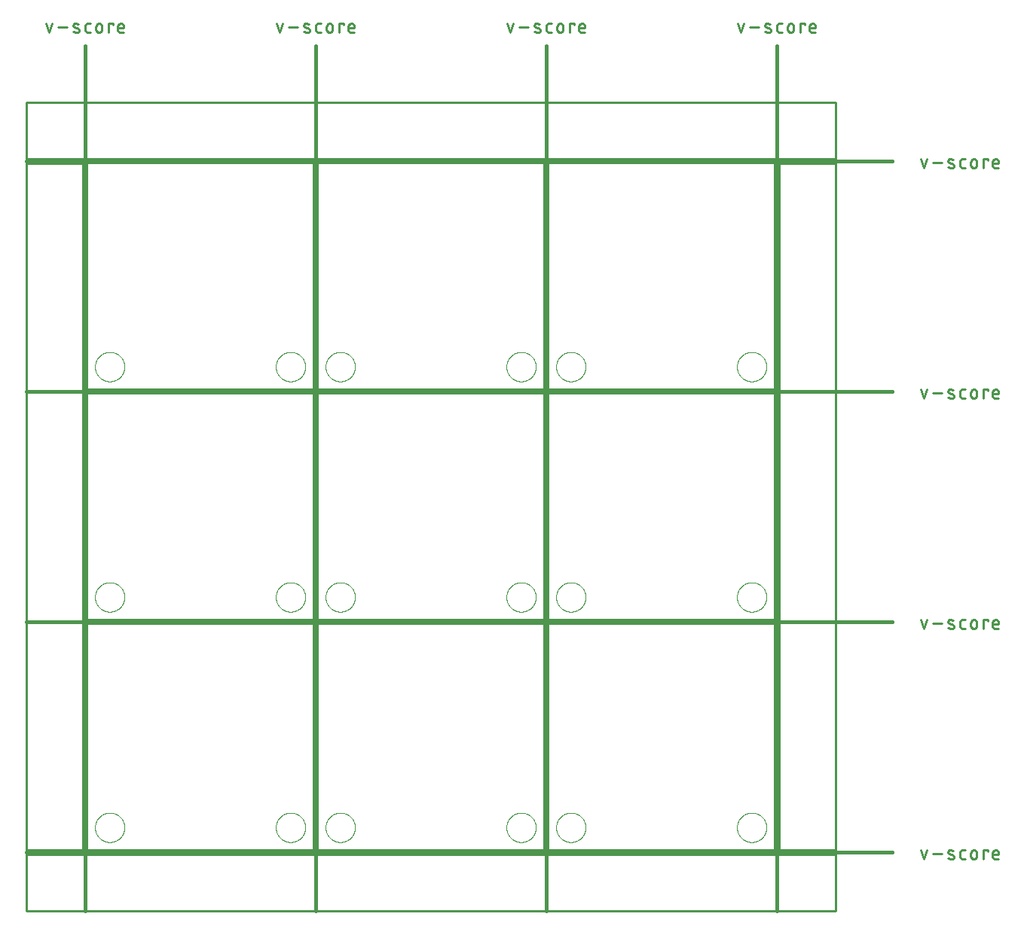
<source format=gko>
G75*
%MOIN*%
%OFA0B0*%
%FSLAX25Y25*%
%IPPOS*%
%LPD*%
%AMOC8*
5,1,8,0,0,1.08239X$1,22.5*
%
%ADD10C,0.00800*%
%ADD11C,0.01500*%
%ADD12C,0.01100*%
%ADD13C,0.01000*%
%ADD14C,0.00000*%
D10*
X0028750Y0028750D02*
X0128750Y0028750D01*
X0128750Y0128750D01*
X0028750Y0128750D01*
X0028750Y0028750D01*
X0130750Y0028750D02*
X0230750Y0028750D01*
X0230750Y0128750D01*
X0130750Y0128750D01*
X0130750Y0028750D01*
X0232750Y0028750D02*
X0332750Y0028750D01*
X0332750Y0128750D01*
X0232750Y0128750D01*
X0232750Y0028750D01*
X0232750Y0130750D02*
X0332750Y0130750D01*
X0332750Y0230750D01*
X0232750Y0230750D01*
X0232750Y0130750D01*
X0230750Y0130750D02*
X0130750Y0130750D01*
X0130750Y0230750D01*
X0230750Y0230750D01*
X0230750Y0130750D01*
X0128750Y0130750D02*
X0028750Y0130750D01*
X0028750Y0230750D01*
X0128750Y0230750D01*
X0128750Y0130750D01*
X0128750Y0232750D02*
X0028750Y0232750D01*
X0028750Y0332750D01*
X0128750Y0332750D01*
X0128750Y0232750D01*
X0130750Y0232750D02*
X0230750Y0232750D01*
X0230750Y0332750D01*
X0130750Y0332750D01*
X0130750Y0232750D01*
X0232750Y0232750D02*
X0332750Y0232750D01*
X0332750Y0332750D01*
X0232750Y0332750D01*
X0232750Y0232750D01*
D11*
X0384750Y0231750D02*
X0001750Y0231750D01*
X0001750Y0129750D02*
X0384750Y0129750D01*
X0384750Y0027750D02*
X0001750Y0027750D01*
X0027750Y0001750D02*
X0027750Y0384750D01*
X0001750Y0333750D02*
X0384750Y0333750D01*
X0333750Y0384750D02*
X0333750Y0001750D01*
X0231750Y0001750D02*
X0231750Y0384750D01*
X0129750Y0384750D02*
X0129750Y0001750D01*
D12*
X0397541Y0028733D02*
X0398852Y0024800D01*
X0400163Y0028733D01*
X0402834Y0027094D02*
X0406768Y0027094D01*
X0410136Y0027094D02*
X0411774Y0026439D01*
X0411775Y0026439D02*
X0411827Y0026416D01*
X0411878Y0026389D01*
X0411927Y0026359D01*
X0411974Y0026326D01*
X0412019Y0026290D01*
X0412061Y0026250D01*
X0412100Y0026208D01*
X0412136Y0026164D01*
X0412169Y0026117D01*
X0412199Y0026067D01*
X0412226Y0026016D01*
X0412249Y0025964D01*
X0412268Y0025910D01*
X0412284Y0025854D01*
X0412296Y0025798D01*
X0412304Y0025741D01*
X0412308Y0025684D01*
X0412309Y0025626D01*
X0412305Y0025569D01*
X0412298Y0025512D01*
X0412286Y0025455D01*
X0412271Y0025400D01*
X0412253Y0025345D01*
X0412230Y0025292D01*
X0412204Y0025241D01*
X0412175Y0025192D01*
X0412142Y0025144D01*
X0412106Y0025099D01*
X0412068Y0025057D01*
X0412026Y0025017D01*
X0411982Y0024980D01*
X0411935Y0024946D01*
X0411887Y0024915D01*
X0411836Y0024888D01*
X0411784Y0024864D01*
X0411730Y0024844D01*
X0411675Y0024828D01*
X0411619Y0024815D01*
X0411562Y0024806D01*
X0411504Y0024801D01*
X0411447Y0024800D01*
X0411938Y0028405D02*
X0411831Y0028451D01*
X0411722Y0028494D01*
X0411612Y0028534D01*
X0411500Y0028570D01*
X0411388Y0028602D01*
X0411274Y0028631D01*
X0411160Y0028657D01*
X0411045Y0028678D01*
X0410930Y0028697D01*
X0410813Y0028711D01*
X0410697Y0028722D01*
X0410580Y0028729D01*
X0410463Y0028733D01*
X0410463Y0028734D02*
X0410406Y0028733D01*
X0410348Y0028728D01*
X0410291Y0028719D01*
X0410235Y0028706D01*
X0410180Y0028690D01*
X0410126Y0028670D01*
X0410074Y0028646D01*
X0410023Y0028619D01*
X0409975Y0028588D01*
X0409928Y0028554D01*
X0409884Y0028517D01*
X0409842Y0028477D01*
X0409804Y0028435D01*
X0409768Y0028390D01*
X0409735Y0028342D01*
X0409706Y0028293D01*
X0409680Y0028242D01*
X0409657Y0028189D01*
X0409639Y0028134D01*
X0409624Y0028079D01*
X0409612Y0028022D01*
X0409605Y0027965D01*
X0409601Y0027908D01*
X0409602Y0027850D01*
X0409606Y0027793D01*
X0409614Y0027736D01*
X0409626Y0027680D01*
X0409642Y0027624D01*
X0409661Y0027570D01*
X0409684Y0027518D01*
X0409711Y0027467D01*
X0409741Y0027417D01*
X0409774Y0027370D01*
X0409810Y0027326D01*
X0409849Y0027284D01*
X0409891Y0027244D01*
X0409936Y0027208D01*
X0409983Y0027175D01*
X0410032Y0027145D01*
X0410083Y0027118D01*
X0410135Y0027095D01*
X0409644Y0025128D02*
X0409778Y0025082D01*
X0409913Y0025039D01*
X0410049Y0025000D01*
X0410186Y0024964D01*
X0410323Y0024932D01*
X0410462Y0024903D01*
X0410601Y0024877D01*
X0410741Y0024856D01*
X0410882Y0024837D01*
X0411022Y0024823D01*
X0411164Y0024812D01*
X0411305Y0024804D01*
X0411447Y0024801D01*
X0414988Y0025783D02*
X0414988Y0027750D01*
X0414990Y0027812D01*
X0414996Y0027873D01*
X0415005Y0027934D01*
X0415019Y0027994D01*
X0415036Y0028054D01*
X0415057Y0028112D01*
X0415082Y0028169D01*
X0415110Y0028224D01*
X0415141Y0028277D01*
X0415176Y0028328D01*
X0415214Y0028377D01*
X0415254Y0028423D01*
X0415298Y0028467D01*
X0415344Y0028507D01*
X0415393Y0028545D01*
X0415444Y0028580D01*
X0415497Y0028611D01*
X0415552Y0028639D01*
X0415609Y0028664D01*
X0415667Y0028685D01*
X0415727Y0028702D01*
X0415787Y0028716D01*
X0415848Y0028725D01*
X0415909Y0028731D01*
X0415971Y0028733D01*
X0417282Y0028733D01*
X0419695Y0027422D02*
X0419695Y0026111D01*
X0419696Y0026111D02*
X0419698Y0026040D01*
X0419704Y0025969D01*
X0419713Y0025899D01*
X0419727Y0025829D01*
X0419744Y0025760D01*
X0419765Y0025692D01*
X0419789Y0025626D01*
X0419817Y0025561D01*
X0419849Y0025497D01*
X0419884Y0025435D01*
X0419922Y0025375D01*
X0419963Y0025318D01*
X0420008Y0025262D01*
X0420055Y0025209D01*
X0420105Y0025159D01*
X0420158Y0025112D01*
X0420214Y0025067D01*
X0420271Y0025026D01*
X0420331Y0024988D01*
X0420393Y0024953D01*
X0420457Y0024921D01*
X0420522Y0024893D01*
X0420588Y0024869D01*
X0420656Y0024848D01*
X0420725Y0024831D01*
X0420795Y0024817D01*
X0420865Y0024808D01*
X0420936Y0024802D01*
X0421007Y0024800D01*
X0421078Y0024802D01*
X0421149Y0024808D01*
X0421219Y0024817D01*
X0421289Y0024831D01*
X0421358Y0024848D01*
X0421426Y0024869D01*
X0421492Y0024893D01*
X0421557Y0024921D01*
X0421621Y0024953D01*
X0421683Y0024988D01*
X0421743Y0025026D01*
X0421800Y0025067D01*
X0421856Y0025112D01*
X0421909Y0025159D01*
X0421959Y0025209D01*
X0422006Y0025262D01*
X0422051Y0025318D01*
X0422092Y0025375D01*
X0422130Y0025435D01*
X0422165Y0025497D01*
X0422197Y0025561D01*
X0422225Y0025626D01*
X0422249Y0025692D01*
X0422270Y0025760D01*
X0422287Y0025829D01*
X0422301Y0025899D01*
X0422310Y0025969D01*
X0422316Y0026040D01*
X0422318Y0026111D01*
X0422318Y0027422D01*
X0422316Y0027493D01*
X0422310Y0027564D01*
X0422301Y0027634D01*
X0422287Y0027704D01*
X0422270Y0027773D01*
X0422249Y0027841D01*
X0422225Y0027907D01*
X0422197Y0027972D01*
X0422165Y0028036D01*
X0422130Y0028098D01*
X0422092Y0028158D01*
X0422051Y0028215D01*
X0422006Y0028271D01*
X0421959Y0028324D01*
X0421909Y0028374D01*
X0421856Y0028421D01*
X0421800Y0028466D01*
X0421743Y0028507D01*
X0421683Y0028545D01*
X0421621Y0028580D01*
X0421557Y0028612D01*
X0421492Y0028640D01*
X0421426Y0028664D01*
X0421358Y0028685D01*
X0421289Y0028702D01*
X0421219Y0028716D01*
X0421149Y0028725D01*
X0421078Y0028731D01*
X0421007Y0028733D01*
X0420936Y0028731D01*
X0420865Y0028725D01*
X0420795Y0028716D01*
X0420725Y0028702D01*
X0420656Y0028685D01*
X0420588Y0028664D01*
X0420522Y0028640D01*
X0420457Y0028612D01*
X0420393Y0028580D01*
X0420331Y0028545D01*
X0420271Y0028507D01*
X0420214Y0028466D01*
X0420158Y0028421D01*
X0420105Y0028374D01*
X0420055Y0028324D01*
X0420008Y0028271D01*
X0419963Y0028215D01*
X0419922Y0028158D01*
X0419884Y0028098D01*
X0419849Y0028036D01*
X0419817Y0027972D01*
X0419789Y0027907D01*
X0419765Y0027841D01*
X0419744Y0027773D01*
X0419727Y0027704D01*
X0419713Y0027634D01*
X0419704Y0027564D01*
X0419698Y0027493D01*
X0419696Y0027422D01*
X0417282Y0024800D02*
X0415971Y0024800D01*
X0415909Y0024802D01*
X0415848Y0024808D01*
X0415787Y0024817D01*
X0415727Y0024831D01*
X0415667Y0024848D01*
X0415609Y0024869D01*
X0415552Y0024894D01*
X0415497Y0024922D01*
X0415444Y0024953D01*
X0415393Y0024988D01*
X0415344Y0025026D01*
X0415298Y0025066D01*
X0415254Y0025110D01*
X0415214Y0025156D01*
X0415176Y0025205D01*
X0415141Y0025256D01*
X0415110Y0025309D01*
X0415082Y0025364D01*
X0415057Y0025421D01*
X0415036Y0025479D01*
X0415019Y0025539D01*
X0415005Y0025599D01*
X0414996Y0025660D01*
X0414990Y0025721D01*
X0414988Y0025783D01*
X0425284Y0024800D02*
X0425284Y0028733D01*
X0427251Y0028733D01*
X0427251Y0028078D01*
X0429337Y0027422D02*
X0429337Y0025783D01*
X0429339Y0025721D01*
X0429345Y0025660D01*
X0429354Y0025599D01*
X0429368Y0025539D01*
X0429385Y0025479D01*
X0429406Y0025421D01*
X0429431Y0025364D01*
X0429459Y0025309D01*
X0429490Y0025256D01*
X0429525Y0025205D01*
X0429563Y0025156D01*
X0429603Y0025110D01*
X0429647Y0025066D01*
X0429693Y0025026D01*
X0429742Y0024988D01*
X0429793Y0024953D01*
X0429846Y0024922D01*
X0429901Y0024894D01*
X0429958Y0024869D01*
X0430016Y0024848D01*
X0430076Y0024831D01*
X0430136Y0024817D01*
X0430197Y0024808D01*
X0430258Y0024802D01*
X0430320Y0024800D01*
X0431959Y0024800D01*
X0431959Y0026767D02*
X0429337Y0026767D01*
X0429337Y0027422D02*
X0429339Y0027493D01*
X0429345Y0027564D01*
X0429354Y0027634D01*
X0429368Y0027704D01*
X0429385Y0027773D01*
X0429406Y0027841D01*
X0429430Y0027907D01*
X0429458Y0027972D01*
X0429490Y0028036D01*
X0429525Y0028098D01*
X0429563Y0028158D01*
X0429604Y0028215D01*
X0429649Y0028271D01*
X0429696Y0028324D01*
X0429746Y0028374D01*
X0429799Y0028421D01*
X0429855Y0028466D01*
X0429912Y0028507D01*
X0429972Y0028545D01*
X0430034Y0028580D01*
X0430098Y0028612D01*
X0430163Y0028640D01*
X0430229Y0028664D01*
X0430297Y0028685D01*
X0430366Y0028702D01*
X0430436Y0028716D01*
X0430506Y0028725D01*
X0430577Y0028731D01*
X0430648Y0028733D01*
X0430719Y0028731D01*
X0430790Y0028725D01*
X0430860Y0028716D01*
X0430930Y0028702D01*
X0430999Y0028685D01*
X0431067Y0028664D01*
X0431133Y0028640D01*
X0431198Y0028612D01*
X0431262Y0028580D01*
X0431324Y0028545D01*
X0431384Y0028507D01*
X0431441Y0028466D01*
X0431497Y0028421D01*
X0431550Y0028374D01*
X0431600Y0028324D01*
X0431647Y0028271D01*
X0431692Y0028215D01*
X0431733Y0028158D01*
X0431771Y0028098D01*
X0431806Y0028036D01*
X0431838Y0027972D01*
X0431866Y0027907D01*
X0431890Y0027841D01*
X0431911Y0027773D01*
X0431928Y0027704D01*
X0431942Y0027634D01*
X0431951Y0027564D01*
X0431957Y0027493D01*
X0431959Y0027422D01*
X0431959Y0026767D01*
X0431959Y0126800D02*
X0430320Y0126800D01*
X0430258Y0126802D01*
X0430197Y0126808D01*
X0430136Y0126817D01*
X0430076Y0126831D01*
X0430016Y0126848D01*
X0429958Y0126869D01*
X0429901Y0126894D01*
X0429846Y0126922D01*
X0429793Y0126953D01*
X0429742Y0126988D01*
X0429693Y0127026D01*
X0429647Y0127066D01*
X0429603Y0127110D01*
X0429563Y0127156D01*
X0429525Y0127205D01*
X0429490Y0127256D01*
X0429459Y0127309D01*
X0429431Y0127364D01*
X0429406Y0127421D01*
X0429385Y0127479D01*
X0429368Y0127539D01*
X0429354Y0127599D01*
X0429345Y0127660D01*
X0429339Y0127721D01*
X0429337Y0127783D01*
X0429337Y0129422D01*
X0429337Y0128767D02*
X0431959Y0128767D01*
X0431959Y0129422D01*
X0431957Y0129493D01*
X0431951Y0129564D01*
X0431942Y0129634D01*
X0431928Y0129704D01*
X0431911Y0129773D01*
X0431890Y0129841D01*
X0431866Y0129907D01*
X0431838Y0129972D01*
X0431806Y0130036D01*
X0431771Y0130098D01*
X0431733Y0130158D01*
X0431692Y0130215D01*
X0431647Y0130271D01*
X0431600Y0130324D01*
X0431550Y0130374D01*
X0431497Y0130421D01*
X0431441Y0130466D01*
X0431384Y0130507D01*
X0431324Y0130545D01*
X0431262Y0130580D01*
X0431198Y0130612D01*
X0431133Y0130640D01*
X0431067Y0130664D01*
X0430999Y0130685D01*
X0430930Y0130702D01*
X0430860Y0130716D01*
X0430790Y0130725D01*
X0430719Y0130731D01*
X0430648Y0130733D01*
X0430577Y0130731D01*
X0430506Y0130725D01*
X0430436Y0130716D01*
X0430366Y0130702D01*
X0430297Y0130685D01*
X0430229Y0130664D01*
X0430163Y0130640D01*
X0430098Y0130612D01*
X0430034Y0130580D01*
X0429972Y0130545D01*
X0429912Y0130507D01*
X0429855Y0130466D01*
X0429799Y0130421D01*
X0429746Y0130374D01*
X0429696Y0130324D01*
X0429649Y0130271D01*
X0429604Y0130215D01*
X0429563Y0130158D01*
X0429525Y0130098D01*
X0429490Y0130036D01*
X0429458Y0129972D01*
X0429430Y0129907D01*
X0429406Y0129841D01*
X0429385Y0129773D01*
X0429368Y0129704D01*
X0429354Y0129634D01*
X0429345Y0129564D01*
X0429339Y0129493D01*
X0429337Y0129422D01*
X0427251Y0130078D02*
X0427251Y0130733D01*
X0425284Y0130733D01*
X0425284Y0126800D01*
X0422318Y0128111D02*
X0422318Y0129422D01*
X0422316Y0129493D01*
X0422310Y0129564D01*
X0422301Y0129634D01*
X0422287Y0129704D01*
X0422270Y0129773D01*
X0422249Y0129841D01*
X0422225Y0129907D01*
X0422197Y0129972D01*
X0422165Y0130036D01*
X0422130Y0130098D01*
X0422092Y0130158D01*
X0422051Y0130215D01*
X0422006Y0130271D01*
X0421959Y0130324D01*
X0421909Y0130374D01*
X0421856Y0130421D01*
X0421800Y0130466D01*
X0421743Y0130507D01*
X0421683Y0130545D01*
X0421621Y0130580D01*
X0421557Y0130612D01*
X0421492Y0130640D01*
X0421426Y0130664D01*
X0421358Y0130685D01*
X0421289Y0130702D01*
X0421219Y0130716D01*
X0421149Y0130725D01*
X0421078Y0130731D01*
X0421007Y0130733D01*
X0420936Y0130731D01*
X0420865Y0130725D01*
X0420795Y0130716D01*
X0420725Y0130702D01*
X0420656Y0130685D01*
X0420588Y0130664D01*
X0420522Y0130640D01*
X0420457Y0130612D01*
X0420393Y0130580D01*
X0420331Y0130545D01*
X0420271Y0130507D01*
X0420214Y0130466D01*
X0420158Y0130421D01*
X0420105Y0130374D01*
X0420055Y0130324D01*
X0420008Y0130271D01*
X0419963Y0130215D01*
X0419922Y0130158D01*
X0419884Y0130098D01*
X0419849Y0130036D01*
X0419817Y0129972D01*
X0419789Y0129907D01*
X0419765Y0129841D01*
X0419744Y0129773D01*
X0419727Y0129704D01*
X0419713Y0129634D01*
X0419704Y0129564D01*
X0419698Y0129493D01*
X0419696Y0129422D01*
X0419695Y0129422D02*
X0419695Y0128111D01*
X0419696Y0128111D02*
X0419698Y0128040D01*
X0419704Y0127969D01*
X0419713Y0127899D01*
X0419727Y0127829D01*
X0419744Y0127760D01*
X0419765Y0127692D01*
X0419789Y0127626D01*
X0419817Y0127561D01*
X0419849Y0127497D01*
X0419884Y0127435D01*
X0419922Y0127375D01*
X0419963Y0127318D01*
X0420008Y0127262D01*
X0420055Y0127209D01*
X0420105Y0127159D01*
X0420158Y0127112D01*
X0420214Y0127067D01*
X0420271Y0127026D01*
X0420331Y0126988D01*
X0420393Y0126953D01*
X0420457Y0126921D01*
X0420522Y0126893D01*
X0420588Y0126869D01*
X0420656Y0126848D01*
X0420725Y0126831D01*
X0420795Y0126817D01*
X0420865Y0126808D01*
X0420936Y0126802D01*
X0421007Y0126800D01*
X0421078Y0126802D01*
X0421149Y0126808D01*
X0421219Y0126817D01*
X0421289Y0126831D01*
X0421358Y0126848D01*
X0421426Y0126869D01*
X0421492Y0126893D01*
X0421557Y0126921D01*
X0421621Y0126953D01*
X0421683Y0126988D01*
X0421743Y0127026D01*
X0421800Y0127067D01*
X0421856Y0127112D01*
X0421909Y0127159D01*
X0421959Y0127209D01*
X0422006Y0127262D01*
X0422051Y0127318D01*
X0422092Y0127375D01*
X0422130Y0127435D01*
X0422165Y0127497D01*
X0422197Y0127561D01*
X0422225Y0127626D01*
X0422249Y0127692D01*
X0422270Y0127760D01*
X0422287Y0127829D01*
X0422301Y0127899D01*
X0422310Y0127969D01*
X0422316Y0128040D01*
X0422318Y0128111D01*
X0417282Y0126800D02*
X0415971Y0126800D01*
X0415909Y0126802D01*
X0415848Y0126808D01*
X0415787Y0126817D01*
X0415727Y0126831D01*
X0415667Y0126848D01*
X0415609Y0126869D01*
X0415552Y0126894D01*
X0415497Y0126922D01*
X0415444Y0126953D01*
X0415393Y0126988D01*
X0415344Y0127026D01*
X0415298Y0127066D01*
X0415254Y0127110D01*
X0415214Y0127156D01*
X0415176Y0127205D01*
X0415141Y0127256D01*
X0415110Y0127309D01*
X0415082Y0127364D01*
X0415057Y0127421D01*
X0415036Y0127479D01*
X0415019Y0127539D01*
X0415005Y0127599D01*
X0414996Y0127660D01*
X0414990Y0127721D01*
X0414988Y0127783D01*
X0414988Y0129750D01*
X0414990Y0129812D01*
X0414996Y0129873D01*
X0415005Y0129934D01*
X0415019Y0129994D01*
X0415036Y0130054D01*
X0415057Y0130112D01*
X0415082Y0130169D01*
X0415110Y0130224D01*
X0415141Y0130277D01*
X0415176Y0130328D01*
X0415214Y0130377D01*
X0415254Y0130423D01*
X0415298Y0130467D01*
X0415344Y0130507D01*
X0415393Y0130545D01*
X0415444Y0130580D01*
X0415497Y0130611D01*
X0415552Y0130639D01*
X0415609Y0130664D01*
X0415667Y0130685D01*
X0415727Y0130702D01*
X0415787Y0130716D01*
X0415848Y0130725D01*
X0415909Y0130731D01*
X0415971Y0130733D01*
X0417282Y0130733D01*
X0411774Y0128439D02*
X0410136Y0129094D01*
X0410135Y0129095D02*
X0410083Y0129118D01*
X0410032Y0129145D01*
X0409983Y0129175D01*
X0409936Y0129208D01*
X0409891Y0129244D01*
X0409849Y0129284D01*
X0409810Y0129326D01*
X0409774Y0129370D01*
X0409741Y0129417D01*
X0409711Y0129467D01*
X0409684Y0129518D01*
X0409661Y0129570D01*
X0409642Y0129624D01*
X0409626Y0129680D01*
X0409614Y0129736D01*
X0409606Y0129793D01*
X0409602Y0129850D01*
X0409601Y0129908D01*
X0409605Y0129965D01*
X0409612Y0130022D01*
X0409624Y0130079D01*
X0409639Y0130134D01*
X0409657Y0130189D01*
X0409680Y0130242D01*
X0409706Y0130293D01*
X0409735Y0130342D01*
X0409768Y0130390D01*
X0409804Y0130435D01*
X0409842Y0130477D01*
X0409884Y0130517D01*
X0409928Y0130554D01*
X0409975Y0130588D01*
X0410023Y0130619D01*
X0410074Y0130646D01*
X0410126Y0130670D01*
X0410180Y0130690D01*
X0410235Y0130706D01*
X0410291Y0130719D01*
X0410348Y0130728D01*
X0410406Y0130733D01*
X0410463Y0130734D01*
X0409644Y0127128D02*
X0409778Y0127082D01*
X0409913Y0127039D01*
X0410049Y0127000D01*
X0410186Y0126964D01*
X0410323Y0126932D01*
X0410462Y0126903D01*
X0410601Y0126877D01*
X0410741Y0126856D01*
X0410882Y0126837D01*
X0411022Y0126823D01*
X0411164Y0126812D01*
X0411305Y0126804D01*
X0411447Y0126801D01*
X0411447Y0126800D02*
X0411504Y0126801D01*
X0411562Y0126806D01*
X0411619Y0126815D01*
X0411675Y0126828D01*
X0411730Y0126844D01*
X0411784Y0126864D01*
X0411836Y0126888D01*
X0411887Y0126915D01*
X0411935Y0126946D01*
X0411982Y0126980D01*
X0412026Y0127017D01*
X0412068Y0127057D01*
X0412106Y0127099D01*
X0412142Y0127144D01*
X0412175Y0127192D01*
X0412204Y0127241D01*
X0412230Y0127292D01*
X0412253Y0127345D01*
X0412271Y0127400D01*
X0412286Y0127455D01*
X0412298Y0127512D01*
X0412305Y0127569D01*
X0412309Y0127626D01*
X0412308Y0127684D01*
X0412304Y0127741D01*
X0412296Y0127798D01*
X0412284Y0127854D01*
X0412268Y0127910D01*
X0412249Y0127964D01*
X0412226Y0128016D01*
X0412199Y0128067D01*
X0412169Y0128117D01*
X0412136Y0128164D01*
X0412100Y0128208D01*
X0412061Y0128250D01*
X0412019Y0128290D01*
X0411974Y0128326D01*
X0411927Y0128359D01*
X0411878Y0128389D01*
X0411827Y0128416D01*
X0411775Y0128439D01*
X0411938Y0130405D02*
X0411831Y0130451D01*
X0411722Y0130494D01*
X0411612Y0130534D01*
X0411500Y0130570D01*
X0411388Y0130602D01*
X0411274Y0130631D01*
X0411160Y0130657D01*
X0411045Y0130678D01*
X0410930Y0130697D01*
X0410813Y0130711D01*
X0410697Y0130722D01*
X0410580Y0130729D01*
X0410463Y0130733D01*
X0406768Y0129094D02*
X0402834Y0129094D01*
X0400163Y0130733D02*
X0398852Y0126800D01*
X0397541Y0130733D01*
X0398852Y0228800D02*
X0400163Y0232733D01*
X0397541Y0232733D02*
X0398852Y0228800D01*
X0402834Y0231094D02*
X0406768Y0231094D01*
X0410136Y0231094D02*
X0411774Y0230439D01*
X0411775Y0230439D02*
X0411827Y0230416D01*
X0411878Y0230389D01*
X0411927Y0230359D01*
X0411974Y0230326D01*
X0412019Y0230290D01*
X0412061Y0230250D01*
X0412100Y0230208D01*
X0412136Y0230164D01*
X0412169Y0230117D01*
X0412199Y0230067D01*
X0412226Y0230016D01*
X0412249Y0229964D01*
X0412268Y0229910D01*
X0412284Y0229854D01*
X0412296Y0229798D01*
X0412304Y0229741D01*
X0412308Y0229684D01*
X0412309Y0229626D01*
X0412305Y0229569D01*
X0412298Y0229512D01*
X0412286Y0229455D01*
X0412271Y0229400D01*
X0412253Y0229345D01*
X0412230Y0229292D01*
X0412204Y0229241D01*
X0412175Y0229192D01*
X0412142Y0229144D01*
X0412106Y0229099D01*
X0412068Y0229057D01*
X0412026Y0229017D01*
X0411982Y0228980D01*
X0411935Y0228946D01*
X0411887Y0228915D01*
X0411836Y0228888D01*
X0411784Y0228864D01*
X0411730Y0228844D01*
X0411675Y0228828D01*
X0411619Y0228815D01*
X0411562Y0228806D01*
X0411504Y0228801D01*
X0411447Y0228800D01*
X0411938Y0232405D02*
X0411831Y0232451D01*
X0411722Y0232494D01*
X0411612Y0232534D01*
X0411500Y0232570D01*
X0411388Y0232602D01*
X0411274Y0232631D01*
X0411160Y0232657D01*
X0411045Y0232678D01*
X0410930Y0232697D01*
X0410813Y0232711D01*
X0410697Y0232722D01*
X0410580Y0232729D01*
X0410463Y0232733D01*
X0410463Y0232734D02*
X0410406Y0232733D01*
X0410348Y0232728D01*
X0410291Y0232719D01*
X0410235Y0232706D01*
X0410180Y0232690D01*
X0410126Y0232670D01*
X0410074Y0232646D01*
X0410023Y0232619D01*
X0409975Y0232588D01*
X0409928Y0232554D01*
X0409884Y0232517D01*
X0409842Y0232477D01*
X0409804Y0232435D01*
X0409768Y0232390D01*
X0409735Y0232342D01*
X0409706Y0232293D01*
X0409680Y0232242D01*
X0409657Y0232189D01*
X0409639Y0232134D01*
X0409624Y0232079D01*
X0409612Y0232022D01*
X0409605Y0231965D01*
X0409601Y0231908D01*
X0409602Y0231850D01*
X0409606Y0231793D01*
X0409614Y0231736D01*
X0409626Y0231680D01*
X0409642Y0231624D01*
X0409661Y0231570D01*
X0409684Y0231518D01*
X0409711Y0231467D01*
X0409741Y0231417D01*
X0409774Y0231370D01*
X0409810Y0231326D01*
X0409849Y0231284D01*
X0409891Y0231244D01*
X0409936Y0231208D01*
X0409983Y0231175D01*
X0410032Y0231145D01*
X0410083Y0231118D01*
X0410135Y0231095D01*
X0409644Y0229128D02*
X0409778Y0229082D01*
X0409913Y0229039D01*
X0410049Y0229000D01*
X0410186Y0228964D01*
X0410323Y0228932D01*
X0410462Y0228903D01*
X0410601Y0228877D01*
X0410741Y0228856D01*
X0410882Y0228837D01*
X0411022Y0228823D01*
X0411164Y0228812D01*
X0411305Y0228804D01*
X0411447Y0228801D01*
X0414988Y0229783D02*
X0414988Y0231750D01*
X0414990Y0231812D01*
X0414996Y0231873D01*
X0415005Y0231934D01*
X0415019Y0231994D01*
X0415036Y0232054D01*
X0415057Y0232112D01*
X0415082Y0232169D01*
X0415110Y0232224D01*
X0415141Y0232277D01*
X0415176Y0232328D01*
X0415214Y0232377D01*
X0415254Y0232423D01*
X0415298Y0232467D01*
X0415344Y0232507D01*
X0415393Y0232545D01*
X0415444Y0232580D01*
X0415497Y0232611D01*
X0415552Y0232639D01*
X0415609Y0232664D01*
X0415667Y0232685D01*
X0415727Y0232702D01*
X0415787Y0232716D01*
X0415848Y0232725D01*
X0415909Y0232731D01*
X0415971Y0232733D01*
X0417282Y0232733D01*
X0419695Y0231422D02*
X0419695Y0230111D01*
X0419696Y0230111D02*
X0419698Y0230040D01*
X0419704Y0229969D01*
X0419713Y0229899D01*
X0419727Y0229829D01*
X0419744Y0229760D01*
X0419765Y0229692D01*
X0419789Y0229626D01*
X0419817Y0229561D01*
X0419849Y0229497D01*
X0419884Y0229435D01*
X0419922Y0229375D01*
X0419963Y0229318D01*
X0420008Y0229262D01*
X0420055Y0229209D01*
X0420105Y0229159D01*
X0420158Y0229112D01*
X0420214Y0229067D01*
X0420271Y0229026D01*
X0420331Y0228988D01*
X0420393Y0228953D01*
X0420457Y0228921D01*
X0420522Y0228893D01*
X0420588Y0228869D01*
X0420656Y0228848D01*
X0420725Y0228831D01*
X0420795Y0228817D01*
X0420865Y0228808D01*
X0420936Y0228802D01*
X0421007Y0228800D01*
X0421078Y0228802D01*
X0421149Y0228808D01*
X0421219Y0228817D01*
X0421289Y0228831D01*
X0421358Y0228848D01*
X0421426Y0228869D01*
X0421492Y0228893D01*
X0421557Y0228921D01*
X0421621Y0228953D01*
X0421683Y0228988D01*
X0421743Y0229026D01*
X0421800Y0229067D01*
X0421856Y0229112D01*
X0421909Y0229159D01*
X0421959Y0229209D01*
X0422006Y0229262D01*
X0422051Y0229318D01*
X0422092Y0229375D01*
X0422130Y0229435D01*
X0422165Y0229497D01*
X0422197Y0229561D01*
X0422225Y0229626D01*
X0422249Y0229692D01*
X0422270Y0229760D01*
X0422287Y0229829D01*
X0422301Y0229899D01*
X0422310Y0229969D01*
X0422316Y0230040D01*
X0422318Y0230111D01*
X0422318Y0231422D01*
X0422316Y0231493D01*
X0422310Y0231564D01*
X0422301Y0231634D01*
X0422287Y0231704D01*
X0422270Y0231773D01*
X0422249Y0231841D01*
X0422225Y0231907D01*
X0422197Y0231972D01*
X0422165Y0232036D01*
X0422130Y0232098D01*
X0422092Y0232158D01*
X0422051Y0232215D01*
X0422006Y0232271D01*
X0421959Y0232324D01*
X0421909Y0232374D01*
X0421856Y0232421D01*
X0421800Y0232466D01*
X0421743Y0232507D01*
X0421683Y0232545D01*
X0421621Y0232580D01*
X0421557Y0232612D01*
X0421492Y0232640D01*
X0421426Y0232664D01*
X0421358Y0232685D01*
X0421289Y0232702D01*
X0421219Y0232716D01*
X0421149Y0232725D01*
X0421078Y0232731D01*
X0421007Y0232733D01*
X0420936Y0232731D01*
X0420865Y0232725D01*
X0420795Y0232716D01*
X0420725Y0232702D01*
X0420656Y0232685D01*
X0420588Y0232664D01*
X0420522Y0232640D01*
X0420457Y0232612D01*
X0420393Y0232580D01*
X0420331Y0232545D01*
X0420271Y0232507D01*
X0420214Y0232466D01*
X0420158Y0232421D01*
X0420105Y0232374D01*
X0420055Y0232324D01*
X0420008Y0232271D01*
X0419963Y0232215D01*
X0419922Y0232158D01*
X0419884Y0232098D01*
X0419849Y0232036D01*
X0419817Y0231972D01*
X0419789Y0231907D01*
X0419765Y0231841D01*
X0419744Y0231773D01*
X0419727Y0231704D01*
X0419713Y0231634D01*
X0419704Y0231564D01*
X0419698Y0231493D01*
X0419696Y0231422D01*
X0417282Y0228800D02*
X0415971Y0228800D01*
X0415909Y0228802D01*
X0415848Y0228808D01*
X0415787Y0228817D01*
X0415727Y0228831D01*
X0415667Y0228848D01*
X0415609Y0228869D01*
X0415552Y0228894D01*
X0415497Y0228922D01*
X0415444Y0228953D01*
X0415393Y0228988D01*
X0415344Y0229026D01*
X0415298Y0229066D01*
X0415254Y0229110D01*
X0415214Y0229156D01*
X0415176Y0229205D01*
X0415141Y0229256D01*
X0415110Y0229309D01*
X0415082Y0229364D01*
X0415057Y0229421D01*
X0415036Y0229479D01*
X0415019Y0229539D01*
X0415005Y0229599D01*
X0414996Y0229660D01*
X0414990Y0229721D01*
X0414988Y0229783D01*
X0425284Y0228800D02*
X0425284Y0232733D01*
X0427251Y0232733D01*
X0427251Y0232078D01*
X0429337Y0231422D02*
X0429337Y0229783D01*
X0429339Y0229721D01*
X0429345Y0229660D01*
X0429354Y0229599D01*
X0429368Y0229539D01*
X0429385Y0229479D01*
X0429406Y0229421D01*
X0429431Y0229364D01*
X0429459Y0229309D01*
X0429490Y0229256D01*
X0429525Y0229205D01*
X0429563Y0229156D01*
X0429603Y0229110D01*
X0429647Y0229066D01*
X0429693Y0229026D01*
X0429742Y0228988D01*
X0429793Y0228953D01*
X0429846Y0228922D01*
X0429901Y0228894D01*
X0429958Y0228869D01*
X0430016Y0228848D01*
X0430076Y0228831D01*
X0430136Y0228817D01*
X0430197Y0228808D01*
X0430258Y0228802D01*
X0430320Y0228800D01*
X0431959Y0228800D01*
X0431959Y0230767D02*
X0429337Y0230767D01*
X0429337Y0231422D02*
X0429339Y0231493D01*
X0429345Y0231564D01*
X0429354Y0231634D01*
X0429368Y0231704D01*
X0429385Y0231773D01*
X0429406Y0231841D01*
X0429430Y0231907D01*
X0429458Y0231972D01*
X0429490Y0232036D01*
X0429525Y0232098D01*
X0429563Y0232158D01*
X0429604Y0232215D01*
X0429649Y0232271D01*
X0429696Y0232324D01*
X0429746Y0232374D01*
X0429799Y0232421D01*
X0429855Y0232466D01*
X0429912Y0232507D01*
X0429972Y0232545D01*
X0430034Y0232580D01*
X0430098Y0232612D01*
X0430163Y0232640D01*
X0430229Y0232664D01*
X0430297Y0232685D01*
X0430366Y0232702D01*
X0430436Y0232716D01*
X0430506Y0232725D01*
X0430577Y0232731D01*
X0430648Y0232733D01*
X0430719Y0232731D01*
X0430790Y0232725D01*
X0430860Y0232716D01*
X0430930Y0232702D01*
X0430999Y0232685D01*
X0431067Y0232664D01*
X0431133Y0232640D01*
X0431198Y0232612D01*
X0431262Y0232580D01*
X0431324Y0232545D01*
X0431384Y0232507D01*
X0431441Y0232466D01*
X0431497Y0232421D01*
X0431550Y0232374D01*
X0431600Y0232324D01*
X0431647Y0232271D01*
X0431692Y0232215D01*
X0431733Y0232158D01*
X0431771Y0232098D01*
X0431806Y0232036D01*
X0431838Y0231972D01*
X0431866Y0231907D01*
X0431890Y0231841D01*
X0431911Y0231773D01*
X0431928Y0231704D01*
X0431942Y0231634D01*
X0431951Y0231564D01*
X0431957Y0231493D01*
X0431959Y0231422D01*
X0431959Y0230767D01*
X0431959Y0330800D02*
X0430320Y0330800D01*
X0430258Y0330802D01*
X0430197Y0330808D01*
X0430136Y0330817D01*
X0430076Y0330831D01*
X0430016Y0330848D01*
X0429958Y0330869D01*
X0429901Y0330894D01*
X0429846Y0330922D01*
X0429793Y0330953D01*
X0429742Y0330988D01*
X0429693Y0331026D01*
X0429647Y0331066D01*
X0429603Y0331110D01*
X0429563Y0331156D01*
X0429525Y0331205D01*
X0429490Y0331256D01*
X0429459Y0331309D01*
X0429431Y0331364D01*
X0429406Y0331421D01*
X0429385Y0331479D01*
X0429368Y0331539D01*
X0429354Y0331599D01*
X0429345Y0331660D01*
X0429339Y0331721D01*
X0429337Y0331783D01*
X0429337Y0333422D01*
X0429337Y0332767D02*
X0431959Y0332767D01*
X0431959Y0333422D01*
X0431957Y0333493D01*
X0431951Y0333564D01*
X0431942Y0333634D01*
X0431928Y0333704D01*
X0431911Y0333773D01*
X0431890Y0333841D01*
X0431866Y0333907D01*
X0431838Y0333972D01*
X0431806Y0334036D01*
X0431771Y0334098D01*
X0431733Y0334158D01*
X0431692Y0334215D01*
X0431647Y0334271D01*
X0431600Y0334324D01*
X0431550Y0334374D01*
X0431497Y0334421D01*
X0431441Y0334466D01*
X0431384Y0334507D01*
X0431324Y0334545D01*
X0431262Y0334580D01*
X0431198Y0334612D01*
X0431133Y0334640D01*
X0431067Y0334664D01*
X0430999Y0334685D01*
X0430930Y0334702D01*
X0430860Y0334716D01*
X0430790Y0334725D01*
X0430719Y0334731D01*
X0430648Y0334733D01*
X0430577Y0334731D01*
X0430506Y0334725D01*
X0430436Y0334716D01*
X0430366Y0334702D01*
X0430297Y0334685D01*
X0430229Y0334664D01*
X0430163Y0334640D01*
X0430098Y0334612D01*
X0430034Y0334580D01*
X0429972Y0334545D01*
X0429912Y0334507D01*
X0429855Y0334466D01*
X0429799Y0334421D01*
X0429746Y0334374D01*
X0429696Y0334324D01*
X0429649Y0334271D01*
X0429604Y0334215D01*
X0429563Y0334158D01*
X0429525Y0334098D01*
X0429490Y0334036D01*
X0429458Y0333972D01*
X0429430Y0333907D01*
X0429406Y0333841D01*
X0429385Y0333773D01*
X0429368Y0333704D01*
X0429354Y0333634D01*
X0429345Y0333564D01*
X0429339Y0333493D01*
X0429337Y0333422D01*
X0427251Y0334078D02*
X0427251Y0334733D01*
X0425284Y0334733D01*
X0425284Y0330800D01*
X0422318Y0332111D02*
X0422318Y0333422D01*
X0422316Y0333493D01*
X0422310Y0333564D01*
X0422301Y0333634D01*
X0422287Y0333704D01*
X0422270Y0333773D01*
X0422249Y0333841D01*
X0422225Y0333907D01*
X0422197Y0333972D01*
X0422165Y0334036D01*
X0422130Y0334098D01*
X0422092Y0334158D01*
X0422051Y0334215D01*
X0422006Y0334271D01*
X0421959Y0334324D01*
X0421909Y0334374D01*
X0421856Y0334421D01*
X0421800Y0334466D01*
X0421743Y0334507D01*
X0421683Y0334545D01*
X0421621Y0334580D01*
X0421557Y0334612D01*
X0421492Y0334640D01*
X0421426Y0334664D01*
X0421358Y0334685D01*
X0421289Y0334702D01*
X0421219Y0334716D01*
X0421149Y0334725D01*
X0421078Y0334731D01*
X0421007Y0334733D01*
X0420936Y0334731D01*
X0420865Y0334725D01*
X0420795Y0334716D01*
X0420725Y0334702D01*
X0420656Y0334685D01*
X0420588Y0334664D01*
X0420522Y0334640D01*
X0420457Y0334612D01*
X0420393Y0334580D01*
X0420331Y0334545D01*
X0420271Y0334507D01*
X0420214Y0334466D01*
X0420158Y0334421D01*
X0420105Y0334374D01*
X0420055Y0334324D01*
X0420008Y0334271D01*
X0419963Y0334215D01*
X0419922Y0334158D01*
X0419884Y0334098D01*
X0419849Y0334036D01*
X0419817Y0333972D01*
X0419789Y0333907D01*
X0419765Y0333841D01*
X0419744Y0333773D01*
X0419727Y0333704D01*
X0419713Y0333634D01*
X0419704Y0333564D01*
X0419698Y0333493D01*
X0419696Y0333422D01*
X0419695Y0333422D02*
X0419695Y0332111D01*
X0419696Y0332111D02*
X0419698Y0332040D01*
X0419704Y0331969D01*
X0419713Y0331899D01*
X0419727Y0331829D01*
X0419744Y0331760D01*
X0419765Y0331692D01*
X0419789Y0331626D01*
X0419817Y0331561D01*
X0419849Y0331497D01*
X0419884Y0331435D01*
X0419922Y0331375D01*
X0419963Y0331318D01*
X0420008Y0331262D01*
X0420055Y0331209D01*
X0420105Y0331159D01*
X0420158Y0331112D01*
X0420214Y0331067D01*
X0420271Y0331026D01*
X0420331Y0330988D01*
X0420393Y0330953D01*
X0420457Y0330921D01*
X0420522Y0330893D01*
X0420588Y0330869D01*
X0420656Y0330848D01*
X0420725Y0330831D01*
X0420795Y0330817D01*
X0420865Y0330808D01*
X0420936Y0330802D01*
X0421007Y0330800D01*
X0421078Y0330802D01*
X0421149Y0330808D01*
X0421219Y0330817D01*
X0421289Y0330831D01*
X0421358Y0330848D01*
X0421426Y0330869D01*
X0421492Y0330893D01*
X0421557Y0330921D01*
X0421621Y0330953D01*
X0421683Y0330988D01*
X0421743Y0331026D01*
X0421800Y0331067D01*
X0421856Y0331112D01*
X0421909Y0331159D01*
X0421959Y0331209D01*
X0422006Y0331262D01*
X0422051Y0331318D01*
X0422092Y0331375D01*
X0422130Y0331435D01*
X0422165Y0331497D01*
X0422197Y0331561D01*
X0422225Y0331626D01*
X0422249Y0331692D01*
X0422270Y0331760D01*
X0422287Y0331829D01*
X0422301Y0331899D01*
X0422310Y0331969D01*
X0422316Y0332040D01*
X0422318Y0332111D01*
X0417282Y0330800D02*
X0415971Y0330800D01*
X0415909Y0330802D01*
X0415848Y0330808D01*
X0415787Y0330817D01*
X0415727Y0330831D01*
X0415667Y0330848D01*
X0415609Y0330869D01*
X0415552Y0330894D01*
X0415497Y0330922D01*
X0415444Y0330953D01*
X0415393Y0330988D01*
X0415344Y0331026D01*
X0415298Y0331066D01*
X0415254Y0331110D01*
X0415214Y0331156D01*
X0415176Y0331205D01*
X0415141Y0331256D01*
X0415110Y0331309D01*
X0415082Y0331364D01*
X0415057Y0331421D01*
X0415036Y0331479D01*
X0415019Y0331539D01*
X0415005Y0331599D01*
X0414996Y0331660D01*
X0414990Y0331721D01*
X0414988Y0331783D01*
X0414988Y0333750D01*
X0414990Y0333812D01*
X0414996Y0333873D01*
X0415005Y0333934D01*
X0415019Y0333994D01*
X0415036Y0334054D01*
X0415057Y0334112D01*
X0415082Y0334169D01*
X0415110Y0334224D01*
X0415141Y0334277D01*
X0415176Y0334328D01*
X0415214Y0334377D01*
X0415254Y0334423D01*
X0415298Y0334467D01*
X0415344Y0334507D01*
X0415393Y0334545D01*
X0415444Y0334580D01*
X0415497Y0334611D01*
X0415552Y0334639D01*
X0415609Y0334664D01*
X0415667Y0334685D01*
X0415727Y0334702D01*
X0415787Y0334716D01*
X0415848Y0334725D01*
X0415909Y0334731D01*
X0415971Y0334733D01*
X0417282Y0334733D01*
X0411774Y0332439D02*
X0410136Y0333094D01*
X0410135Y0333095D02*
X0410083Y0333118D01*
X0410032Y0333145D01*
X0409983Y0333175D01*
X0409936Y0333208D01*
X0409891Y0333244D01*
X0409849Y0333284D01*
X0409810Y0333326D01*
X0409774Y0333370D01*
X0409741Y0333417D01*
X0409711Y0333467D01*
X0409684Y0333518D01*
X0409661Y0333570D01*
X0409642Y0333624D01*
X0409626Y0333680D01*
X0409614Y0333736D01*
X0409606Y0333793D01*
X0409602Y0333850D01*
X0409601Y0333908D01*
X0409605Y0333965D01*
X0409612Y0334022D01*
X0409624Y0334079D01*
X0409639Y0334134D01*
X0409657Y0334189D01*
X0409680Y0334242D01*
X0409706Y0334293D01*
X0409735Y0334342D01*
X0409768Y0334390D01*
X0409804Y0334435D01*
X0409842Y0334477D01*
X0409884Y0334517D01*
X0409928Y0334554D01*
X0409975Y0334588D01*
X0410023Y0334619D01*
X0410074Y0334646D01*
X0410126Y0334670D01*
X0410180Y0334690D01*
X0410235Y0334706D01*
X0410291Y0334719D01*
X0410348Y0334728D01*
X0410406Y0334733D01*
X0410463Y0334734D01*
X0409644Y0331128D02*
X0409778Y0331082D01*
X0409913Y0331039D01*
X0410049Y0331000D01*
X0410186Y0330964D01*
X0410323Y0330932D01*
X0410462Y0330903D01*
X0410601Y0330877D01*
X0410741Y0330856D01*
X0410882Y0330837D01*
X0411022Y0330823D01*
X0411164Y0330812D01*
X0411305Y0330804D01*
X0411447Y0330801D01*
X0411447Y0330800D02*
X0411504Y0330801D01*
X0411562Y0330806D01*
X0411619Y0330815D01*
X0411675Y0330828D01*
X0411730Y0330844D01*
X0411784Y0330864D01*
X0411836Y0330888D01*
X0411887Y0330915D01*
X0411935Y0330946D01*
X0411982Y0330980D01*
X0412026Y0331017D01*
X0412068Y0331057D01*
X0412106Y0331099D01*
X0412142Y0331144D01*
X0412175Y0331192D01*
X0412204Y0331241D01*
X0412230Y0331292D01*
X0412253Y0331345D01*
X0412271Y0331400D01*
X0412286Y0331455D01*
X0412298Y0331512D01*
X0412305Y0331569D01*
X0412309Y0331626D01*
X0412308Y0331684D01*
X0412304Y0331741D01*
X0412296Y0331798D01*
X0412284Y0331854D01*
X0412268Y0331910D01*
X0412249Y0331964D01*
X0412226Y0332016D01*
X0412199Y0332067D01*
X0412169Y0332117D01*
X0412136Y0332164D01*
X0412100Y0332208D01*
X0412061Y0332250D01*
X0412019Y0332290D01*
X0411974Y0332326D01*
X0411927Y0332359D01*
X0411878Y0332389D01*
X0411827Y0332416D01*
X0411775Y0332439D01*
X0411938Y0334405D02*
X0411831Y0334451D01*
X0411722Y0334494D01*
X0411612Y0334534D01*
X0411500Y0334570D01*
X0411388Y0334602D01*
X0411274Y0334631D01*
X0411160Y0334657D01*
X0411045Y0334678D01*
X0410930Y0334697D01*
X0410813Y0334711D01*
X0410697Y0334722D01*
X0410580Y0334729D01*
X0410463Y0334733D01*
X0406768Y0333094D02*
X0402834Y0333094D01*
X0400163Y0334733D02*
X0398852Y0330800D01*
X0397541Y0334733D01*
X0350959Y0390800D02*
X0349320Y0390800D01*
X0349258Y0390802D01*
X0349197Y0390808D01*
X0349136Y0390817D01*
X0349076Y0390831D01*
X0349016Y0390848D01*
X0348958Y0390869D01*
X0348901Y0390894D01*
X0348846Y0390922D01*
X0348793Y0390953D01*
X0348742Y0390988D01*
X0348693Y0391026D01*
X0348647Y0391066D01*
X0348603Y0391110D01*
X0348563Y0391156D01*
X0348525Y0391205D01*
X0348490Y0391256D01*
X0348459Y0391309D01*
X0348431Y0391364D01*
X0348406Y0391421D01*
X0348385Y0391479D01*
X0348368Y0391539D01*
X0348354Y0391599D01*
X0348345Y0391660D01*
X0348339Y0391721D01*
X0348337Y0391783D01*
X0348337Y0393422D01*
X0348337Y0392767D02*
X0350959Y0392767D01*
X0350959Y0393422D01*
X0350957Y0393493D01*
X0350951Y0393564D01*
X0350942Y0393634D01*
X0350928Y0393704D01*
X0350911Y0393773D01*
X0350890Y0393841D01*
X0350866Y0393907D01*
X0350838Y0393972D01*
X0350806Y0394036D01*
X0350771Y0394098D01*
X0350733Y0394158D01*
X0350692Y0394215D01*
X0350647Y0394271D01*
X0350600Y0394324D01*
X0350550Y0394374D01*
X0350497Y0394421D01*
X0350441Y0394466D01*
X0350384Y0394507D01*
X0350324Y0394545D01*
X0350262Y0394580D01*
X0350198Y0394612D01*
X0350133Y0394640D01*
X0350067Y0394664D01*
X0349999Y0394685D01*
X0349930Y0394702D01*
X0349860Y0394716D01*
X0349790Y0394725D01*
X0349719Y0394731D01*
X0349648Y0394733D01*
X0349577Y0394731D01*
X0349506Y0394725D01*
X0349436Y0394716D01*
X0349366Y0394702D01*
X0349297Y0394685D01*
X0349229Y0394664D01*
X0349163Y0394640D01*
X0349098Y0394612D01*
X0349034Y0394580D01*
X0348972Y0394545D01*
X0348912Y0394507D01*
X0348855Y0394466D01*
X0348799Y0394421D01*
X0348746Y0394374D01*
X0348696Y0394324D01*
X0348649Y0394271D01*
X0348604Y0394215D01*
X0348563Y0394158D01*
X0348525Y0394098D01*
X0348490Y0394036D01*
X0348458Y0393972D01*
X0348430Y0393907D01*
X0348406Y0393841D01*
X0348385Y0393773D01*
X0348368Y0393704D01*
X0348354Y0393634D01*
X0348345Y0393564D01*
X0348339Y0393493D01*
X0348337Y0393422D01*
X0346251Y0394078D02*
X0346251Y0394733D01*
X0344284Y0394733D01*
X0344284Y0390800D01*
X0341318Y0392111D02*
X0341318Y0393422D01*
X0341316Y0393493D01*
X0341310Y0393564D01*
X0341301Y0393634D01*
X0341287Y0393704D01*
X0341270Y0393773D01*
X0341249Y0393841D01*
X0341225Y0393907D01*
X0341197Y0393972D01*
X0341165Y0394036D01*
X0341130Y0394098D01*
X0341092Y0394158D01*
X0341051Y0394215D01*
X0341006Y0394271D01*
X0340959Y0394324D01*
X0340909Y0394374D01*
X0340856Y0394421D01*
X0340800Y0394466D01*
X0340743Y0394507D01*
X0340683Y0394545D01*
X0340621Y0394580D01*
X0340557Y0394612D01*
X0340492Y0394640D01*
X0340426Y0394664D01*
X0340358Y0394685D01*
X0340289Y0394702D01*
X0340219Y0394716D01*
X0340149Y0394725D01*
X0340078Y0394731D01*
X0340007Y0394733D01*
X0339936Y0394731D01*
X0339865Y0394725D01*
X0339795Y0394716D01*
X0339725Y0394702D01*
X0339656Y0394685D01*
X0339588Y0394664D01*
X0339522Y0394640D01*
X0339457Y0394612D01*
X0339393Y0394580D01*
X0339331Y0394545D01*
X0339271Y0394507D01*
X0339214Y0394466D01*
X0339158Y0394421D01*
X0339105Y0394374D01*
X0339055Y0394324D01*
X0339008Y0394271D01*
X0338963Y0394215D01*
X0338922Y0394158D01*
X0338884Y0394098D01*
X0338849Y0394036D01*
X0338817Y0393972D01*
X0338789Y0393907D01*
X0338765Y0393841D01*
X0338744Y0393773D01*
X0338727Y0393704D01*
X0338713Y0393634D01*
X0338704Y0393564D01*
X0338698Y0393493D01*
X0338696Y0393422D01*
X0338695Y0393422D02*
X0338695Y0392111D01*
X0338696Y0392111D02*
X0338698Y0392040D01*
X0338704Y0391969D01*
X0338713Y0391899D01*
X0338727Y0391829D01*
X0338744Y0391760D01*
X0338765Y0391692D01*
X0338789Y0391626D01*
X0338817Y0391561D01*
X0338849Y0391497D01*
X0338884Y0391435D01*
X0338922Y0391375D01*
X0338963Y0391318D01*
X0339008Y0391262D01*
X0339055Y0391209D01*
X0339105Y0391159D01*
X0339158Y0391112D01*
X0339214Y0391067D01*
X0339271Y0391026D01*
X0339331Y0390988D01*
X0339393Y0390953D01*
X0339457Y0390921D01*
X0339522Y0390893D01*
X0339588Y0390869D01*
X0339656Y0390848D01*
X0339725Y0390831D01*
X0339795Y0390817D01*
X0339865Y0390808D01*
X0339936Y0390802D01*
X0340007Y0390800D01*
X0340078Y0390802D01*
X0340149Y0390808D01*
X0340219Y0390817D01*
X0340289Y0390831D01*
X0340358Y0390848D01*
X0340426Y0390869D01*
X0340492Y0390893D01*
X0340557Y0390921D01*
X0340621Y0390953D01*
X0340683Y0390988D01*
X0340743Y0391026D01*
X0340800Y0391067D01*
X0340856Y0391112D01*
X0340909Y0391159D01*
X0340959Y0391209D01*
X0341006Y0391262D01*
X0341051Y0391318D01*
X0341092Y0391375D01*
X0341130Y0391435D01*
X0341165Y0391497D01*
X0341197Y0391561D01*
X0341225Y0391626D01*
X0341249Y0391692D01*
X0341270Y0391760D01*
X0341287Y0391829D01*
X0341301Y0391899D01*
X0341310Y0391969D01*
X0341316Y0392040D01*
X0341318Y0392111D01*
X0336282Y0390800D02*
X0334971Y0390800D01*
X0334909Y0390802D01*
X0334848Y0390808D01*
X0334787Y0390817D01*
X0334727Y0390831D01*
X0334667Y0390848D01*
X0334609Y0390869D01*
X0334552Y0390894D01*
X0334497Y0390922D01*
X0334444Y0390953D01*
X0334393Y0390988D01*
X0334344Y0391026D01*
X0334298Y0391066D01*
X0334254Y0391110D01*
X0334214Y0391156D01*
X0334176Y0391205D01*
X0334141Y0391256D01*
X0334110Y0391309D01*
X0334082Y0391364D01*
X0334057Y0391421D01*
X0334036Y0391479D01*
X0334019Y0391539D01*
X0334005Y0391599D01*
X0333996Y0391660D01*
X0333990Y0391721D01*
X0333988Y0391783D01*
X0333988Y0393750D01*
X0333990Y0393812D01*
X0333996Y0393873D01*
X0334005Y0393934D01*
X0334019Y0393994D01*
X0334036Y0394054D01*
X0334057Y0394112D01*
X0334082Y0394169D01*
X0334110Y0394224D01*
X0334141Y0394277D01*
X0334176Y0394328D01*
X0334214Y0394377D01*
X0334254Y0394423D01*
X0334298Y0394467D01*
X0334344Y0394507D01*
X0334393Y0394545D01*
X0334444Y0394580D01*
X0334497Y0394611D01*
X0334552Y0394639D01*
X0334609Y0394664D01*
X0334667Y0394685D01*
X0334727Y0394702D01*
X0334787Y0394716D01*
X0334848Y0394725D01*
X0334909Y0394731D01*
X0334971Y0394733D01*
X0336282Y0394733D01*
X0330774Y0392439D02*
X0329136Y0393094D01*
X0329135Y0393095D02*
X0329083Y0393118D01*
X0329032Y0393145D01*
X0328983Y0393175D01*
X0328936Y0393208D01*
X0328891Y0393244D01*
X0328849Y0393284D01*
X0328810Y0393326D01*
X0328774Y0393370D01*
X0328741Y0393417D01*
X0328711Y0393467D01*
X0328684Y0393518D01*
X0328661Y0393570D01*
X0328642Y0393624D01*
X0328626Y0393680D01*
X0328614Y0393736D01*
X0328606Y0393793D01*
X0328602Y0393850D01*
X0328601Y0393908D01*
X0328605Y0393965D01*
X0328612Y0394022D01*
X0328624Y0394079D01*
X0328639Y0394134D01*
X0328657Y0394189D01*
X0328680Y0394242D01*
X0328706Y0394293D01*
X0328735Y0394342D01*
X0328768Y0394390D01*
X0328804Y0394435D01*
X0328842Y0394477D01*
X0328884Y0394517D01*
X0328928Y0394554D01*
X0328975Y0394588D01*
X0329023Y0394619D01*
X0329074Y0394646D01*
X0329126Y0394670D01*
X0329180Y0394690D01*
X0329235Y0394706D01*
X0329291Y0394719D01*
X0329348Y0394728D01*
X0329406Y0394733D01*
X0329463Y0394734D01*
X0328644Y0391128D02*
X0328778Y0391082D01*
X0328913Y0391039D01*
X0329049Y0391000D01*
X0329186Y0390964D01*
X0329323Y0390932D01*
X0329462Y0390903D01*
X0329601Y0390877D01*
X0329741Y0390856D01*
X0329882Y0390837D01*
X0330022Y0390823D01*
X0330164Y0390812D01*
X0330305Y0390804D01*
X0330447Y0390801D01*
X0330447Y0390800D02*
X0330504Y0390801D01*
X0330562Y0390806D01*
X0330619Y0390815D01*
X0330675Y0390828D01*
X0330730Y0390844D01*
X0330784Y0390864D01*
X0330836Y0390888D01*
X0330887Y0390915D01*
X0330935Y0390946D01*
X0330982Y0390980D01*
X0331026Y0391017D01*
X0331068Y0391057D01*
X0331106Y0391099D01*
X0331142Y0391144D01*
X0331175Y0391192D01*
X0331204Y0391241D01*
X0331230Y0391292D01*
X0331253Y0391345D01*
X0331271Y0391400D01*
X0331286Y0391455D01*
X0331298Y0391512D01*
X0331305Y0391569D01*
X0331309Y0391626D01*
X0331308Y0391684D01*
X0331304Y0391741D01*
X0331296Y0391798D01*
X0331284Y0391854D01*
X0331268Y0391910D01*
X0331249Y0391964D01*
X0331226Y0392016D01*
X0331199Y0392067D01*
X0331169Y0392117D01*
X0331136Y0392164D01*
X0331100Y0392208D01*
X0331061Y0392250D01*
X0331019Y0392290D01*
X0330974Y0392326D01*
X0330927Y0392359D01*
X0330878Y0392389D01*
X0330827Y0392416D01*
X0330775Y0392439D01*
X0330938Y0394405D02*
X0330831Y0394451D01*
X0330722Y0394494D01*
X0330612Y0394534D01*
X0330500Y0394570D01*
X0330388Y0394602D01*
X0330274Y0394631D01*
X0330160Y0394657D01*
X0330045Y0394678D01*
X0329930Y0394697D01*
X0329813Y0394711D01*
X0329697Y0394722D01*
X0329580Y0394729D01*
X0329463Y0394733D01*
X0325768Y0393094D02*
X0321834Y0393094D01*
X0319163Y0394733D02*
X0317852Y0390800D01*
X0316541Y0394733D01*
X0248959Y0393422D02*
X0248959Y0392767D01*
X0246337Y0392767D01*
X0246337Y0393422D02*
X0246337Y0391783D01*
X0246339Y0391721D01*
X0246345Y0391660D01*
X0246354Y0391599D01*
X0246368Y0391539D01*
X0246385Y0391479D01*
X0246406Y0391421D01*
X0246431Y0391364D01*
X0246459Y0391309D01*
X0246490Y0391256D01*
X0246525Y0391205D01*
X0246563Y0391156D01*
X0246603Y0391110D01*
X0246647Y0391066D01*
X0246693Y0391026D01*
X0246742Y0390988D01*
X0246793Y0390953D01*
X0246846Y0390922D01*
X0246901Y0390894D01*
X0246958Y0390869D01*
X0247016Y0390848D01*
X0247076Y0390831D01*
X0247136Y0390817D01*
X0247197Y0390808D01*
X0247258Y0390802D01*
X0247320Y0390800D01*
X0248959Y0390800D01*
X0248959Y0393422D02*
X0248957Y0393493D01*
X0248951Y0393564D01*
X0248942Y0393634D01*
X0248928Y0393704D01*
X0248911Y0393773D01*
X0248890Y0393841D01*
X0248866Y0393907D01*
X0248838Y0393972D01*
X0248806Y0394036D01*
X0248771Y0394098D01*
X0248733Y0394158D01*
X0248692Y0394215D01*
X0248647Y0394271D01*
X0248600Y0394324D01*
X0248550Y0394374D01*
X0248497Y0394421D01*
X0248441Y0394466D01*
X0248384Y0394507D01*
X0248324Y0394545D01*
X0248262Y0394580D01*
X0248198Y0394612D01*
X0248133Y0394640D01*
X0248067Y0394664D01*
X0247999Y0394685D01*
X0247930Y0394702D01*
X0247860Y0394716D01*
X0247790Y0394725D01*
X0247719Y0394731D01*
X0247648Y0394733D01*
X0247577Y0394731D01*
X0247506Y0394725D01*
X0247436Y0394716D01*
X0247366Y0394702D01*
X0247297Y0394685D01*
X0247229Y0394664D01*
X0247163Y0394640D01*
X0247098Y0394612D01*
X0247034Y0394580D01*
X0246972Y0394545D01*
X0246912Y0394507D01*
X0246855Y0394466D01*
X0246799Y0394421D01*
X0246746Y0394374D01*
X0246696Y0394324D01*
X0246649Y0394271D01*
X0246604Y0394215D01*
X0246563Y0394158D01*
X0246525Y0394098D01*
X0246490Y0394036D01*
X0246458Y0393972D01*
X0246430Y0393907D01*
X0246406Y0393841D01*
X0246385Y0393773D01*
X0246368Y0393704D01*
X0246354Y0393634D01*
X0246345Y0393564D01*
X0246339Y0393493D01*
X0246337Y0393422D01*
X0244251Y0394078D02*
X0244251Y0394733D01*
X0242284Y0394733D01*
X0242284Y0390800D01*
X0239318Y0392111D02*
X0239318Y0393422D01*
X0239316Y0393493D01*
X0239310Y0393564D01*
X0239301Y0393634D01*
X0239287Y0393704D01*
X0239270Y0393773D01*
X0239249Y0393841D01*
X0239225Y0393907D01*
X0239197Y0393972D01*
X0239165Y0394036D01*
X0239130Y0394098D01*
X0239092Y0394158D01*
X0239051Y0394215D01*
X0239006Y0394271D01*
X0238959Y0394324D01*
X0238909Y0394374D01*
X0238856Y0394421D01*
X0238800Y0394466D01*
X0238743Y0394507D01*
X0238683Y0394545D01*
X0238621Y0394580D01*
X0238557Y0394612D01*
X0238492Y0394640D01*
X0238426Y0394664D01*
X0238358Y0394685D01*
X0238289Y0394702D01*
X0238219Y0394716D01*
X0238149Y0394725D01*
X0238078Y0394731D01*
X0238007Y0394733D01*
X0237936Y0394731D01*
X0237865Y0394725D01*
X0237795Y0394716D01*
X0237725Y0394702D01*
X0237656Y0394685D01*
X0237588Y0394664D01*
X0237522Y0394640D01*
X0237457Y0394612D01*
X0237393Y0394580D01*
X0237331Y0394545D01*
X0237271Y0394507D01*
X0237214Y0394466D01*
X0237158Y0394421D01*
X0237105Y0394374D01*
X0237055Y0394324D01*
X0237008Y0394271D01*
X0236963Y0394215D01*
X0236922Y0394158D01*
X0236884Y0394098D01*
X0236849Y0394036D01*
X0236817Y0393972D01*
X0236789Y0393907D01*
X0236765Y0393841D01*
X0236744Y0393773D01*
X0236727Y0393704D01*
X0236713Y0393634D01*
X0236704Y0393564D01*
X0236698Y0393493D01*
X0236696Y0393422D01*
X0236695Y0393422D02*
X0236695Y0392111D01*
X0236696Y0392111D02*
X0236698Y0392040D01*
X0236704Y0391969D01*
X0236713Y0391899D01*
X0236727Y0391829D01*
X0236744Y0391760D01*
X0236765Y0391692D01*
X0236789Y0391626D01*
X0236817Y0391561D01*
X0236849Y0391497D01*
X0236884Y0391435D01*
X0236922Y0391375D01*
X0236963Y0391318D01*
X0237008Y0391262D01*
X0237055Y0391209D01*
X0237105Y0391159D01*
X0237158Y0391112D01*
X0237214Y0391067D01*
X0237271Y0391026D01*
X0237331Y0390988D01*
X0237393Y0390953D01*
X0237457Y0390921D01*
X0237522Y0390893D01*
X0237588Y0390869D01*
X0237656Y0390848D01*
X0237725Y0390831D01*
X0237795Y0390817D01*
X0237865Y0390808D01*
X0237936Y0390802D01*
X0238007Y0390800D01*
X0238078Y0390802D01*
X0238149Y0390808D01*
X0238219Y0390817D01*
X0238289Y0390831D01*
X0238358Y0390848D01*
X0238426Y0390869D01*
X0238492Y0390893D01*
X0238557Y0390921D01*
X0238621Y0390953D01*
X0238683Y0390988D01*
X0238743Y0391026D01*
X0238800Y0391067D01*
X0238856Y0391112D01*
X0238909Y0391159D01*
X0238959Y0391209D01*
X0239006Y0391262D01*
X0239051Y0391318D01*
X0239092Y0391375D01*
X0239130Y0391435D01*
X0239165Y0391497D01*
X0239197Y0391561D01*
X0239225Y0391626D01*
X0239249Y0391692D01*
X0239270Y0391760D01*
X0239287Y0391829D01*
X0239301Y0391899D01*
X0239310Y0391969D01*
X0239316Y0392040D01*
X0239318Y0392111D01*
X0234282Y0390800D02*
X0232971Y0390800D01*
X0232909Y0390802D01*
X0232848Y0390808D01*
X0232787Y0390817D01*
X0232727Y0390831D01*
X0232667Y0390848D01*
X0232609Y0390869D01*
X0232552Y0390894D01*
X0232497Y0390922D01*
X0232444Y0390953D01*
X0232393Y0390988D01*
X0232344Y0391026D01*
X0232298Y0391066D01*
X0232254Y0391110D01*
X0232214Y0391156D01*
X0232176Y0391205D01*
X0232141Y0391256D01*
X0232110Y0391309D01*
X0232082Y0391364D01*
X0232057Y0391421D01*
X0232036Y0391479D01*
X0232019Y0391539D01*
X0232005Y0391599D01*
X0231996Y0391660D01*
X0231990Y0391721D01*
X0231988Y0391783D01*
X0231988Y0393750D01*
X0231990Y0393812D01*
X0231996Y0393873D01*
X0232005Y0393934D01*
X0232019Y0393994D01*
X0232036Y0394054D01*
X0232057Y0394112D01*
X0232082Y0394169D01*
X0232110Y0394224D01*
X0232141Y0394277D01*
X0232176Y0394328D01*
X0232214Y0394377D01*
X0232254Y0394423D01*
X0232298Y0394467D01*
X0232344Y0394507D01*
X0232393Y0394545D01*
X0232444Y0394580D01*
X0232497Y0394611D01*
X0232552Y0394639D01*
X0232609Y0394664D01*
X0232667Y0394685D01*
X0232727Y0394702D01*
X0232787Y0394716D01*
X0232848Y0394725D01*
X0232909Y0394731D01*
X0232971Y0394733D01*
X0234282Y0394733D01*
X0228774Y0392439D02*
X0227136Y0393094D01*
X0227135Y0393095D02*
X0227083Y0393118D01*
X0227032Y0393145D01*
X0226983Y0393175D01*
X0226936Y0393208D01*
X0226891Y0393244D01*
X0226849Y0393284D01*
X0226810Y0393326D01*
X0226774Y0393370D01*
X0226741Y0393417D01*
X0226711Y0393467D01*
X0226684Y0393518D01*
X0226661Y0393570D01*
X0226642Y0393624D01*
X0226626Y0393680D01*
X0226614Y0393736D01*
X0226606Y0393793D01*
X0226602Y0393850D01*
X0226601Y0393908D01*
X0226605Y0393965D01*
X0226612Y0394022D01*
X0226624Y0394079D01*
X0226639Y0394134D01*
X0226657Y0394189D01*
X0226680Y0394242D01*
X0226706Y0394293D01*
X0226735Y0394342D01*
X0226768Y0394390D01*
X0226804Y0394435D01*
X0226842Y0394477D01*
X0226884Y0394517D01*
X0226928Y0394554D01*
X0226975Y0394588D01*
X0227023Y0394619D01*
X0227074Y0394646D01*
X0227126Y0394670D01*
X0227180Y0394690D01*
X0227235Y0394706D01*
X0227291Y0394719D01*
X0227348Y0394728D01*
X0227406Y0394733D01*
X0227463Y0394734D01*
X0226644Y0391128D02*
X0226778Y0391082D01*
X0226913Y0391039D01*
X0227049Y0391000D01*
X0227186Y0390964D01*
X0227323Y0390932D01*
X0227462Y0390903D01*
X0227601Y0390877D01*
X0227741Y0390856D01*
X0227882Y0390837D01*
X0228022Y0390823D01*
X0228164Y0390812D01*
X0228305Y0390804D01*
X0228447Y0390801D01*
X0228447Y0390800D02*
X0228504Y0390801D01*
X0228562Y0390806D01*
X0228619Y0390815D01*
X0228675Y0390828D01*
X0228730Y0390844D01*
X0228784Y0390864D01*
X0228836Y0390888D01*
X0228887Y0390915D01*
X0228935Y0390946D01*
X0228982Y0390980D01*
X0229026Y0391017D01*
X0229068Y0391057D01*
X0229106Y0391099D01*
X0229142Y0391144D01*
X0229175Y0391192D01*
X0229204Y0391241D01*
X0229230Y0391292D01*
X0229253Y0391345D01*
X0229271Y0391400D01*
X0229286Y0391455D01*
X0229298Y0391512D01*
X0229305Y0391569D01*
X0229309Y0391626D01*
X0229308Y0391684D01*
X0229304Y0391741D01*
X0229296Y0391798D01*
X0229284Y0391854D01*
X0229268Y0391910D01*
X0229249Y0391964D01*
X0229226Y0392016D01*
X0229199Y0392067D01*
X0229169Y0392117D01*
X0229136Y0392164D01*
X0229100Y0392208D01*
X0229061Y0392250D01*
X0229019Y0392290D01*
X0228974Y0392326D01*
X0228927Y0392359D01*
X0228878Y0392389D01*
X0228827Y0392416D01*
X0228775Y0392439D01*
X0228938Y0394405D02*
X0228831Y0394451D01*
X0228722Y0394494D01*
X0228612Y0394534D01*
X0228500Y0394570D01*
X0228388Y0394602D01*
X0228274Y0394631D01*
X0228160Y0394657D01*
X0228045Y0394678D01*
X0227930Y0394697D01*
X0227813Y0394711D01*
X0227697Y0394722D01*
X0227580Y0394729D01*
X0227463Y0394733D01*
X0223768Y0393094D02*
X0219834Y0393094D01*
X0217163Y0394733D02*
X0215852Y0390800D01*
X0214541Y0394733D01*
X0146959Y0393422D02*
X0146959Y0392767D01*
X0144337Y0392767D01*
X0144337Y0393422D02*
X0144337Y0391783D01*
X0144339Y0391721D01*
X0144345Y0391660D01*
X0144354Y0391599D01*
X0144368Y0391539D01*
X0144385Y0391479D01*
X0144406Y0391421D01*
X0144431Y0391364D01*
X0144459Y0391309D01*
X0144490Y0391256D01*
X0144525Y0391205D01*
X0144563Y0391156D01*
X0144603Y0391110D01*
X0144647Y0391066D01*
X0144693Y0391026D01*
X0144742Y0390988D01*
X0144793Y0390953D01*
X0144846Y0390922D01*
X0144901Y0390894D01*
X0144958Y0390869D01*
X0145016Y0390848D01*
X0145076Y0390831D01*
X0145136Y0390817D01*
X0145197Y0390808D01*
X0145258Y0390802D01*
X0145320Y0390800D01*
X0146959Y0390800D01*
X0146959Y0393422D02*
X0146957Y0393493D01*
X0146951Y0393564D01*
X0146942Y0393634D01*
X0146928Y0393704D01*
X0146911Y0393773D01*
X0146890Y0393841D01*
X0146866Y0393907D01*
X0146838Y0393972D01*
X0146806Y0394036D01*
X0146771Y0394098D01*
X0146733Y0394158D01*
X0146692Y0394215D01*
X0146647Y0394271D01*
X0146600Y0394324D01*
X0146550Y0394374D01*
X0146497Y0394421D01*
X0146441Y0394466D01*
X0146384Y0394507D01*
X0146324Y0394545D01*
X0146262Y0394580D01*
X0146198Y0394612D01*
X0146133Y0394640D01*
X0146067Y0394664D01*
X0145999Y0394685D01*
X0145930Y0394702D01*
X0145860Y0394716D01*
X0145790Y0394725D01*
X0145719Y0394731D01*
X0145648Y0394733D01*
X0145577Y0394731D01*
X0145506Y0394725D01*
X0145436Y0394716D01*
X0145366Y0394702D01*
X0145297Y0394685D01*
X0145229Y0394664D01*
X0145163Y0394640D01*
X0145098Y0394612D01*
X0145034Y0394580D01*
X0144972Y0394545D01*
X0144912Y0394507D01*
X0144855Y0394466D01*
X0144799Y0394421D01*
X0144746Y0394374D01*
X0144696Y0394324D01*
X0144649Y0394271D01*
X0144604Y0394215D01*
X0144563Y0394158D01*
X0144525Y0394098D01*
X0144490Y0394036D01*
X0144458Y0393972D01*
X0144430Y0393907D01*
X0144406Y0393841D01*
X0144385Y0393773D01*
X0144368Y0393704D01*
X0144354Y0393634D01*
X0144345Y0393564D01*
X0144339Y0393493D01*
X0144337Y0393422D01*
X0142251Y0394078D02*
X0142251Y0394733D01*
X0140284Y0394733D01*
X0140284Y0390800D01*
X0137318Y0392111D02*
X0137318Y0393422D01*
X0137316Y0393493D01*
X0137310Y0393564D01*
X0137301Y0393634D01*
X0137287Y0393704D01*
X0137270Y0393773D01*
X0137249Y0393841D01*
X0137225Y0393907D01*
X0137197Y0393972D01*
X0137165Y0394036D01*
X0137130Y0394098D01*
X0137092Y0394158D01*
X0137051Y0394215D01*
X0137006Y0394271D01*
X0136959Y0394324D01*
X0136909Y0394374D01*
X0136856Y0394421D01*
X0136800Y0394466D01*
X0136743Y0394507D01*
X0136683Y0394545D01*
X0136621Y0394580D01*
X0136557Y0394612D01*
X0136492Y0394640D01*
X0136426Y0394664D01*
X0136358Y0394685D01*
X0136289Y0394702D01*
X0136219Y0394716D01*
X0136149Y0394725D01*
X0136078Y0394731D01*
X0136007Y0394733D01*
X0135936Y0394731D01*
X0135865Y0394725D01*
X0135795Y0394716D01*
X0135725Y0394702D01*
X0135656Y0394685D01*
X0135588Y0394664D01*
X0135522Y0394640D01*
X0135457Y0394612D01*
X0135393Y0394580D01*
X0135331Y0394545D01*
X0135271Y0394507D01*
X0135214Y0394466D01*
X0135158Y0394421D01*
X0135105Y0394374D01*
X0135055Y0394324D01*
X0135008Y0394271D01*
X0134963Y0394215D01*
X0134922Y0394158D01*
X0134884Y0394098D01*
X0134849Y0394036D01*
X0134817Y0393972D01*
X0134789Y0393907D01*
X0134765Y0393841D01*
X0134744Y0393773D01*
X0134727Y0393704D01*
X0134713Y0393634D01*
X0134704Y0393564D01*
X0134698Y0393493D01*
X0134696Y0393422D01*
X0134695Y0393422D02*
X0134695Y0392111D01*
X0134696Y0392111D02*
X0134698Y0392040D01*
X0134704Y0391969D01*
X0134713Y0391899D01*
X0134727Y0391829D01*
X0134744Y0391760D01*
X0134765Y0391692D01*
X0134789Y0391626D01*
X0134817Y0391561D01*
X0134849Y0391497D01*
X0134884Y0391435D01*
X0134922Y0391375D01*
X0134963Y0391318D01*
X0135008Y0391262D01*
X0135055Y0391209D01*
X0135105Y0391159D01*
X0135158Y0391112D01*
X0135214Y0391067D01*
X0135271Y0391026D01*
X0135331Y0390988D01*
X0135393Y0390953D01*
X0135457Y0390921D01*
X0135522Y0390893D01*
X0135588Y0390869D01*
X0135656Y0390848D01*
X0135725Y0390831D01*
X0135795Y0390817D01*
X0135865Y0390808D01*
X0135936Y0390802D01*
X0136007Y0390800D01*
X0136078Y0390802D01*
X0136149Y0390808D01*
X0136219Y0390817D01*
X0136289Y0390831D01*
X0136358Y0390848D01*
X0136426Y0390869D01*
X0136492Y0390893D01*
X0136557Y0390921D01*
X0136621Y0390953D01*
X0136683Y0390988D01*
X0136743Y0391026D01*
X0136800Y0391067D01*
X0136856Y0391112D01*
X0136909Y0391159D01*
X0136959Y0391209D01*
X0137006Y0391262D01*
X0137051Y0391318D01*
X0137092Y0391375D01*
X0137130Y0391435D01*
X0137165Y0391497D01*
X0137197Y0391561D01*
X0137225Y0391626D01*
X0137249Y0391692D01*
X0137270Y0391760D01*
X0137287Y0391829D01*
X0137301Y0391899D01*
X0137310Y0391969D01*
X0137316Y0392040D01*
X0137318Y0392111D01*
X0132282Y0390800D02*
X0130971Y0390800D01*
X0130909Y0390802D01*
X0130848Y0390808D01*
X0130787Y0390817D01*
X0130727Y0390831D01*
X0130667Y0390848D01*
X0130609Y0390869D01*
X0130552Y0390894D01*
X0130497Y0390922D01*
X0130444Y0390953D01*
X0130393Y0390988D01*
X0130344Y0391026D01*
X0130298Y0391066D01*
X0130254Y0391110D01*
X0130214Y0391156D01*
X0130176Y0391205D01*
X0130141Y0391256D01*
X0130110Y0391309D01*
X0130082Y0391364D01*
X0130057Y0391421D01*
X0130036Y0391479D01*
X0130019Y0391539D01*
X0130005Y0391599D01*
X0129996Y0391660D01*
X0129990Y0391721D01*
X0129988Y0391783D01*
X0129988Y0393750D01*
X0129990Y0393812D01*
X0129996Y0393873D01*
X0130005Y0393934D01*
X0130019Y0393994D01*
X0130036Y0394054D01*
X0130057Y0394112D01*
X0130082Y0394169D01*
X0130110Y0394224D01*
X0130141Y0394277D01*
X0130176Y0394328D01*
X0130214Y0394377D01*
X0130254Y0394423D01*
X0130298Y0394467D01*
X0130344Y0394507D01*
X0130393Y0394545D01*
X0130444Y0394580D01*
X0130497Y0394611D01*
X0130552Y0394639D01*
X0130609Y0394664D01*
X0130667Y0394685D01*
X0130727Y0394702D01*
X0130787Y0394716D01*
X0130848Y0394725D01*
X0130909Y0394731D01*
X0130971Y0394733D01*
X0132282Y0394733D01*
X0126774Y0392439D02*
X0125136Y0393094D01*
X0125135Y0393095D02*
X0125083Y0393118D01*
X0125032Y0393145D01*
X0124983Y0393175D01*
X0124936Y0393208D01*
X0124891Y0393244D01*
X0124849Y0393284D01*
X0124810Y0393326D01*
X0124774Y0393370D01*
X0124741Y0393417D01*
X0124711Y0393467D01*
X0124684Y0393518D01*
X0124661Y0393570D01*
X0124642Y0393624D01*
X0124626Y0393680D01*
X0124614Y0393736D01*
X0124606Y0393793D01*
X0124602Y0393850D01*
X0124601Y0393908D01*
X0124605Y0393965D01*
X0124612Y0394022D01*
X0124624Y0394079D01*
X0124639Y0394134D01*
X0124657Y0394189D01*
X0124680Y0394242D01*
X0124706Y0394293D01*
X0124735Y0394342D01*
X0124768Y0394390D01*
X0124804Y0394435D01*
X0124842Y0394477D01*
X0124884Y0394517D01*
X0124928Y0394554D01*
X0124975Y0394588D01*
X0125023Y0394619D01*
X0125074Y0394646D01*
X0125126Y0394670D01*
X0125180Y0394690D01*
X0125235Y0394706D01*
X0125291Y0394719D01*
X0125348Y0394728D01*
X0125406Y0394733D01*
X0125463Y0394734D01*
X0124644Y0391128D02*
X0124778Y0391082D01*
X0124913Y0391039D01*
X0125049Y0391000D01*
X0125186Y0390964D01*
X0125323Y0390932D01*
X0125462Y0390903D01*
X0125601Y0390877D01*
X0125741Y0390856D01*
X0125882Y0390837D01*
X0126022Y0390823D01*
X0126164Y0390812D01*
X0126305Y0390804D01*
X0126447Y0390801D01*
X0126447Y0390800D02*
X0126504Y0390801D01*
X0126562Y0390806D01*
X0126619Y0390815D01*
X0126675Y0390828D01*
X0126730Y0390844D01*
X0126784Y0390864D01*
X0126836Y0390888D01*
X0126887Y0390915D01*
X0126935Y0390946D01*
X0126982Y0390980D01*
X0127026Y0391017D01*
X0127068Y0391057D01*
X0127106Y0391099D01*
X0127142Y0391144D01*
X0127175Y0391192D01*
X0127204Y0391241D01*
X0127230Y0391292D01*
X0127253Y0391345D01*
X0127271Y0391400D01*
X0127286Y0391455D01*
X0127298Y0391512D01*
X0127305Y0391569D01*
X0127309Y0391626D01*
X0127308Y0391684D01*
X0127304Y0391741D01*
X0127296Y0391798D01*
X0127284Y0391854D01*
X0127268Y0391910D01*
X0127249Y0391964D01*
X0127226Y0392016D01*
X0127199Y0392067D01*
X0127169Y0392117D01*
X0127136Y0392164D01*
X0127100Y0392208D01*
X0127061Y0392250D01*
X0127019Y0392290D01*
X0126974Y0392326D01*
X0126927Y0392359D01*
X0126878Y0392389D01*
X0126827Y0392416D01*
X0126775Y0392439D01*
X0126938Y0394405D02*
X0126831Y0394451D01*
X0126722Y0394494D01*
X0126612Y0394534D01*
X0126500Y0394570D01*
X0126388Y0394602D01*
X0126274Y0394631D01*
X0126160Y0394657D01*
X0126045Y0394678D01*
X0125930Y0394697D01*
X0125813Y0394711D01*
X0125697Y0394722D01*
X0125580Y0394729D01*
X0125463Y0394733D01*
X0121768Y0393094D02*
X0117834Y0393094D01*
X0115163Y0394733D02*
X0113852Y0390800D01*
X0112541Y0394733D01*
X0044959Y0393422D02*
X0044959Y0392767D01*
X0042337Y0392767D01*
X0042337Y0393422D02*
X0042337Y0391783D01*
X0042339Y0391721D01*
X0042345Y0391660D01*
X0042354Y0391599D01*
X0042368Y0391539D01*
X0042385Y0391479D01*
X0042406Y0391421D01*
X0042431Y0391364D01*
X0042459Y0391309D01*
X0042490Y0391256D01*
X0042525Y0391205D01*
X0042563Y0391156D01*
X0042603Y0391110D01*
X0042647Y0391066D01*
X0042693Y0391026D01*
X0042742Y0390988D01*
X0042793Y0390953D01*
X0042846Y0390922D01*
X0042901Y0390894D01*
X0042958Y0390869D01*
X0043016Y0390848D01*
X0043076Y0390831D01*
X0043136Y0390817D01*
X0043197Y0390808D01*
X0043258Y0390802D01*
X0043320Y0390800D01*
X0044959Y0390800D01*
X0044959Y0393422D02*
X0044957Y0393493D01*
X0044951Y0393564D01*
X0044942Y0393634D01*
X0044928Y0393704D01*
X0044911Y0393773D01*
X0044890Y0393841D01*
X0044866Y0393907D01*
X0044838Y0393972D01*
X0044806Y0394036D01*
X0044771Y0394098D01*
X0044733Y0394158D01*
X0044692Y0394215D01*
X0044647Y0394271D01*
X0044600Y0394324D01*
X0044550Y0394374D01*
X0044497Y0394421D01*
X0044441Y0394466D01*
X0044384Y0394507D01*
X0044324Y0394545D01*
X0044262Y0394580D01*
X0044198Y0394612D01*
X0044133Y0394640D01*
X0044067Y0394664D01*
X0043999Y0394685D01*
X0043930Y0394702D01*
X0043860Y0394716D01*
X0043790Y0394725D01*
X0043719Y0394731D01*
X0043648Y0394733D01*
X0043577Y0394731D01*
X0043506Y0394725D01*
X0043436Y0394716D01*
X0043366Y0394702D01*
X0043297Y0394685D01*
X0043229Y0394664D01*
X0043163Y0394640D01*
X0043098Y0394612D01*
X0043034Y0394580D01*
X0042972Y0394545D01*
X0042912Y0394507D01*
X0042855Y0394466D01*
X0042799Y0394421D01*
X0042746Y0394374D01*
X0042696Y0394324D01*
X0042649Y0394271D01*
X0042604Y0394215D01*
X0042563Y0394158D01*
X0042525Y0394098D01*
X0042490Y0394036D01*
X0042458Y0393972D01*
X0042430Y0393907D01*
X0042406Y0393841D01*
X0042385Y0393773D01*
X0042368Y0393704D01*
X0042354Y0393634D01*
X0042345Y0393564D01*
X0042339Y0393493D01*
X0042337Y0393422D01*
X0040251Y0394078D02*
X0040251Y0394733D01*
X0038284Y0394733D01*
X0038284Y0390800D01*
X0035318Y0392111D02*
X0035318Y0393422D01*
X0035316Y0393493D01*
X0035310Y0393564D01*
X0035301Y0393634D01*
X0035287Y0393704D01*
X0035270Y0393773D01*
X0035249Y0393841D01*
X0035225Y0393907D01*
X0035197Y0393972D01*
X0035165Y0394036D01*
X0035130Y0394098D01*
X0035092Y0394158D01*
X0035051Y0394215D01*
X0035006Y0394271D01*
X0034959Y0394324D01*
X0034909Y0394374D01*
X0034856Y0394421D01*
X0034800Y0394466D01*
X0034743Y0394507D01*
X0034683Y0394545D01*
X0034621Y0394580D01*
X0034557Y0394612D01*
X0034492Y0394640D01*
X0034426Y0394664D01*
X0034358Y0394685D01*
X0034289Y0394702D01*
X0034219Y0394716D01*
X0034149Y0394725D01*
X0034078Y0394731D01*
X0034007Y0394733D01*
X0033936Y0394731D01*
X0033865Y0394725D01*
X0033795Y0394716D01*
X0033725Y0394702D01*
X0033656Y0394685D01*
X0033588Y0394664D01*
X0033522Y0394640D01*
X0033457Y0394612D01*
X0033393Y0394580D01*
X0033331Y0394545D01*
X0033271Y0394507D01*
X0033214Y0394466D01*
X0033158Y0394421D01*
X0033105Y0394374D01*
X0033055Y0394324D01*
X0033008Y0394271D01*
X0032963Y0394215D01*
X0032922Y0394158D01*
X0032884Y0394098D01*
X0032849Y0394036D01*
X0032817Y0393972D01*
X0032789Y0393907D01*
X0032765Y0393841D01*
X0032744Y0393773D01*
X0032727Y0393704D01*
X0032713Y0393634D01*
X0032704Y0393564D01*
X0032698Y0393493D01*
X0032696Y0393422D01*
X0032695Y0393422D02*
X0032695Y0392111D01*
X0032696Y0392111D02*
X0032698Y0392040D01*
X0032704Y0391969D01*
X0032713Y0391899D01*
X0032727Y0391829D01*
X0032744Y0391760D01*
X0032765Y0391692D01*
X0032789Y0391626D01*
X0032817Y0391561D01*
X0032849Y0391497D01*
X0032884Y0391435D01*
X0032922Y0391375D01*
X0032963Y0391318D01*
X0033008Y0391262D01*
X0033055Y0391209D01*
X0033105Y0391159D01*
X0033158Y0391112D01*
X0033214Y0391067D01*
X0033271Y0391026D01*
X0033331Y0390988D01*
X0033393Y0390953D01*
X0033457Y0390921D01*
X0033522Y0390893D01*
X0033588Y0390869D01*
X0033656Y0390848D01*
X0033725Y0390831D01*
X0033795Y0390817D01*
X0033865Y0390808D01*
X0033936Y0390802D01*
X0034007Y0390800D01*
X0034078Y0390802D01*
X0034149Y0390808D01*
X0034219Y0390817D01*
X0034289Y0390831D01*
X0034358Y0390848D01*
X0034426Y0390869D01*
X0034492Y0390893D01*
X0034557Y0390921D01*
X0034621Y0390953D01*
X0034683Y0390988D01*
X0034743Y0391026D01*
X0034800Y0391067D01*
X0034856Y0391112D01*
X0034909Y0391159D01*
X0034959Y0391209D01*
X0035006Y0391262D01*
X0035051Y0391318D01*
X0035092Y0391375D01*
X0035130Y0391435D01*
X0035165Y0391497D01*
X0035197Y0391561D01*
X0035225Y0391626D01*
X0035249Y0391692D01*
X0035270Y0391760D01*
X0035287Y0391829D01*
X0035301Y0391899D01*
X0035310Y0391969D01*
X0035316Y0392040D01*
X0035318Y0392111D01*
X0030282Y0390800D02*
X0028971Y0390800D01*
X0028909Y0390802D01*
X0028848Y0390808D01*
X0028787Y0390817D01*
X0028727Y0390831D01*
X0028667Y0390848D01*
X0028609Y0390869D01*
X0028552Y0390894D01*
X0028497Y0390922D01*
X0028444Y0390953D01*
X0028393Y0390988D01*
X0028344Y0391026D01*
X0028298Y0391066D01*
X0028254Y0391110D01*
X0028214Y0391156D01*
X0028176Y0391205D01*
X0028141Y0391256D01*
X0028110Y0391309D01*
X0028082Y0391364D01*
X0028057Y0391421D01*
X0028036Y0391479D01*
X0028019Y0391539D01*
X0028005Y0391599D01*
X0027996Y0391660D01*
X0027990Y0391721D01*
X0027988Y0391783D01*
X0027988Y0393750D01*
X0027990Y0393812D01*
X0027996Y0393873D01*
X0028005Y0393934D01*
X0028019Y0393994D01*
X0028036Y0394054D01*
X0028057Y0394112D01*
X0028082Y0394169D01*
X0028110Y0394224D01*
X0028141Y0394277D01*
X0028176Y0394328D01*
X0028214Y0394377D01*
X0028254Y0394423D01*
X0028298Y0394467D01*
X0028344Y0394507D01*
X0028393Y0394545D01*
X0028444Y0394580D01*
X0028497Y0394611D01*
X0028552Y0394639D01*
X0028609Y0394664D01*
X0028667Y0394685D01*
X0028727Y0394702D01*
X0028787Y0394716D01*
X0028848Y0394725D01*
X0028909Y0394731D01*
X0028971Y0394733D01*
X0030282Y0394733D01*
X0024774Y0392439D02*
X0023136Y0393094D01*
X0023135Y0393095D02*
X0023083Y0393118D01*
X0023032Y0393145D01*
X0022983Y0393175D01*
X0022936Y0393208D01*
X0022891Y0393244D01*
X0022849Y0393284D01*
X0022810Y0393326D01*
X0022774Y0393370D01*
X0022741Y0393417D01*
X0022711Y0393467D01*
X0022684Y0393518D01*
X0022661Y0393570D01*
X0022642Y0393624D01*
X0022626Y0393680D01*
X0022614Y0393736D01*
X0022606Y0393793D01*
X0022602Y0393850D01*
X0022601Y0393908D01*
X0022605Y0393965D01*
X0022612Y0394022D01*
X0022624Y0394079D01*
X0022639Y0394134D01*
X0022657Y0394189D01*
X0022680Y0394242D01*
X0022706Y0394293D01*
X0022735Y0394342D01*
X0022768Y0394390D01*
X0022804Y0394435D01*
X0022842Y0394477D01*
X0022884Y0394517D01*
X0022928Y0394554D01*
X0022975Y0394588D01*
X0023023Y0394619D01*
X0023074Y0394646D01*
X0023126Y0394670D01*
X0023180Y0394690D01*
X0023235Y0394706D01*
X0023291Y0394719D01*
X0023348Y0394728D01*
X0023406Y0394733D01*
X0023463Y0394734D01*
X0022644Y0391128D02*
X0022778Y0391082D01*
X0022913Y0391039D01*
X0023049Y0391000D01*
X0023186Y0390964D01*
X0023323Y0390932D01*
X0023462Y0390903D01*
X0023601Y0390877D01*
X0023741Y0390856D01*
X0023882Y0390837D01*
X0024022Y0390823D01*
X0024164Y0390812D01*
X0024305Y0390804D01*
X0024447Y0390801D01*
X0024447Y0390800D02*
X0024504Y0390801D01*
X0024562Y0390806D01*
X0024619Y0390815D01*
X0024675Y0390828D01*
X0024730Y0390844D01*
X0024784Y0390864D01*
X0024836Y0390888D01*
X0024887Y0390915D01*
X0024935Y0390946D01*
X0024982Y0390980D01*
X0025026Y0391017D01*
X0025068Y0391057D01*
X0025106Y0391099D01*
X0025142Y0391144D01*
X0025175Y0391192D01*
X0025204Y0391241D01*
X0025230Y0391292D01*
X0025253Y0391345D01*
X0025271Y0391400D01*
X0025286Y0391455D01*
X0025298Y0391512D01*
X0025305Y0391569D01*
X0025309Y0391626D01*
X0025308Y0391684D01*
X0025304Y0391741D01*
X0025296Y0391798D01*
X0025284Y0391854D01*
X0025268Y0391910D01*
X0025249Y0391964D01*
X0025226Y0392016D01*
X0025199Y0392067D01*
X0025169Y0392117D01*
X0025136Y0392164D01*
X0025100Y0392208D01*
X0025061Y0392250D01*
X0025019Y0392290D01*
X0024974Y0392326D01*
X0024927Y0392359D01*
X0024878Y0392389D01*
X0024827Y0392416D01*
X0024775Y0392439D01*
X0024938Y0394405D02*
X0024831Y0394451D01*
X0024722Y0394494D01*
X0024612Y0394534D01*
X0024500Y0394570D01*
X0024388Y0394602D01*
X0024274Y0394631D01*
X0024160Y0394657D01*
X0024045Y0394678D01*
X0023930Y0394697D01*
X0023813Y0394711D01*
X0023697Y0394722D01*
X0023580Y0394729D01*
X0023463Y0394733D01*
X0019768Y0393094D02*
X0015834Y0393094D01*
X0013163Y0394733D02*
X0011852Y0390800D01*
X0010541Y0394733D01*
D13*
X0001750Y0026750D02*
X0001750Y0001750D01*
X0359750Y0001750D01*
X0359750Y0026750D01*
X0001750Y0026750D01*
X0001750Y0028750D02*
X0001750Y0332750D01*
X0026750Y0332750D01*
X0026750Y0028750D01*
X0001750Y0028750D01*
X0001750Y0334750D02*
X0001750Y0359750D01*
X0359750Y0359750D01*
X0359750Y0334750D01*
X0001750Y0334750D01*
X0334750Y0332750D02*
X0334750Y0028750D01*
X0359750Y0028750D01*
X0359750Y0332750D01*
X0334750Y0332750D01*
D14*
X0316250Y0242750D02*
X0316252Y0242911D01*
X0316258Y0243071D01*
X0316268Y0243232D01*
X0316282Y0243392D01*
X0316300Y0243552D01*
X0316321Y0243711D01*
X0316347Y0243870D01*
X0316377Y0244028D01*
X0316410Y0244185D01*
X0316448Y0244342D01*
X0316489Y0244497D01*
X0316534Y0244651D01*
X0316583Y0244804D01*
X0316636Y0244956D01*
X0316692Y0245107D01*
X0316753Y0245256D01*
X0316816Y0245404D01*
X0316884Y0245550D01*
X0316955Y0245694D01*
X0317029Y0245836D01*
X0317107Y0245977D01*
X0317189Y0246115D01*
X0317274Y0246252D01*
X0317362Y0246386D01*
X0317454Y0246518D01*
X0317549Y0246648D01*
X0317647Y0246776D01*
X0317748Y0246901D01*
X0317852Y0247023D01*
X0317959Y0247143D01*
X0318069Y0247260D01*
X0318182Y0247375D01*
X0318298Y0247486D01*
X0318417Y0247595D01*
X0318538Y0247700D01*
X0318662Y0247803D01*
X0318788Y0247903D01*
X0318916Y0247999D01*
X0319047Y0248092D01*
X0319181Y0248182D01*
X0319316Y0248269D01*
X0319454Y0248352D01*
X0319593Y0248432D01*
X0319735Y0248508D01*
X0319878Y0248581D01*
X0320023Y0248650D01*
X0320170Y0248716D01*
X0320318Y0248778D01*
X0320468Y0248836D01*
X0320619Y0248891D01*
X0320772Y0248942D01*
X0320926Y0248989D01*
X0321081Y0249032D01*
X0321237Y0249071D01*
X0321393Y0249107D01*
X0321551Y0249138D01*
X0321709Y0249166D01*
X0321868Y0249190D01*
X0322028Y0249210D01*
X0322188Y0249226D01*
X0322348Y0249238D01*
X0322509Y0249246D01*
X0322670Y0249250D01*
X0322830Y0249250D01*
X0322991Y0249246D01*
X0323152Y0249238D01*
X0323312Y0249226D01*
X0323472Y0249210D01*
X0323632Y0249190D01*
X0323791Y0249166D01*
X0323949Y0249138D01*
X0324107Y0249107D01*
X0324263Y0249071D01*
X0324419Y0249032D01*
X0324574Y0248989D01*
X0324728Y0248942D01*
X0324881Y0248891D01*
X0325032Y0248836D01*
X0325182Y0248778D01*
X0325330Y0248716D01*
X0325477Y0248650D01*
X0325622Y0248581D01*
X0325765Y0248508D01*
X0325907Y0248432D01*
X0326046Y0248352D01*
X0326184Y0248269D01*
X0326319Y0248182D01*
X0326453Y0248092D01*
X0326584Y0247999D01*
X0326712Y0247903D01*
X0326838Y0247803D01*
X0326962Y0247700D01*
X0327083Y0247595D01*
X0327202Y0247486D01*
X0327318Y0247375D01*
X0327431Y0247260D01*
X0327541Y0247143D01*
X0327648Y0247023D01*
X0327752Y0246901D01*
X0327853Y0246776D01*
X0327951Y0246648D01*
X0328046Y0246518D01*
X0328138Y0246386D01*
X0328226Y0246252D01*
X0328311Y0246115D01*
X0328393Y0245977D01*
X0328471Y0245836D01*
X0328545Y0245694D01*
X0328616Y0245550D01*
X0328684Y0245404D01*
X0328747Y0245256D01*
X0328808Y0245107D01*
X0328864Y0244956D01*
X0328917Y0244804D01*
X0328966Y0244651D01*
X0329011Y0244497D01*
X0329052Y0244342D01*
X0329090Y0244185D01*
X0329123Y0244028D01*
X0329153Y0243870D01*
X0329179Y0243711D01*
X0329200Y0243552D01*
X0329218Y0243392D01*
X0329232Y0243232D01*
X0329242Y0243071D01*
X0329248Y0242911D01*
X0329250Y0242750D01*
X0329248Y0242589D01*
X0329242Y0242429D01*
X0329232Y0242268D01*
X0329218Y0242108D01*
X0329200Y0241948D01*
X0329179Y0241789D01*
X0329153Y0241630D01*
X0329123Y0241472D01*
X0329090Y0241315D01*
X0329052Y0241158D01*
X0329011Y0241003D01*
X0328966Y0240849D01*
X0328917Y0240696D01*
X0328864Y0240544D01*
X0328808Y0240393D01*
X0328747Y0240244D01*
X0328684Y0240096D01*
X0328616Y0239950D01*
X0328545Y0239806D01*
X0328471Y0239664D01*
X0328393Y0239523D01*
X0328311Y0239385D01*
X0328226Y0239248D01*
X0328138Y0239114D01*
X0328046Y0238982D01*
X0327951Y0238852D01*
X0327853Y0238724D01*
X0327752Y0238599D01*
X0327648Y0238477D01*
X0327541Y0238357D01*
X0327431Y0238240D01*
X0327318Y0238125D01*
X0327202Y0238014D01*
X0327083Y0237905D01*
X0326962Y0237800D01*
X0326838Y0237697D01*
X0326712Y0237597D01*
X0326584Y0237501D01*
X0326453Y0237408D01*
X0326319Y0237318D01*
X0326184Y0237231D01*
X0326046Y0237148D01*
X0325907Y0237068D01*
X0325765Y0236992D01*
X0325622Y0236919D01*
X0325477Y0236850D01*
X0325330Y0236784D01*
X0325182Y0236722D01*
X0325032Y0236664D01*
X0324881Y0236609D01*
X0324728Y0236558D01*
X0324574Y0236511D01*
X0324419Y0236468D01*
X0324263Y0236429D01*
X0324107Y0236393D01*
X0323949Y0236362D01*
X0323791Y0236334D01*
X0323632Y0236310D01*
X0323472Y0236290D01*
X0323312Y0236274D01*
X0323152Y0236262D01*
X0322991Y0236254D01*
X0322830Y0236250D01*
X0322670Y0236250D01*
X0322509Y0236254D01*
X0322348Y0236262D01*
X0322188Y0236274D01*
X0322028Y0236290D01*
X0321868Y0236310D01*
X0321709Y0236334D01*
X0321551Y0236362D01*
X0321393Y0236393D01*
X0321237Y0236429D01*
X0321081Y0236468D01*
X0320926Y0236511D01*
X0320772Y0236558D01*
X0320619Y0236609D01*
X0320468Y0236664D01*
X0320318Y0236722D01*
X0320170Y0236784D01*
X0320023Y0236850D01*
X0319878Y0236919D01*
X0319735Y0236992D01*
X0319593Y0237068D01*
X0319454Y0237148D01*
X0319316Y0237231D01*
X0319181Y0237318D01*
X0319047Y0237408D01*
X0318916Y0237501D01*
X0318788Y0237597D01*
X0318662Y0237697D01*
X0318538Y0237800D01*
X0318417Y0237905D01*
X0318298Y0238014D01*
X0318182Y0238125D01*
X0318069Y0238240D01*
X0317959Y0238357D01*
X0317852Y0238477D01*
X0317748Y0238599D01*
X0317647Y0238724D01*
X0317549Y0238852D01*
X0317454Y0238982D01*
X0317362Y0239114D01*
X0317274Y0239248D01*
X0317189Y0239385D01*
X0317107Y0239523D01*
X0317029Y0239664D01*
X0316955Y0239806D01*
X0316884Y0239950D01*
X0316816Y0240096D01*
X0316753Y0240244D01*
X0316692Y0240393D01*
X0316636Y0240544D01*
X0316583Y0240696D01*
X0316534Y0240849D01*
X0316489Y0241003D01*
X0316448Y0241158D01*
X0316410Y0241315D01*
X0316377Y0241472D01*
X0316347Y0241630D01*
X0316321Y0241789D01*
X0316300Y0241948D01*
X0316282Y0242108D01*
X0316268Y0242268D01*
X0316258Y0242429D01*
X0316252Y0242589D01*
X0316250Y0242750D01*
X0236250Y0242750D02*
X0236252Y0242911D01*
X0236258Y0243071D01*
X0236268Y0243232D01*
X0236282Y0243392D01*
X0236300Y0243552D01*
X0236321Y0243711D01*
X0236347Y0243870D01*
X0236377Y0244028D01*
X0236410Y0244185D01*
X0236448Y0244342D01*
X0236489Y0244497D01*
X0236534Y0244651D01*
X0236583Y0244804D01*
X0236636Y0244956D01*
X0236692Y0245107D01*
X0236753Y0245256D01*
X0236816Y0245404D01*
X0236884Y0245550D01*
X0236955Y0245694D01*
X0237029Y0245836D01*
X0237107Y0245977D01*
X0237189Y0246115D01*
X0237274Y0246252D01*
X0237362Y0246386D01*
X0237454Y0246518D01*
X0237549Y0246648D01*
X0237647Y0246776D01*
X0237748Y0246901D01*
X0237852Y0247023D01*
X0237959Y0247143D01*
X0238069Y0247260D01*
X0238182Y0247375D01*
X0238298Y0247486D01*
X0238417Y0247595D01*
X0238538Y0247700D01*
X0238662Y0247803D01*
X0238788Y0247903D01*
X0238916Y0247999D01*
X0239047Y0248092D01*
X0239181Y0248182D01*
X0239316Y0248269D01*
X0239454Y0248352D01*
X0239593Y0248432D01*
X0239735Y0248508D01*
X0239878Y0248581D01*
X0240023Y0248650D01*
X0240170Y0248716D01*
X0240318Y0248778D01*
X0240468Y0248836D01*
X0240619Y0248891D01*
X0240772Y0248942D01*
X0240926Y0248989D01*
X0241081Y0249032D01*
X0241237Y0249071D01*
X0241393Y0249107D01*
X0241551Y0249138D01*
X0241709Y0249166D01*
X0241868Y0249190D01*
X0242028Y0249210D01*
X0242188Y0249226D01*
X0242348Y0249238D01*
X0242509Y0249246D01*
X0242670Y0249250D01*
X0242830Y0249250D01*
X0242991Y0249246D01*
X0243152Y0249238D01*
X0243312Y0249226D01*
X0243472Y0249210D01*
X0243632Y0249190D01*
X0243791Y0249166D01*
X0243949Y0249138D01*
X0244107Y0249107D01*
X0244263Y0249071D01*
X0244419Y0249032D01*
X0244574Y0248989D01*
X0244728Y0248942D01*
X0244881Y0248891D01*
X0245032Y0248836D01*
X0245182Y0248778D01*
X0245330Y0248716D01*
X0245477Y0248650D01*
X0245622Y0248581D01*
X0245765Y0248508D01*
X0245907Y0248432D01*
X0246046Y0248352D01*
X0246184Y0248269D01*
X0246319Y0248182D01*
X0246453Y0248092D01*
X0246584Y0247999D01*
X0246712Y0247903D01*
X0246838Y0247803D01*
X0246962Y0247700D01*
X0247083Y0247595D01*
X0247202Y0247486D01*
X0247318Y0247375D01*
X0247431Y0247260D01*
X0247541Y0247143D01*
X0247648Y0247023D01*
X0247752Y0246901D01*
X0247853Y0246776D01*
X0247951Y0246648D01*
X0248046Y0246518D01*
X0248138Y0246386D01*
X0248226Y0246252D01*
X0248311Y0246115D01*
X0248393Y0245977D01*
X0248471Y0245836D01*
X0248545Y0245694D01*
X0248616Y0245550D01*
X0248684Y0245404D01*
X0248747Y0245256D01*
X0248808Y0245107D01*
X0248864Y0244956D01*
X0248917Y0244804D01*
X0248966Y0244651D01*
X0249011Y0244497D01*
X0249052Y0244342D01*
X0249090Y0244185D01*
X0249123Y0244028D01*
X0249153Y0243870D01*
X0249179Y0243711D01*
X0249200Y0243552D01*
X0249218Y0243392D01*
X0249232Y0243232D01*
X0249242Y0243071D01*
X0249248Y0242911D01*
X0249250Y0242750D01*
X0249248Y0242589D01*
X0249242Y0242429D01*
X0249232Y0242268D01*
X0249218Y0242108D01*
X0249200Y0241948D01*
X0249179Y0241789D01*
X0249153Y0241630D01*
X0249123Y0241472D01*
X0249090Y0241315D01*
X0249052Y0241158D01*
X0249011Y0241003D01*
X0248966Y0240849D01*
X0248917Y0240696D01*
X0248864Y0240544D01*
X0248808Y0240393D01*
X0248747Y0240244D01*
X0248684Y0240096D01*
X0248616Y0239950D01*
X0248545Y0239806D01*
X0248471Y0239664D01*
X0248393Y0239523D01*
X0248311Y0239385D01*
X0248226Y0239248D01*
X0248138Y0239114D01*
X0248046Y0238982D01*
X0247951Y0238852D01*
X0247853Y0238724D01*
X0247752Y0238599D01*
X0247648Y0238477D01*
X0247541Y0238357D01*
X0247431Y0238240D01*
X0247318Y0238125D01*
X0247202Y0238014D01*
X0247083Y0237905D01*
X0246962Y0237800D01*
X0246838Y0237697D01*
X0246712Y0237597D01*
X0246584Y0237501D01*
X0246453Y0237408D01*
X0246319Y0237318D01*
X0246184Y0237231D01*
X0246046Y0237148D01*
X0245907Y0237068D01*
X0245765Y0236992D01*
X0245622Y0236919D01*
X0245477Y0236850D01*
X0245330Y0236784D01*
X0245182Y0236722D01*
X0245032Y0236664D01*
X0244881Y0236609D01*
X0244728Y0236558D01*
X0244574Y0236511D01*
X0244419Y0236468D01*
X0244263Y0236429D01*
X0244107Y0236393D01*
X0243949Y0236362D01*
X0243791Y0236334D01*
X0243632Y0236310D01*
X0243472Y0236290D01*
X0243312Y0236274D01*
X0243152Y0236262D01*
X0242991Y0236254D01*
X0242830Y0236250D01*
X0242670Y0236250D01*
X0242509Y0236254D01*
X0242348Y0236262D01*
X0242188Y0236274D01*
X0242028Y0236290D01*
X0241868Y0236310D01*
X0241709Y0236334D01*
X0241551Y0236362D01*
X0241393Y0236393D01*
X0241237Y0236429D01*
X0241081Y0236468D01*
X0240926Y0236511D01*
X0240772Y0236558D01*
X0240619Y0236609D01*
X0240468Y0236664D01*
X0240318Y0236722D01*
X0240170Y0236784D01*
X0240023Y0236850D01*
X0239878Y0236919D01*
X0239735Y0236992D01*
X0239593Y0237068D01*
X0239454Y0237148D01*
X0239316Y0237231D01*
X0239181Y0237318D01*
X0239047Y0237408D01*
X0238916Y0237501D01*
X0238788Y0237597D01*
X0238662Y0237697D01*
X0238538Y0237800D01*
X0238417Y0237905D01*
X0238298Y0238014D01*
X0238182Y0238125D01*
X0238069Y0238240D01*
X0237959Y0238357D01*
X0237852Y0238477D01*
X0237748Y0238599D01*
X0237647Y0238724D01*
X0237549Y0238852D01*
X0237454Y0238982D01*
X0237362Y0239114D01*
X0237274Y0239248D01*
X0237189Y0239385D01*
X0237107Y0239523D01*
X0237029Y0239664D01*
X0236955Y0239806D01*
X0236884Y0239950D01*
X0236816Y0240096D01*
X0236753Y0240244D01*
X0236692Y0240393D01*
X0236636Y0240544D01*
X0236583Y0240696D01*
X0236534Y0240849D01*
X0236489Y0241003D01*
X0236448Y0241158D01*
X0236410Y0241315D01*
X0236377Y0241472D01*
X0236347Y0241630D01*
X0236321Y0241789D01*
X0236300Y0241948D01*
X0236282Y0242108D01*
X0236268Y0242268D01*
X0236258Y0242429D01*
X0236252Y0242589D01*
X0236250Y0242750D01*
X0214250Y0242750D02*
X0214252Y0242911D01*
X0214258Y0243071D01*
X0214268Y0243232D01*
X0214282Y0243392D01*
X0214300Y0243552D01*
X0214321Y0243711D01*
X0214347Y0243870D01*
X0214377Y0244028D01*
X0214410Y0244185D01*
X0214448Y0244342D01*
X0214489Y0244497D01*
X0214534Y0244651D01*
X0214583Y0244804D01*
X0214636Y0244956D01*
X0214692Y0245107D01*
X0214753Y0245256D01*
X0214816Y0245404D01*
X0214884Y0245550D01*
X0214955Y0245694D01*
X0215029Y0245836D01*
X0215107Y0245977D01*
X0215189Y0246115D01*
X0215274Y0246252D01*
X0215362Y0246386D01*
X0215454Y0246518D01*
X0215549Y0246648D01*
X0215647Y0246776D01*
X0215748Y0246901D01*
X0215852Y0247023D01*
X0215959Y0247143D01*
X0216069Y0247260D01*
X0216182Y0247375D01*
X0216298Y0247486D01*
X0216417Y0247595D01*
X0216538Y0247700D01*
X0216662Y0247803D01*
X0216788Y0247903D01*
X0216916Y0247999D01*
X0217047Y0248092D01*
X0217181Y0248182D01*
X0217316Y0248269D01*
X0217454Y0248352D01*
X0217593Y0248432D01*
X0217735Y0248508D01*
X0217878Y0248581D01*
X0218023Y0248650D01*
X0218170Y0248716D01*
X0218318Y0248778D01*
X0218468Y0248836D01*
X0218619Y0248891D01*
X0218772Y0248942D01*
X0218926Y0248989D01*
X0219081Y0249032D01*
X0219237Y0249071D01*
X0219393Y0249107D01*
X0219551Y0249138D01*
X0219709Y0249166D01*
X0219868Y0249190D01*
X0220028Y0249210D01*
X0220188Y0249226D01*
X0220348Y0249238D01*
X0220509Y0249246D01*
X0220670Y0249250D01*
X0220830Y0249250D01*
X0220991Y0249246D01*
X0221152Y0249238D01*
X0221312Y0249226D01*
X0221472Y0249210D01*
X0221632Y0249190D01*
X0221791Y0249166D01*
X0221949Y0249138D01*
X0222107Y0249107D01*
X0222263Y0249071D01*
X0222419Y0249032D01*
X0222574Y0248989D01*
X0222728Y0248942D01*
X0222881Y0248891D01*
X0223032Y0248836D01*
X0223182Y0248778D01*
X0223330Y0248716D01*
X0223477Y0248650D01*
X0223622Y0248581D01*
X0223765Y0248508D01*
X0223907Y0248432D01*
X0224046Y0248352D01*
X0224184Y0248269D01*
X0224319Y0248182D01*
X0224453Y0248092D01*
X0224584Y0247999D01*
X0224712Y0247903D01*
X0224838Y0247803D01*
X0224962Y0247700D01*
X0225083Y0247595D01*
X0225202Y0247486D01*
X0225318Y0247375D01*
X0225431Y0247260D01*
X0225541Y0247143D01*
X0225648Y0247023D01*
X0225752Y0246901D01*
X0225853Y0246776D01*
X0225951Y0246648D01*
X0226046Y0246518D01*
X0226138Y0246386D01*
X0226226Y0246252D01*
X0226311Y0246115D01*
X0226393Y0245977D01*
X0226471Y0245836D01*
X0226545Y0245694D01*
X0226616Y0245550D01*
X0226684Y0245404D01*
X0226747Y0245256D01*
X0226808Y0245107D01*
X0226864Y0244956D01*
X0226917Y0244804D01*
X0226966Y0244651D01*
X0227011Y0244497D01*
X0227052Y0244342D01*
X0227090Y0244185D01*
X0227123Y0244028D01*
X0227153Y0243870D01*
X0227179Y0243711D01*
X0227200Y0243552D01*
X0227218Y0243392D01*
X0227232Y0243232D01*
X0227242Y0243071D01*
X0227248Y0242911D01*
X0227250Y0242750D01*
X0227248Y0242589D01*
X0227242Y0242429D01*
X0227232Y0242268D01*
X0227218Y0242108D01*
X0227200Y0241948D01*
X0227179Y0241789D01*
X0227153Y0241630D01*
X0227123Y0241472D01*
X0227090Y0241315D01*
X0227052Y0241158D01*
X0227011Y0241003D01*
X0226966Y0240849D01*
X0226917Y0240696D01*
X0226864Y0240544D01*
X0226808Y0240393D01*
X0226747Y0240244D01*
X0226684Y0240096D01*
X0226616Y0239950D01*
X0226545Y0239806D01*
X0226471Y0239664D01*
X0226393Y0239523D01*
X0226311Y0239385D01*
X0226226Y0239248D01*
X0226138Y0239114D01*
X0226046Y0238982D01*
X0225951Y0238852D01*
X0225853Y0238724D01*
X0225752Y0238599D01*
X0225648Y0238477D01*
X0225541Y0238357D01*
X0225431Y0238240D01*
X0225318Y0238125D01*
X0225202Y0238014D01*
X0225083Y0237905D01*
X0224962Y0237800D01*
X0224838Y0237697D01*
X0224712Y0237597D01*
X0224584Y0237501D01*
X0224453Y0237408D01*
X0224319Y0237318D01*
X0224184Y0237231D01*
X0224046Y0237148D01*
X0223907Y0237068D01*
X0223765Y0236992D01*
X0223622Y0236919D01*
X0223477Y0236850D01*
X0223330Y0236784D01*
X0223182Y0236722D01*
X0223032Y0236664D01*
X0222881Y0236609D01*
X0222728Y0236558D01*
X0222574Y0236511D01*
X0222419Y0236468D01*
X0222263Y0236429D01*
X0222107Y0236393D01*
X0221949Y0236362D01*
X0221791Y0236334D01*
X0221632Y0236310D01*
X0221472Y0236290D01*
X0221312Y0236274D01*
X0221152Y0236262D01*
X0220991Y0236254D01*
X0220830Y0236250D01*
X0220670Y0236250D01*
X0220509Y0236254D01*
X0220348Y0236262D01*
X0220188Y0236274D01*
X0220028Y0236290D01*
X0219868Y0236310D01*
X0219709Y0236334D01*
X0219551Y0236362D01*
X0219393Y0236393D01*
X0219237Y0236429D01*
X0219081Y0236468D01*
X0218926Y0236511D01*
X0218772Y0236558D01*
X0218619Y0236609D01*
X0218468Y0236664D01*
X0218318Y0236722D01*
X0218170Y0236784D01*
X0218023Y0236850D01*
X0217878Y0236919D01*
X0217735Y0236992D01*
X0217593Y0237068D01*
X0217454Y0237148D01*
X0217316Y0237231D01*
X0217181Y0237318D01*
X0217047Y0237408D01*
X0216916Y0237501D01*
X0216788Y0237597D01*
X0216662Y0237697D01*
X0216538Y0237800D01*
X0216417Y0237905D01*
X0216298Y0238014D01*
X0216182Y0238125D01*
X0216069Y0238240D01*
X0215959Y0238357D01*
X0215852Y0238477D01*
X0215748Y0238599D01*
X0215647Y0238724D01*
X0215549Y0238852D01*
X0215454Y0238982D01*
X0215362Y0239114D01*
X0215274Y0239248D01*
X0215189Y0239385D01*
X0215107Y0239523D01*
X0215029Y0239664D01*
X0214955Y0239806D01*
X0214884Y0239950D01*
X0214816Y0240096D01*
X0214753Y0240244D01*
X0214692Y0240393D01*
X0214636Y0240544D01*
X0214583Y0240696D01*
X0214534Y0240849D01*
X0214489Y0241003D01*
X0214448Y0241158D01*
X0214410Y0241315D01*
X0214377Y0241472D01*
X0214347Y0241630D01*
X0214321Y0241789D01*
X0214300Y0241948D01*
X0214282Y0242108D01*
X0214268Y0242268D01*
X0214258Y0242429D01*
X0214252Y0242589D01*
X0214250Y0242750D01*
X0134250Y0242750D02*
X0134252Y0242911D01*
X0134258Y0243071D01*
X0134268Y0243232D01*
X0134282Y0243392D01*
X0134300Y0243552D01*
X0134321Y0243711D01*
X0134347Y0243870D01*
X0134377Y0244028D01*
X0134410Y0244185D01*
X0134448Y0244342D01*
X0134489Y0244497D01*
X0134534Y0244651D01*
X0134583Y0244804D01*
X0134636Y0244956D01*
X0134692Y0245107D01*
X0134753Y0245256D01*
X0134816Y0245404D01*
X0134884Y0245550D01*
X0134955Y0245694D01*
X0135029Y0245836D01*
X0135107Y0245977D01*
X0135189Y0246115D01*
X0135274Y0246252D01*
X0135362Y0246386D01*
X0135454Y0246518D01*
X0135549Y0246648D01*
X0135647Y0246776D01*
X0135748Y0246901D01*
X0135852Y0247023D01*
X0135959Y0247143D01*
X0136069Y0247260D01*
X0136182Y0247375D01*
X0136298Y0247486D01*
X0136417Y0247595D01*
X0136538Y0247700D01*
X0136662Y0247803D01*
X0136788Y0247903D01*
X0136916Y0247999D01*
X0137047Y0248092D01*
X0137181Y0248182D01*
X0137316Y0248269D01*
X0137454Y0248352D01*
X0137593Y0248432D01*
X0137735Y0248508D01*
X0137878Y0248581D01*
X0138023Y0248650D01*
X0138170Y0248716D01*
X0138318Y0248778D01*
X0138468Y0248836D01*
X0138619Y0248891D01*
X0138772Y0248942D01*
X0138926Y0248989D01*
X0139081Y0249032D01*
X0139237Y0249071D01*
X0139393Y0249107D01*
X0139551Y0249138D01*
X0139709Y0249166D01*
X0139868Y0249190D01*
X0140028Y0249210D01*
X0140188Y0249226D01*
X0140348Y0249238D01*
X0140509Y0249246D01*
X0140670Y0249250D01*
X0140830Y0249250D01*
X0140991Y0249246D01*
X0141152Y0249238D01*
X0141312Y0249226D01*
X0141472Y0249210D01*
X0141632Y0249190D01*
X0141791Y0249166D01*
X0141949Y0249138D01*
X0142107Y0249107D01*
X0142263Y0249071D01*
X0142419Y0249032D01*
X0142574Y0248989D01*
X0142728Y0248942D01*
X0142881Y0248891D01*
X0143032Y0248836D01*
X0143182Y0248778D01*
X0143330Y0248716D01*
X0143477Y0248650D01*
X0143622Y0248581D01*
X0143765Y0248508D01*
X0143907Y0248432D01*
X0144046Y0248352D01*
X0144184Y0248269D01*
X0144319Y0248182D01*
X0144453Y0248092D01*
X0144584Y0247999D01*
X0144712Y0247903D01*
X0144838Y0247803D01*
X0144962Y0247700D01*
X0145083Y0247595D01*
X0145202Y0247486D01*
X0145318Y0247375D01*
X0145431Y0247260D01*
X0145541Y0247143D01*
X0145648Y0247023D01*
X0145752Y0246901D01*
X0145853Y0246776D01*
X0145951Y0246648D01*
X0146046Y0246518D01*
X0146138Y0246386D01*
X0146226Y0246252D01*
X0146311Y0246115D01*
X0146393Y0245977D01*
X0146471Y0245836D01*
X0146545Y0245694D01*
X0146616Y0245550D01*
X0146684Y0245404D01*
X0146747Y0245256D01*
X0146808Y0245107D01*
X0146864Y0244956D01*
X0146917Y0244804D01*
X0146966Y0244651D01*
X0147011Y0244497D01*
X0147052Y0244342D01*
X0147090Y0244185D01*
X0147123Y0244028D01*
X0147153Y0243870D01*
X0147179Y0243711D01*
X0147200Y0243552D01*
X0147218Y0243392D01*
X0147232Y0243232D01*
X0147242Y0243071D01*
X0147248Y0242911D01*
X0147250Y0242750D01*
X0147248Y0242589D01*
X0147242Y0242429D01*
X0147232Y0242268D01*
X0147218Y0242108D01*
X0147200Y0241948D01*
X0147179Y0241789D01*
X0147153Y0241630D01*
X0147123Y0241472D01*
X0147090Y0241315D01*
X0147052Y0241158D01*
X0147011Y0241003D01*
X0146966Y0240849D01*
X0146917Y0240696D01*
X0146864Y0240544D01*
X0146808Y0240393D01*
X0146747Y0240244D01*
X0146684Y0240096D01*
X0146616Y0239950D01*
X0146545Y0239806D01*
X0146471Y0239664D01*
X0146393Y0239523D01*
X0146311Y0239385D01*
X0146226Y0239248D01*
X0146138Y0239114D01*
X0146046Y0238982D01*
X0145951Y0238852D01*
X0145853Y0238724D01*
X0145752Y0238599D01*
X0145648Y0238477D01*
X0145541Y0238357D01*
X0145431Y0238240D01*
X0145318Y0238125D01*
X0145202Y0238014D01*
X0145083Y0237905D01*
X0144962Y0237800D01*
X0144838Y0237697D01*
X0144712Y0237597D01*
X0144584Y0237501D01*
X0144453Y0237408D01*
X0144319Y0237318D01*
X0144184Y0237231D01*
X0144046Y0237148D01*
X0143907Y0237068D01*
X0143765Y0236992D01*
X0143622Y0236919D01*
X0143477Y0236850D01*
X0143330Y0236784D01*
X0143182Y0236722D01*
X0143032Y0236664D01*
X0142881Y0236609D01*
X0142728Y0236558D01*
X0142574Y0236511D01*
X0142419Y0236468D01*
X0142263Y0236429D01*
X0142107Y0236393D01*
X0141949Y0236362D01*
X0141791Y0236334D01*
X0141632Y0236310D01*
X0141472Y0236290D01*
X0141312Y0236274D01*
X0141152Y0236262D01*
X0140991Y0236254D01*
X0140830Y0236250D01*
X0140670Y0236250D01*
X0140509Y0236254D01*
X0140348Y0236262D01*
X0140188Y0236274D01*
X0140028Y0236290D01*
X0139868Y0236310D01*
X0139709Y0236334D01*
X0139551Y0236362D01*
X0139393Y0236393D01*
X0139237Y0236429D01*
X0139081Y0236468D01*
X0138926Y0236511D01*
X0138772Y0236558D01*
X0138619Y0236609D01*
X0138468Y0236664D01*
X0138318Y0236722D01*
X0138170Y0236784D01*
X0138023Y0236850D01*
X0137878Y0236919D01*
X0137735Y0236992D01*
X0137593Y0237068D01*
X0137454Y0237148D01*
X0137316Y0237231D01*
X0137181Y0237318D01*
X0137047Y0237408D01*
X0136916Y0237501D01*
X0136788Y0237597D01*
X0136662Y0237697D01*
X0136538Y0237800D01*
X0136417Y0237905D01*
X0136298Y0238014D01*
X0136182Y0238125D01*
X0136069Y0238240D01*
X0135959Y0238357D01*
X0135852Y0238477D01*
X0135748Y0238599D01*
X0135647Y0238724D01*
X0135549Y0238852D01*
X0135454Y0238982D01*
X0135362Y0239114D01*
X0135274Y0239248D01*
X0135189Y0239385D01*
X0135107Y0239523D01*
X0135029Y0239664D01*
X0134955Y0239806D01*
X0134884Y0239950D01*
X0134816Y0240096D01*
X0134753Y0240244D01*
X0134692Y0240393D01*
X0134636Y0240544D01*
X0134583Y0240696D01*
X0134534Y0240849D01*
X0134489Y0241003D01*
X0134448Y0241158D01*
X0134410Y0241315D01*
X0134377Y0241472D01*
X0134347Y0241630D01*
X0134321Y0241789D01*
X0134300Y0241948D01*
X0134282Y0242108D01*
X0134268Y0242268D01*
X0134258Y0242429D01*
X0134252Y0242589D01*
X0134250Y0242750D01*
X0112250Y0242750D02*
X0112252Y0242911D01*
X0112258Y0243071D01*
X0112268Y0243232D01*
X0112282Y0243392D01*
X0112300Y0243552D01*
X0112321Y0243711D01*
X0112347Y0243870D01*
X0112377Y0244028D01*
X0112410Y0244185D01*
X0112448Y0244342D01*
X0112489Y0244497D01*
X0112534Y0244651D01*
X0112583Y0244804D01*
X0112636Y0244956D01*
X0112692Y0245107D01*
X0112753Y0245256D01*
X0112816Y0245404D01*
X0112884Y0245550D01*
X0112955Y0245694D01*
X0113029Y0245836D01*
X0113107Y0245977D01*
X0113189Y0246115D01*
X0113274Y0246252D01*
X0113362Y0246386D01*
X0113454Y0246518D01*
X0113549Y0246648D01*
X0113647Y0246776D01*
X0113748Y0246901D01*
X0113852Y0247023D01*
X0113959Y0247143D01*
X0114069Y0247260D01*
X0114182Y0247375D01*
X0114298Y0247486D01*
X0114417Y0247595D01*
X0114538Y0247700D01*
X0114662Y0247803D01*
X0114788Y0247903D01*
X0114916Y0247999D01*
X0115047Y0248092D01*
X0115181Y0248182D01*
X0115316Y0248269D01*
X0115454Y0248352D01*
X0115593Y0248432D01*
X0115735Y0248508D01*
X0115878Y0248581D01*
X0116023Y0248650D01*
X0116170Y0248716D01*
X0116318Y0248778D01*
X0116468Y0248836D01*
X0116619Y0248891D01*
X0116772Y0248942D01*
X0116926Y0248989D01*
X0117081Y0249032D01*
X0117237Y0249071D01*
X0117393Y0249107D01*
X0117551Y0249138D01*
X0117709Y0249166D01*
X0117868Y0249190D01*
X0118028Y0249210D01*
X0118188Y0249226D01*
X0118348Y0249238D01*
X0118509Y0249246D01*
X0118670Y0249250D01*
X0118830Y0249250D01*
X0118991Y0249246D01*
X0119152Y0249238D01*
X0119312Y0249226D01*
X0119472Y0249210D01*
X0119632Y0249190D01*
X0119791Y0249166D01*
X0119949Y0249138D01*
X0120107Y0249107D01*
X0120263Y0249071D01*
X0120419Y0249032D01*
X0120574Y0248989D01*
X0120728Y0248942D01*
X0120881Y0248891D01*
X0121032Y0248836D01*
X0121182Y0248778D01*
X0121330Y0248716D01*
X0121477Y0248650D01*
X0121622Y0248581D01*
X0121765Y0248508D01*
X0121907Y0248432D01*
X0122046Y0248352D01*
X0122184Y0248269D01*
X0122319Y0248182D01*
X0122453Y0248092D01*
X0122584Y0247999D01*
X0122712Y0247903D01*
X0122838Y0247803D01*
X0122962Y0247700D01*
X0123083Y0247595D01*
X0123202Y0247486D01*
X0123318Y0247375D01*
X0123431Y0247260D01*
X0123541Y0247143D01*
X0123648Y0247023D01*
X0123752Y0246901D01*
X0123853Y0246776D01*
X0123951Y0246648D01*
X0124046Y0246518D01*
X0124138Y0246386D01*
X0124226Y0246252D01*
X0124311Y0246115D01*
X0124393Y0245977D01*
X0124471Y0245836D01*
X0124545Y0245694D01*
X0124616Y0245550D01*
X0124684Y0245404D01*
X0124747Y0245256D01*
X0124808Y0245107D01*
X0124864Y0244956D01*
X0124917Y0244804D01*
X0124966Y0244651D01*
X0125011Y0244497D01*
X0125052Y0244342D01*
X0125090Y0244185D01*
X0125123Y0244028D01*
X0125153Y0243870D01*
X0125179Y0243711D01*
X0125200Y0243552D01*
X0125218Y0243392D01*
X0125232Y0243232D01*
X0125242Y0243071D01*
X0125248Y0242911D01*
X0125250Y0242750D01*
X0125248Y0242589D01*
X0125242Y0242429D01*
X0125232Y0242268D01*
X0125218Y0242108D01*
X0125200Y0241948D01*
X0125179Y0241789D01*
X0125153Y0241630D01*
X0125123Y0241472D01*
X0125090Y0241315D01*
X0125052Y0241158D01*
X0125011Y0241003D01*
X0124966Y0240849D01*
X0124917Y0240696D01*
X0124864Y0240544D01*
X0124808Y0240393D01*
X0124747Y0240244D01*
X0124684Y0240096D01*
X0124616Y0239950D01*
X0124545Y0239806D01*
X0124471Y0239664D01*
X0124393Y0239523D01*
X0124311Y0239385D01*
X0124226Y0239248D01*
X0124138Y0239114D01*
X0124046Y0238982D01*
X0123951Y0238852D01*
X0123853Y0238724D01*
X0123752Y0238599D01*
X0123648Y0238477D01*
X0123541Y0238357D01*
X0123431Y0238240D01*
X0123318Y0238125D01*
X0123202Y0238014D01*
X0123083Y0237905D01*
X0122962Y0237800D01*
X0122838Y0237697D01*
X0122712Y0237597D01*
X0122584Y0237501D01*
X0122453Y0237408D01*
X0122319Y0237318D01*
X0122184Y0237231D01*
X0122046Y0237148D01*
X0121907Y0237068D01*
X0121765Y0236992D01*
X0121622Y0236919D01*
X0121477Y0236850D01*
X0121330Y0236784D01*
X0121182Y0236722D01*
X0121032Y0236664D01*
X0120881Y0236609D01*
X0120728Y0236558D01*
X0120574Y0236511D01*
X0120419Y0236468D01*
X0120263Y0236429D01*
X0120107Y0236393D01*
X0119949Y0236362D01*
X0119791Y0236334D01*
X0119632Y0236310D01*
X0119472Y0236290D01*
X0119312Y0236274D01*
X0119152Y0236262D01*
X0118991Y0236254D01*
X0118830Y0236250D01*
X0118670Y0236250D01*
X0118509Y0236254D01*
X0118348Y0236262D01*
X0118188Y0236274D01*
X0118028Y0236290D01*
X0117868Y0236310D01*
X0117709Y0236334D01*
X0117551Y0236362D01*
X0117393Y0236393D01*
X0117237Y0236429D01*
X0117081Y0236468D01*
X0116926Y0236511D01*
X0116772Y0236558D01*
X0116619Y0236609D01*
X0116468Y0236664D01*
X0116318Y0236722D01*
X0116170Y0236784D01*
X0116023Y0236850D01*
X0115878Y0236919D01*
X0115735Y0236992D01*
X0115593Y0237068D01*
X0115454Y0237148D01*
X0115316Y0237231D01*
X0115181Y0237318D01*
X0115047Y0237408D01*
X0114916Y0237501D01*
X0114788Y0237597D01*
X0114662Y0237697D01*
X0114538Y0237800D01*
X0114417Y0237905D01*
X0114298Y0238014D01*
X0114182Y0238125D01*
X0114069Y0238240D01*
X0113959Y0238357D01*
X0113852Y0238477D01*
X0113748Y0238599D01*
X0113647Y0238724D01*
X0113549Y0238852D01*
X0113454Y0238982D01*
X0113362Y0239114D01*
X0113274Y0239248D01*
X0113189Y0239385D01*
X0113107Y0239523D01*
X0113029Y0239664D01*
X0112955Y0239806D01*
X0112884Y0239950D01*
X0112816Y0240096D01*
X0112753Y0240244D01*
X0112692Y0240393D01*
X0112636Y0240544D01*
X0112583Y0240696D01*
X0112534Y0240849D01*
X0112489Y0241003D01*
X0112448Y0241158D01*
X0112410Y0241315D01*
X0112377Y0241472D01*
X0112347Y0241630D01*
X0112321Y0241789D01*
X0112300Y0241948D01*
X0112282Y0242108D01*
X0112268Y0242268D01*
X0112258Y0242429D01*
X0112252Y0242589D01*
X0112250Y0242750D01*
X0032250Y0242750D02*
X0032252Y0242911D01*
X0032258Y0243071D01*
X0032268Y0243232D01*
X0032282Y0243392D01*
X0032300Y0243552D01*
X0032321Y0243711D01*
X0032347Y0243870D01*
X0032377Y0244028D01*
X0032410Y0244185D01*
X0032448Y0244342D01*
X0032489Y0244497D01*
X0032534Y0244651D01*
X0032583Y0244804D01*
X0032636Y0244956D01*
X0032692Y0245107D01*
X0032753Y0245256D01*
X0032816Y0245404D01*
X0032884Y0245550D01*
X0032955Y0245694D01*
X0033029Y0245836D01*
X0033107Y0245977D01*
X0033189Y0246115D01*
X0033274Y0246252D01*
X0033362Y0246386D01*
X0033454Y0246518D01*
X0033549Y0246648D01*
X0033647Y0246776D01*
X0033748Y0246901D01*
X0033852Y0247023D01*
X0033959Y0247143D01*
X0034069Y0247260D01*
X0034182Y0247375D01*
X0034298Y0247486D01*
X0034417Y0247595D01*
X0034538Y0247700D01*
X0034662Y0247803D01*
X0034788Y0247903D01*
X0034916Y0247999D01*
X0035047Y0248092D01*
X0035181Y0248182D01*
X0035316Y0248269D01*
X0035454Y0248352D01*
X0035593Y0248432D01*
X0035735Y0248508D01*
X0035878Y0248581D01*
X0036023Y0248650D01*
X0036170Y0248716D01*
X0036318Y0248778D01*
X0036468Y0248836D01*
X0036619Y0248891D01*
X0036772Y0248942D01*
X0036926Y0248989D01*
X0037081Y0249032D01*
X0037237Y0249071D01*
X0037393Y0249107D01*
X0037551Y0249138D01*
X0037709Y0249166D01*
X0037868Y0249190D01*
X0038028Y0249210D01*
X0038188Y0249226D01*
X0038348Y0249238D01*
X0038509Y0249246D01*
X0038670Y0249250D01*
X0038830Y0249250D01*
X0038991Y0249246D01*
X0039152Y0249238D01*
X0039312Y0249226D01*
X0039472Y0249210D01*
X0039632Y0249190D01*
X0039791Y0249166D01*
X0039949Y0249138D01*
X0040107Y0249107D01*
X0040263Y0249071D01*
X0040419Y0249032D01*
X0040574Y0248989D01*
X0040728Y0248942D01*
X0040881Y0248891D01*
X0041032Y0248836D01*
X0041182Y0248778D01*
X0041330Y0248716D01*
X0041477Y0248650D01*
X0041622Y0248581D01*
X0041765Y0248508D01*
X0041907Y0248432D01*
X0042046Y0248352D01*
X0042184Y0248269D01*
X0042319Y0248182D01*
X0042453Y0248092D01*
X0042584Y0247999D01*
X0042712Y0247903D01*
X0042838Y0247803D01*
X0042962Y0247700D01*
X0043083Y0247595D01*
X0043202Y0247486D01*
X0043318Y0247375D01*
X0043431Y0247260D01*
X0043541Y0247143D01*
X0043648Y0247023D01*
X0043752Y0246901D01*
X0043853Y0246776D01*
X0043951Y0246648D01*
X0044046Y0246518D01*
X0044138Y0246386D01*
X0044226Y0246252D01*
X0044311Y0246115D01*
X0044393Y0245977D01*
X0044471Y0245836D01*
X0044545Y0245694D01*
X0044616Y0245550D01*
X0044684Y0245404D01*
X0044747Y0245256D01*
X0044808Y0245107D01*
X0044864Y0244956D01*
X0044917Y0244804D01*
X0044966Y0244651D01*
X0045011Y0244497D01*
X0045052Y0244342D01*
X0045090Y0244185D01*
X0045123Y0244028D01*
X0045153Y0243870D01*
X0045179Y0243711D01*
X0045200Y0243552D01*
X0045218Y0243392D01*
X0045232Y0243232D01*
X0045242Y0243071D01*
X0045248Y0242911D01*
X0045250Y0242750D01*
X0045248Y0242589D01*
X0045242Y0242429D01*
X0045232Y0242268D01*
X0045218Y0242108D01*
X0045200Y0241948D01*
X0045179Y0241789D01*
X0045153Y0241630D01*
X0045123Y0241472D01*
X0045090Y0241315D01*
X0045052Y0241158D01*
X0045011Y0241003D01*
X0044966Y0240849D01*
X0044917Y0240696D01*
X0044864Y0240544D01*
X0044808Y0240393D01*
X0044747Y0240244D01*
X0044684Y0240096D01*
X0044616Y0239950D01*
X0044545Y0239806D01*
X0044471Y0239664D01*
X0044393Y0239523D01*
X0044311Y0239385D01*
X0044226Y0239248D01*
X0044138Y0239114D01*
X0044046Y0238982D01*
X0043951Y0238852D01*
X0043853Y0238724D01*
X0043752Y0238599D01*
X0043648Y0238477D01*
X0043541Y0238357D01*
X0043431Y0238240D01*
X0043318Y0238125D01*
X0043202Y0238014D01*
X0043083Y0237905D01*
X0042962Y0237800D01*
X0042838Y0237697D01*
X0042712Y0237597D01*
X0042584Y0237501D01*
X0042453Y0237408D01*
X0042319Y0237318D01*
X0042184Y0237231D01*
X0042046Y0237148D01*
X0041907Y0237068D01*
X0041765Y0236992D01*
X0041622Y0236919D01*
X0041477Y0236850D01*
X0041330Y0236784D01*
X0041182Y0236722D01*
X0041032Y0236664D01*
X0040881Y0236609D01*
X0040728Y0236558D01*
X0040574Y0236511D01*
X0040419Y0236468D01*
X0040263Y0236429D01*
X0040107Y0236393D01*
X0039949Y0236362D01*
X0039791Y0236334D01*
X0039632Y0236310D01*
X0039472Y0236290D01*
X0039312Y0236274D01*
X0039152Y0236262D01*
X0038991Y0236254D01*
X0038830Y0236250D01*
X0038670Y0236250D01*
X0038509Y0236254D01*
X0038348Y0236262D01*
X0038188Y0236274D01*
X0038028Y0236290D01*
X0037868Y0236310D01*
X0037709Y0236334D01*
X0037551Y0236362D01*
X0037393Y0236393D01*
X0037237Y0236429D01*
X0037081Y0236468D01*
X0036926Y0236511D01*
X0036772Y0236558D01*
X0036619Y0236609D01*
X0036468Y0236664D01*
X0036318Y0236722D01*
X0036170Y0236784D01*
X0036023Y0236850D01*
X0035878Y0236919D01*
X0035735Y0236992D01*
X0035593Y0237068D01*
X0035454Y0237148D01*
X0035316Y0237231D01*
X0035181Y0237318D01*
X0035047Y0237408D01*
X0034916Y0237501D01*
X0034788Y0237597D01*
X0034662Y0237697D01*
X0034538Y0237800D01*
X0034417Y0237905D01*
X0034298Y0238014D01*
X0034182Y0238125D01*
X0034069Y0238240D01*
X0033959Y0238357D01*
X0033852Y0238477D01*
X0033748Y0238599D01*
X0033647Y0238724D01*
X0033549Y0238852D01*
X0033454Y0238982D01*
X0033362Y0239114D01*
X0033274Y0239248D01*
X0033189Y0239385D01*
X0033107Y0239523D01*
X0033029Y0239664D01*
X0032955Y0239806D01*
X0032884Y0239950D01*
X0032816Y0240096D01*
X0032753Y0240244D01*
X0032692Y0240393D01*
X0032636Y0240544D01*
X0032583Y0240696D01*
X0032534Y0240849D01*
X0032489Y0241003D01*
X0032448Y0241158D01*
X0032410Y0241315D01*
X0032377Y0241472D01*
X0032347Y0241630D01*
X0032321Y0241789D01*
X0032300Y0241948D01*
X0032282Y0242108D01*
X0032268Y0242268D01*
X0032258Y0242429D01*
X0032252Y0242589D01*
X0032250Y0242750D01*
X0032250Y0140750D02*
X0032252Y0140911D01*
X0032258Y0141071D01*
X0032268Y0141232D01*
X0032282Y0141392D01*
X0032300Y0141552D01*
X0032321Y0141711D01*
X0032347Y0141870D01*
X0032377Y0142028D01*
X0032410Y0142185D01*
X0032448Y0142342D01*
X0032489Y0142497D01*
X0032534Y0142651D01*
X0032583Y0142804D01*
X0032636Y0142956D01*
X0032692Y0143107D01*
X0032753Y0143256D01*
X0032816Y0143404D01*
X0032884Y0143550D01*
X0032955Y0143694D01*
X0033029Y0143836D01*
X0033107Y0143977D01*
X0033189Y0144115D01*
X0033274Y0144252D01*
X0033362Y0144386D01*
X0033454Y0144518D01*
X0033549Y0144648D01*
X0033647Y0144776D01*
X0033748Y0144901D01*
X0033852Y0145023D01*
X0033959Y0145143D01*
X0034069Y0145260D01*
X0034182Y0145375D01*
X0034298Y0145486D01*
X0034417Y0145595D01*
X0034538Y0145700D01*
X0034662Y0145803D01*
X0034788Y0145903D01*
X0034916Y0145999D01*
X0035047Y0146092D01*
X0035181Y0146182D01*
X0035316Y0146269D01*
X0035454Y0146352D01*
X0035593Y0146432D01*
X0035735Y0146508D01*
X0035878Y0146581D01*
X0036023Y0146650D01*
X0036170Y0146716D01*
X0036318Y0146778D01*
X0036468Y0146836D01*
X0036619Y0146891D01*
X0036772Y0146942D01*
X0036926Y0146989D01*
X0037081Y0147032D01*
X0037237Y0147071D01*
X0037393Y0147107D01*
X0037551Y0147138D01*
X0037709Y0147166D01*
X0037868Y0147190D01*
X0038028Y0147210D01*
X0038188Y0147226D01*
X0038348Y0147238D01*
X0038509Y0147246D01*
X0038670Y0147250D01*
X0038830Y0147250D01*
X0038991Y0147246D01*
X0039152Y0147238D01*
X0039312Y0147226D01*
X0039472Y0147210D01*
X0039632Y0147190D01*
X0039791Y0147166D01*
X0039949Y0147138D01*
X0040107Y0147107D01*
X0040263Y0147071D01*
X0040419Y0147032D01*
X0040574Y0146989D01*
X0040728Y0146942D01*
X0040881Y0146891D01*
X0041032Y0146836D01*
X0041182Y0146778D01*
X0041330Y0146716D01*
X0041477Y0146650D01*
X0041622Y0146581D01*
X0041765Y0146508D01*
X0041907Y0146432D01*
X0042046Y0146352D01*
X0042184Y0146269D01*
X0042319Y0146182D01*
X0042453Y0146092D01*
X0042584Y0145999D01*
X0042712Y0145903D01*
X0042838Y0145803D01*
X0042962Y0145700D01*
X0043083Y0145595D01*
X0043202Y0145486D01*
X0043318Y0145375D01*
X0043431Y0145260D01*
X0043541Y0145143D01*
X0043648Y0145023D01*
X0043752Y0144901D01*
X0043853Y0144776D01*
X0043951Y0144648D01*
X0044046Y0144518D01*
X0044138Y0144386D01*
X0044226Y0144252D01*
X0044311Y0144115D01*
X0044393Y0143977D01*
X0044471Y0143836D01*
X0044545Y0143694D01*
X0044616Y0143550D01*
X0044684Y0143404D01*
X0044747Y0143256D01*
X0044808Y0143107D01*
X0044864Y0142956D01*
X0044917Y0142804D01*
X0044966Y0142651D01*
X0045011Y0142497D01*
X0045052Y0142342D01*
X0045090Y0142185D01*
X0045123Y0142028D01*
X0045153Y0141870D01*
X0045179Y0141711D01*
X0045200Y0141552D01*
X0045218Y0141392D01*
X0045232Y0141232D01*
X0045242Y0141071D01*
X0045248Y0140911D01*
X0045250Y0140750D01*
X0045248Y0140589D01*
X0045242Y0140429D01*
X0045232Y0140268D01*
X0045218Y0140108D01*
X0045200Y0139948D01*
X0045179Y0139789D01*
X0045153Y0139630D01*
X0045123Y0139472D01*
X0045090Y0139315D01*
X0045052Y0139158D01*
X0045011Y0139003D01*
X0044966Y0138849D01*
X0044917Y0138696D01*
X0044864Y0138544D01*
X0044808Y0138393D01*
X0044747Y0138244D01*
X0044684Y0138096D01*
X0044616Y0137950D01*
X0044545Y0137806D01*
X0044471Y0137664D01*
X0044393Y0137523D01*
X0044311Y0137385D01*
X0044226Y0137248D01*
X0044138Y0137114D01*
X0044046Y0136982D01*
X0043951Y0136852D01*
X0043853Y0136724D01*
X0043752Y0136599D01*
X0043648Y0136477D01*
X0043541Y0136357D01*
X0043431Y0136240D01*
X0043318Y0136125D01*
X0043202Y0136014D01*
X0043083Y0135905D01*
X0042962Y0135800D01*
X0042838Y0135697D01*
X0042712Y0135597D01*
X0042584Y0135501D01*
X0042453Y0135408D01*
X0042319Y0135318D01*
X0042184Y0135231D01*
X0042046Y0135148D01*
X0041907Y0135068D01*
X0041765Y0134992D01*
X0041622Y0134919D01*
X0041477Y0134850D01*
X0041330Y0134784D01*
X0041182Y0134722D01*
X0041032Y0134664D01*
X0040881Y0134609D01*
X0040728Y0134558D01*
X0040574Y0134511D01*
X0040419Y0134468D01*
X0040263Y0134429D01*
X0040107Y0134393D01*
X0039949Y0134362D01*
X0039791Y0134334D01*
X0039632Y0134310D01*
X0039472Y0134290D01*
X0039312Y0134274D01*
X0039152Y0134262D01*
X0038991Y0134254D01*
X0038830Y0134250D01*
X0038670Y0134250D01*
X0038509Y0134254D01*
X0038348Y0134262D01*
X0038188Y0134274D01*
X0038028Y0134290D01*
X0037868Y0134310D01*
X0037709Y0134334D01*
X0037551Y0134362D01*
X0037393Y0134393D01*
X0037237Y0134429D01*
X0037081Y0134468D01*
X0036926Y0134511D01*
X0036772Y0134558D01*
X0036619Y0134609D01*
X0036468Y0134664D01*
X0036318Y0134722D01*
X0036170Y0134784D01*
X0036023Y0134850D01*
X0035878Y0134919D01*
X0035735Y0134992D01*
X0035593Y0135068D01*
X0035454Y0135148D01*
X0035316Y0135231D01*
X0035181Y0135318D01*
X0035047Y0135408D01*
X0034916Y0135501D01*
X0034788Y0135597D01*
X0034662Y0135697D01*
X0034538Y0135800D01*
X0034417Y0135905D01*
X0034298Y0136014D01*
X0034182Y0136125D01*
X0034069Y0136240D01*
X0033959Y0136357D01*
X0033852Y0136477D01*
X0033748Y0136599D01*
X0033647Y0136724D01*
X0033549Y0136852D01*
X0033454Y0136982D01*
X0033362Y0137114D01*
X0033274Y0137248D01*
X0033189Y0137385D01*
X0033107Y0137523D01*
X0033029Y0137664D01*
X0032955Y0137806D01*
X0032884Y0137950D01*
X0032816Y0138096D01*
X0032753Y0138244D01*
X0032692Y0138393D01*
X0032636Y0138544D01*
X0032583Y0138696D01*
X0032534Y0138849D01*
X0032489Y0139003D01*
X0032448Y0139158D01*
X0032410Y0139315D01*
X0032377Y0139472D01*
X0032347Y0139630D01*
X0032321Y0139789D01*
X0032300Y0139948D01*
X0032282Y0140108D01*
X0032268Y0140268D01*
X0032258Y0140429D01*
X0032252Y0140589D01*
X0032250Y0140750D01*
X0112250Y0140750D02*
X0112252Y0140911D01*
X0112258Y0141071D01*
X0112268Y0141232D01*
X0112282Y0141392D01*
X0112300Y0141552D01*
X0112321Y0141711D01*
X0112347Y0141870D01*
X0112377Y0142028D01*
X0112410Y0142185D01*
X0112448Y0142342D01*
X0112489Y0142497D01*
X0112534Y0142651D01*
X0112583Y0142804D01*
X0112636Y0142956D01*
X0112692Y0143107D01*
X0112753Y0143256D01*
X0112816Y0143404D01*
X0112884Y0143550D01*
X0112955Y0143694D01*
X0113029Y0143836D01*
X0113107Y0143977D01*
X0113189Y0144115D01*
X0113274Y0144252D01*
X0113362Y0144386D01*
X0113454Y0144518D01*
X0113549Y0144648D01*
X0113647Y0144776D01*
X0113748Y0144901D01*
X0113852Y0145023D01*
X0113959Y0145143D01*
X0114069Y0145260D01*
X0114182Y0145375D01*
X0114298Y0145486D01*
X0114417Y0145595D01*
X0114538Y0145700D01*
X0114662Y0145803D01*
X0114788Y0145903D01*
X0114916Y0145999D01*
X0115047Y0146092D01*
X0115181Y0146182D01*
X0115316Y0146269D01*
X0115454Y0146352D01*
X0115593Y0146432D01*
X0115735Y0146508D01*
X0115878Y0146581D01*
X0116023Y0146650D01*
X0116170Y0146716D01*
X0116318Y0146778D01*
X0116468Y0146836D01*
X0116619Y0146891D01*
X0116772Y0146942D01*
X0116926Y0146989D01*
X0117081Y0147032D01*
X0117237Y0147071D01*
X0117393Y0147107D01*
X0117551Y0147138D01*
X0117709Y0147166D01*
X0117868Y0147190D01*
X0118028Y0147210D01*
X0118188Y0147226D01*
X0118348Y0147238D01*
X0118509Y0147246D01*
X0118670Y0147250D01*
X0118830Y0147250D01*
X0118991Y0147246D01*
X0119152Y0147238D01*
X0119312Y0147226D01*
X0119472Y0147210D01*
X0119632Y0147190D01*
X0119791Y0147166D01*
X0119949Y0147138D01*
X0120107Y0147107D01*
X0120263Y0147071D01*
X0120419Y0147032D01*
X0120574Y0146989D01*
X0120728Y0146942D01*
X0120881Y0146891D01*
X0121032Y0146836D01*
X0121182Y0146778D01*
X0121330Y0146716D01*
X0121477Y0146650D01*
X0121622Y0146581D01*
X0121765Y0146508D01*
X0121907Y0146432D01*
X0122046Y0146352D01*
X0122184Y0146269D01*
X0122319Y0146182D01*
X0122453Y0146092D01*
X0122584Y0145999D01*
X0122712Y0145903D01*
X0122838Y0145803D01*
X0122962Y0145700D01*
X0123083Y0145595D01*
X0123202Y0145486D01*
X0123318Y0145375D01*
X0123431Y0145260D01*
X0123541Y0145143D01*
X0123648Y0145023D01*
X0123752Y0144901D01*
X0123853Y0144776D01*
X0123951Y0144648D01*
X0124046Y0144518D01*
X0124138Y0144386D01*
X0124226Y0144252D01*
X0124311Y0144115D01*
X0124393Y0143977D01*
X0124471Y0143836D01*
X0124545Y0143694D01*
X0124616Y0143550D01*
X0124684Y0143404D01*
X0124747Y0143256D01*
X0124808Y0143107D01*
X0124864Y0142956D01*
X0124917Y0142804D01*
X0124966Y0142651D01*
X0125011Y0142497D01*
X0125052Y0142342D01*
X0125090Y0142185D01*
X0125123Y0142028D01*
X0125153Y0141870D01*
X0125179Y0141711D01*
X0125200Y0141552D01*
X0125218Y0141392D01*
X0125232Y0141232D01*
X0125242Y0141071D01*
X0125248Y0140911D01*
X0125250Y0140750D01*
X0125248Y0140589D01*
X0125242Y0140429D01*
X0125232Y0140268D01*
X0125218Y0140108D01*
X0125200Y0139948D01*
X0125179Y0139789D01*
X0125153Y0139630D01*
X0125123Y0139472D01*
X0125090Y0139315D01*
X0125052Y0139158D01*
X0125011Y0139003D01*
X0124966Y0138849D01*
X0124917Y0138696D01*
X0124864Y0138544D01*
X0124808Y0138393D01*
X0124747Y0138244D01*
X0124684Y0138096D01*
X0124616Y0137950D01*
X0124545Y0137806D01*
X0124471Y0137664D01*
X0124393Y0137523D01*
X0124311Y0137385D01*
X0124226Y0137248D01*
X0124138Y0137114D01*
X0124046Y0136982D01*
X0123951Y0136852D01*
X0123853Y0136724D01*
X0123752Y0136599D01*
X0123648Y0136477D01*
X0123541Y0136357D01*
X0123431Y0136240D01*
X0123318Y0136125D01*
X0123202Y0136014D01*
X0123083Y0135905D01*
X0122962Y0135800D01*
X0122838Y0135697D01*
X0122712Y0135597D01*
X0122584Y0135501D01*
X0122453Y0135408D01*
X0122319Y0135318D01*
X0122184Y0135231D01*
X0122046Y0135148D01*
X0121907Y0135068D01*
X0121765Y0134992D01*
X0121622Y0134919D01*
X0121477Y0134850D01*
X0121330Y0134784D01*
X0121182Y0134722D01*
X0121032Y0134664D01*
X0120881Y0134609D01*
X0120728Y0134558D01*
X0120574Y0134511D01*
X0120419Y0134468D01*
X0120263Y0134429D01*
X0120107Y0134393D01*
X0119949Y0134362D01*
X0119791Y0134334D01*
X0119632Y0134310D01*
X0119472Y0134290D01*
X0119312Y0134274D01*
X0119152Y0134262D01*
X0118991Y0134254D01*
X0118830Y0134250D01*
X0118670Y0134250D01*
X0118509Y0134254D01*
X0118348Y0134262D01*
X0118188Y0134274D01*
X0118028Y0134290D01*
X0117868Y0134310D01*
X0117709Y0134334D01*
X0117551Y0134362D01*
X0117393Y0134393D01*
X0117237Y0134429D01*
X0117081Y0134468D01*
X0116926Y0134511D01*
X0116772Y0134558D01*
X0116619Y0134609D01*
X0116468Y0134664D01*
X0116318Y0134722D01*
X0116170Y0134784D01*
X0116023Y0134850D01*
X0115878Y0134919D01*
X0115735Y0134992D01*
X0115593Y0135068D01*
X0115454Y0135148D01*
X0115316Y0135231D01*
X0115181Y0135318D01*
X0115047Y0135408D01*
X0114916Y0135501D01*
X0114788Y0135597D01*
X0114662Y0135697D01*
X0114538Y0135800D01*
X0114417Y0135905D01*
X0114298Y0136014D01*
X0114182Y0136125D01*
X0114069Y0136240D01*
X0113959Y0136357D01*
X0113852Y0136477D01*
X0113748Y0136599D01*
X0113647Y0136724D01*
X0113549Y0136852D01*
X0113454Y0136982D01*
X0113362Y0137114D01*
X0113274Y0137248D01*
X0113189Y0137385D01*
X0113107Y0137523D01*
X0113029Y0137664D01*
X0112955Y0137806D01*
X0112884Y0137950D01*
X0112816Y0138096D01*
X0112753Y0138244D01*
X0112692Y0138393D01*
X0112636Y0138544D01*
X0112583Y0138696D01*
X0112534Y0138849D01*
X0112489Y0139003D01*
X0112448Y0139158D01*
X0112410Y0139315D01*
X0112377Y0139472D01*
X0112347Y0139630D01*
X0112321Y0139789D01*
X0112300Y0139948D01*
X0112282Y0140108D01*
X0112268Y0140268D01*
X0112258Y0140429D01*
X0112252Y0140589D01*
X0112250Y0140750D01*
X0134250Y0140750D02*
X0134252Y0140911D01*
X0134258Y0141071D01*
X0134268Y0141232D01*
X0134282Y0141392D01*
X0134300Y0141552D01*
X0134321Y0141711D01*
X0134347Y0141870D01*
X0134377Y0142028D01*
X0134410Y0142185D01*
X0134448Y0142342D01*
X0134489Y0142497D01*
X0134534Y0142651D01*
X0134583Y0142804D01*
X0134636Y0142956D01*
X0134692Y0143107D01*
X0134753Y0143256D01*
X0134816Y0143404D01*
X0134884Y0143550D01*
X0134955Y0143694D01*
X0135029Y0143836D01*
X0135107Y0143977D01*
X0135189Y0144115D01*
X0135274Y0144252D01*
X0135362Y0144386D01*
X0135454Y0144518D01*
X0135549Y0144648D01*
X0135647Y0144776D01*
X0135748Y0144901D01*
X0135852Y0145023D01*
X0135959Y0145143D01*
X0136069Y0145260D01*
X0136182Y0145375D01*
X0136298Y0145486D01*
X0136417Y0145595D01*
X0136538Y0145700D01*
X0136662Y0145803D01*
X0136788Y0145903D01*
X0136916Y0145999D01*
X0137047Y0146092D01*
X0137181Y0146182D01*
X0137316Y0146269D01*
X0137454Y0146352D01*
X0137593Y0146432D01*
X0137735Y0146508D01*
X0137878Y0146581D01*
X0138023Y0146650D01*
X0138170Y0146716D01*
X0138318Y0146778D01*
X0138468Y0146836D01*
X0138619Y0146891D01*
X0138772Y0146942D01*
X0138926Y0146989D01*
X0139081Y0147032D01*
X0139237Y0147071D01*
X0139393Y0147107D01*
X0139551Y0147138D01*
X0139709Y0147166D01*
X0139868Y0147190D01*
X0140028Y0147210D01*
X0140188Y0147226D01*
X0140348Y0147238D01*
X0140509Y0147246D01*
X0140670Y0147250D01*
X0140830Y0147250D01*
X0140991Y0147246D01*
X0141152Y0147238D01*
X0141312Y0147226D01*
X0141472Y0147210D01*
X0141632Y0147190D01*
X0141791Y0147166D01*
X0141949Y0147138D01*
X0142107Y0147107D01*
X0142263Y0147071D01*
X0142419Y0147032D01*
X0142574Y0146989D01*
X0142728Y0146942D01*
X0142881Y0146891D01*
X0143032Y0146836D01*
X0143182Y0146778D01*
X0143330Y0146716D01*
X0143477Y0146650D01*
X0143622Y0146581D01*
X0143765Y0146508D01*
X0143907Y0146432D01*
X0144046Y0146352D01*
X0144184Y0146269D01*
X0144319Y0146182D01*
X0144453Y0146092D01*
X0144584Y0145999D01*
X0144712Y0145903D01*
X0144838Y0145803D01*
X0144962Y0145700D01*
X0145083Y0145595D01*
X0145202Y0145486D01*
X0145318Y0145375D01*
X0145431Y0145260D01*
X0145541Y0145143D01*
X0145648Y0145023D01*
X0145752Y0144901D01*
X0145853Y0144776D01*
X0145951Y0144648D01*
X0146046Y0144518D01*
X0146138Y0144386D01*
X0146226Y0144252D01*
X0146311Y0144115D01*
X0146393Y0143977D01*
X0146471Y0143836D01*
X0146545Y0143694D01*
X0146616Y0143550D01*
X0146684Y0143404D01*
X0146747Y0143256D01*
X0146808Y0143107D01*
X0146864Y0142956D01*
X0146917Y0142804D01*
X0146966Y0142651D01*
X0147011Y0142497D01*
X0147052Y0142342D01*
X0147090Y0142185D01*
X0147123Y0142028D01*
X0147153Y0141870D01*
X0147179Y0141711D01*
X0147200Y0141552D01*
X0147218Y0141392D01*
X0147232Y0141232D01*
X0147242Y0141071D01*
X0147248Y0140911D01*
X0147250Y0140750D01*
X0147248Y0140589D01*
X0147242Y0140429D01*
X0147232Y0140268D01*
X0147218Y0140108D01*
X0147200Y0139948D01*
X0147179Y0139789D01*
X0147153Y0139630D01*
X0147123Y0139472D01*
X0147090Y0139315D01*
X0147052Y0139158D01*
X0147011Y0139003D01*
X0146966Y0138849D01*
X0146917Y0138696D01*
X0146864Y0138544D01*
X0146808Y0138393D01*
X0146747Y0138244D01*
X0146684Y0138096D01*
X0146616Y0137950D01*
X0146545Y0137806D01*
X0146471Y0137664D01*
X0146393Y0137523D01*
X0146311Y0137385D01*
X0146226Y0137248D01*
X0146138Y0137114D01*
X0146046Y0136982D01*
X0145951Y0136852D01*
X0145853Y0136724D01*
X0145752Y0136599D01*
X0145648Y0136477D01*
X0145541Y0136357D01*
X0145431Y0136240D01*
X0145318Y0136125D01*
X0145202Y0136014D01*
X0145083Y0135905D01*
X0144962Y0135800D01*
X0144838Y0135697D01*
X0144712Y0135597D01*
X0144584Y0135501D01*
X0144453Y0135408D01*
X0144319Y0135318D01*
X0144184Y0135231D01*
X0144046Y0135148D01*
X0143907Y0135068D01*
X0143765Y0134992D01*
X0143622Y0134919D01*
X0143477Y0134850D01*
X0143330Y0134784D01*
X0143182Y0134722D01*
X0143032Y0134664D01*
X0142881Y0134609D01*
X0142728Y0134558D01*
X0142574Y0134511D01*
X0142419Y0134468D01*
X0142263Y0134429D01*
X0142107Y0134393D01*
X0141949Y0134362D01*
X0141791Y0134334D01*
X0141632Y0134310D01*
X0141472Y0134290D01*
X0141312Y0134274D01*
X0141152Y0134262D01*
X0140991Y0134254D01*
X0140830Y0134250D01*
X0140670Y0134250D01*
X0140509Y0134254D01*
X0140348Y0134262D01*
X0140188Y0134274D01*
X0140028Y0134290D01*
X0139868Y0134310D01*
X0139709Y0134334D01*
X0139551Y0134362D01*
X0139393Y0134393D01*
X0139237Y0134429D01*
X0139081Y0134468D01*
X0138926Y0134511D01*
X0138772Y0134558D01*
X0138619Y0134609D01*
X0138468Y0134664D01*
X0138318Y0134722D01*
X0138170Y0134784D01*
X0138023Y0134850D01*
X0137878Y0134919D01*
X0137735Y0134992D01*
X0137593Y0135068D01*
X0137454Y0135148D01*
X0137316Y0135231D01*
X0137181Y0135318D01*
X0137047Y0135408D01*
X0136916Y0135501D01*
X0136788Y0135597D01*
X0136662Y0135697D01*
X0136538Y0135800D01*
X0136417Y0135905D01*
X0136298Y0136014D01*
X0136182Y0136125D01*
X0136069Y0136240D01*
X0135959Y0136357D01*
X0135852Y0136477D01*
X0135748Y0136599D01*
X0135647Y0136724D01*
X0135549Y0136852D01*
X0135454Y0136982D01*
X0135362Y0137114D01*
X0135274Y0137248D01*
X0135189Y0137385D01*
X0135107Y0137523D01*
X0135029Y0137664D01*
X0134955Y0137806D01*
X0134884Y0137950D01*
X0134816Y0138096D01*
X0134753Y0138244D01*
X0134692Y0138393D01*
X0134636Y0138544D01*
X0134583Y0138696D01*
X0134534Y0138849D01*
X0134489Y0139003D01*
X0134448Y0139158D01*
X0134410Y0139315D01*
X0134377Y0139472D01*
X0134347Y0139630D01*
X0134321Y0139789D01*
X0134300Y0139948D01*
X0134282Y0140108D01*
X0134268Y0140268D01*
X0134258Y0140429D01*
X0134252Y0140589D01*
X0134250Y0140750D01*
X0214250Y0140750D02*
X0214252Y0140911D01*
X0214258Y0141071D01*
X0214268Y0141232D01*
X0214282Y0141392D01*
X0214300Y0141552D01*
X0214321Y0141711D01*
X0214347Y0141870D01*
X0214377Y0142028D01*
X0214410Y0142185D01*
X0214448Y0142342D01*
X0214489Y0142497D01*
X0214534Y0142651D01*
X0214583Y0142804D01*
X0214636Y0142956D01*
X0214692Y0143107D01*
X0214753Y0143256D01*
X0214816Y0143404D01*
X0214884Y0143550D01*
X0214955Y0143694D01*
X0215029Y0143836D01*
X0215107Y0143977D01*
X0215189Y0144115D01*
X0215274Y0144252D01*
X0215362Y0144386D01*
X0215454Y0144518D01*
X0215549Y0144648D01*
X0215647Y0144776D01*
X0215748Y0144901D01*
X0215852Y0145023D01*
X0215959Y0145143D01*
X0216069Y0145260D01*
X0216182Y0145375D01*
X0216298Y0145486D01*
X0216417Y0145595D01*
X0216538Y0145700D01*
X0216662Y0145803D01*
X0216788Y0145903D01*
X0216916Y0145999D01*
X0217047Y0146092D01*
X0217181Y0146182D01*
X0217316Y0146269D01*
X0217454Y0146352D01*
X0217593Y0146432D01*
X0217735Y0146508D01*
X0217878Y0146581D01*
X0218023Y0146650D01*
X0218170Y0146716D01*
X0218318Y0146778D01*
X0218468Y0146836D01*
X0218619Y0146891D01*
X0218772Y0146942D01*
X0218926Y0146989D01*
X0219081Y0147032D01*
X0219237Y0147071D01*
X0219393Y0147107D01*
X0219551Y0147138D01*
X0219709Y0147166D01*
X0219868Y0147190D01*
X0220028Y0147210D01*
X0220188Y0147226D01*
X0220348Y0147238D01*
X0220509Y0147246D01*
X0220670Y0147250D01*
X0220830Y0147250D01*
X0220991Y0147246D01*
X0221152Y0147238D01*
X0221312Y0147226D01*
X0221472Y0147210D01*
X0221632Y0147190D01*
X0221791Y0147166D01*
X0221949Y0147138D01*
X0222107Y0147107D01*
X0222263Y0147071D01*
X0222419Y0147032D01*
X0222574Y0146989D01*
X0222728Y0146942D01*
X0222881Y0146891D01*
X0223032Y0146836D01*
X0223182Y0146778D01*
X0223330Y0146716D01*
X0223477Y0146650D01*
X0223622Y0146581D01*
X0223765Y0146508D01*
X0223907Y0146432D01*
X0224046Y0146352D01*
X0224184Y0146269D01*
X0224319Y0146182D01*
X0224453Y0146092D01*
X0224584Y0145999D01*
X0224712Y0145903D01*
X0224838Y0145803D01*
X0224962Y0145700D01*
X0225083Y0145595D01*
X0225202Y0145486D01*
X0225318Y0145375D01*
X0225431Y0145260D01*
X0225541Y0145143D01*
X0225648Y0145023D01*
X0225752Y0144901D01*
X0225853Y0144776D01*
X0225951Y0144648D01*
X0226046Y0144518D01*
X0226138Y0144386D01*
X0226226Y0144252D01*
X0226311Y0144115D01*
X0226393Y0143977D01*
X0226471Y0143836D01*
X0226545Y0143694D01*
X0226616Y0143550D01*
X0226684Y0143404D01*
X0226747Y0143256D01*
X0226808Y0143107D01*
X0226864Y0142956D01*
X0226917Y0142804D01*
X0226966Y0142651D01*
X0227011Y0142497D01*
X0227052Y0142342D01*
X0227090Y0142185D01*
X0227123Y0142028D01*
X0227153Y0141870D01*
X0227179Y0141711D01*
X0227200Y0141552D01*
X0227218Y0141392D01*
X0227232Y0141232D01*
X0227242Y0141071D01*
X0227248Y0140911D01*
X0227250Y0140750D01*
X0227248Y0140589D01*
X0227242Y0140429D01*
X0227232Y0140268D01*
X0227218Y0140108D01*
X0227200Y0139948D01*
X0227179Y0139789D01*
X0227153Y0139630D01*
X0227123Y0139472D01*
X0227090Y0139315D01*
X0227052Y0139158D01*
X0227011Y0139003D01*
X0226966Y0138849D01*
X0226917Y0138696D01*
X0226864Y0138544D01*
X0226808Y0138393D01*
X0226747Y0138244D01*
X0226684Y0138096D01*
X0226616Y0137950D01*
X0226545Y0137806D01*
X0226471Y0137664D01*
X0226393Y0137523D01*
X0226311Y0137385D01*
X0226226Y0137248D01*
X0226138Y0137114D01*
X0226046Y0136982D01*
X0225951Y0136852D01*
X0225853Y0136724D01*
X0225752Y0136599D01*
X0225648Y0136477D01*
X0225541Y0136357D01*
X0225431Y0136240D01*
X0225318Y0136125D01*
X0225202Y0136014D01*
X0225083Y0135905D01*
X0224962Y0135800D01*
X0224838Y0135697D01*
X0224712Y0135597D01*
X0224584Y0135501D01*
X0224453Y0135408D01*
X0224319Y0135318D01*
X0224184Y0135231D01*
X0224046Y0135148D01*
X0223907Y0135068D01*
X0223765Y0134992D01*
X0223622Y0134919D01*
X0223477Y0134850D01*
X0223330Y0134784D01*
X0223182Y0134722D01*
X0223032Y0134664D01*
X0222881Y0134609D01*
X0222728Y0134558D01*
X0222574Y0134511D01*
X0222419Y0134468D01*
X0222263Y0134429D01*
X0222107Y0134393D01*
X0221949Y0134362D01*
X0221791Y0134334D01*
X0221632Y0134310D01*
X0221472Y0134290D01*
X0221312Y0134274D01*
X0221152Y0134262D01*
X0220991Y0134254D01*
X0220830Y0134250D01*
X0220670Y0134250D01*
X0220509Y0134254D01*
X0220348Y0134262D01*
X0220188Y0134274D01*
X0220028Y0134290D01*
X0219868Y0134310D01*
X0219709Y0134334D01*
X0219551Y0134362D01*
X0219393Y0134393D01*
X0219237Y0134429D01*
X0219081Y0134468D01*
X0218926Y0134511D01*
X0218772Y0134558D01*
X0218619Y0134609D01*
X0218468Y0134664D01*
X0218318Y0134722D01*
X0218170Y0134784D01*
X0218023Y0134850D01*
X0217878Y0134919D01*
X0217735Y0134992D01*
X0217593Y0135068D01*
X0217454Y0135148D01*
X0217316Y0135231D01*
X0217181Y0135318D01*
X0217047Y0135408D01*
X0216916Y0135501D01*
X0216788Y0135597D01*
X0216662Y0135697D01*
X0216538Y0135800D01*
X0216417Y0135905D01*
X0216298Y0136014D01*
X0216182Y0136125D01*
X0216069Y0136240D01*
X0215959Y0136357D01*
X0215852Y0136477D01*
X0215748Y0136599D01*
X0215647Y0136724D01*
X0215549Y0136852D01*
X0215454Y0136982D01*
X0215362Y0137114D01*
X0215274Y0137248D01*
X0215189Y0137385D01*
X0215107Y0137523D01*
X0215029Y0137664D01*
X0214955Y0137806D01*
X0214884Y0137950D01*
X0214816Y0138096D01*
X0214753Y0138244D01*
X0214692Y0138393D01*
X0214636Y0138544D01*
X0214583Y0138696D01*
X0214534Y0138849D01*
X0214489Y0139003D01*
X0214448Y0139158D01*
X0214410Y0139315D01*
X0214377Y0139472D01*
X0214347Y0139630D01*
X0214321Y0139789D01*
X0214300Y0139948D01*
X0214282Y0140108D01*
X0214268Y0140268D01*
X0214258Y0140429D01*
X0214252Y0140589D01*
X0214250Y0140750D01*
X0236250Y0140750D02*
X0236252Y0140911D01*
X0236258Y0141071D01*
X0236268Y0141232D01*
X0236282Y0141392D01*
X0236300Y0141552D01*
X0236321Y0141711D01*
X0236347Y0141870D01*
X0236377Y0142028D01*
X0236410Y0142185D01*
X0236448Y0142342D01*
X0236489Y0142497D01*
X0236534Y0142651D01*
X0236583Y0142804D01*
X0236636Y0142956D01*
X0236692Y0143107D01*
X0236753Y0143256D01*
X0236816Y0143404D01*
X0236884Y0143550D01*
X0236955Y0143694D01*
X0237029Y0143836D01*
X0237107Y0143977D01*
X0237189Y0144115D01*
X0237274Y0144252D01*
X0237362Y0144386D01*
X0237454Y0144518D01*
X0237549Y0144648D01*
X0237647Y0144776D01*
X0237748Y0144901D01*
X0237852Y0145023D01*
X0237959Y0145143D01*
X0238069Y0145260D01*
X0238182Y0145375D01*
X0238298Y0145486D01*
X0238417Y0145595D01*
X0238538Y0145700D01*
X0238662Y0145803D01*
X0238788Y0145903D01*
X0238916Y0145999D01*
X0239047Y0146092D01*
X0239181Y0146182D01*
X0239316Y0146269D01*
X0239454Y0146352D01*
X0239593Y0146432D01*
X0239735Y0146508D01*
X0239878Y0146581D01*
X0240023Y0146650D01*
X0240170Y0146716D01*
X0240318Y0146778D01*
X0240468Y0146836D01*
X0240619Y0146891D01*
X0240772Y0146942D01*
X0240926Y0146989D01*
X0241081Y0147032D01*
X0241237Y0147071D01*
X0241393Y0147107D01*
X0241551Y0147138D01*
X0241709Y0147166D01*
X0241868Y0147190D01*
X0242028Y0147210D01*
X0242188Y0147226D01*
X0242348Y0147238D01*
X0242509Y0147246D01*
X0242670Y0147250D01*
X0242830Y0147250D01*
X0242991Y0147246D01*
X0243152Y0147238D01*
X0243312Y0147226D01*
X0243472Y0147210D01*
X0243632Y0147190D01*
X0243791Y0147166D01*
X0243949Y0147138D01*
X0244107Y0147107D01*
X0244263Y0147071D01*
X0244419Y0147032D01*
X0244574Y0146989D01*
X0244728Y0146942D01*
X0244881Y0146891D01*
X0245032Y0146836D01*
X0245182Y0146778D01*
X0245330Y0146716D01*
X0245477Y0146650D01*
X0245622Y0146581D01*
X0245765Y0146508D01*
X0245907Y0146432D01*
X0246046Y0146352D01*
X0246184Y0146269D01*
X0246319Y0146182D01*
X0246453Y0146092D01*
X0246584Y0145999D01*
X0246712Y0145903D01*
X0246838Y0145803D01*
X0246962Y0145700D01*
X0247083Y0145595D01*
X0247202Y0145486D01*
X0247318Y0145375D01*
X0247431Y0145260D01*
X0247541Y0145143D01*
X0247648Y0145023D01*
X0247752Y0144901D01*
X0247853Y0144776D01*
X0247951Y0144648D01*
X0248046Y0144518D01*
X0248138Y0144386D01*
X0248226Y0144252D01*
X0248311Y0144115D01*
X0248393Y0143977D01*
X0248471Y0143836D01*
X0248545Y0143694D01*
X0248616Y0143550D01*
X0248684Y0143404D01*
X0248747Y0143256D01*
X0248808Y0143107D01*
X0248864Y0142956D01*
X0248917Y0142804D01*
X0248966Y0142651D01*
X0249011Y0142497D01*
X0249052Y0142342D01*
X0249090Y0142185D01*
X0249123Y0142028D01*
X0249153Y0141870D01*
X0249179Y0141711D01*
X0249200Y0141552D01*
X0249218Y0141392D01*
X0249232Y0141232D01*
X0249242Y0141071D01*
X0249248Y0140911D01*
X0249250Y0140750D01*
X0249248Y0140589D01*
X0249242Y0140429D01*
X0249232Y0140268D01*
X0249218Y0140108D01*
X0249200Y0139948D01*
X0249179Y0139789D01*
X0249153Y0139630D01*
X0249123Y0139472D01*
X0249090Y0139315D01*
X0249052Y0139158D01*
X0249011Y0139003D01*
X0248966Y0138849D01*
X0248917Y0138696D01*
X0248864Y0138544D01*
X0248808Y0138393D01*
X0248747Y0138244D01*
X0248684Y0138096D01*
X0248616Y0137950D01*
X0248545Y0137806D01*
X0248471Y0137664D01*
X0248393Y0137523D01*
X0248311Y0137385D01*
X0248226Y0137248D01*
X0248138Y0137114D01*
X0248046Y0136982D01*
X0247951Y0136852D01*
X0247853Y0136724D01*
X0247752Y0136599D01*
X0247648Y0136477D01*
X0247541Y0136357D01*
X0247431Y0136240D01*
X0247318Y0136125D01*
X0247202Y0136014D01*
X0247083Y0135905D01*
X0246962Y0135800D01*
X0246838Y0135697D01*
X0246712Y0135597D01*
X0246584Y0135501D01*
X0246453Y0135408D01*
X0246319Y0135318D01*
X0246184Y0135231D01*
X0246046Y0135148D01*
X0245907Y0135068D01*
X0245765Y0134992D01*
X0245622Y0134919D01*
X0245477Y0134850D01*
X0245330Y0134784D01*
X0245182Y0134722D01*
X0245032Y0134664D01*
X0244881Y0134609D01*
X0244728Y0134558D01*
X0244574Y0134511D01*
X0244419Y0134468D01*
X0244263Y0134429D01*
X0244107Y0134393D01*
X0243949Y0134362D01*
X0243791Y0134334D01*
X0243632Y0134310D01*
X0243472Y0134290D01*
X0243312Y0134274D01*
X0243152Y0134262D01*
X0242991Y0134254D01*
X0242830Y0134250D01*
X0242670Y0134250D01*
X0242509Y0134254D01*
X0242348Y0134262D01*
X0242188Y0134274D01*
X0242028Y0134290D01*
X0241868Y0134310D01*
X0241709Y0134334D01*
X0241551Y0134362D01*
X0241393Y0134393D01*
X0241237Y0134429D01*
X0241081Y0134468D01*
X0240926Y0134511D01*
X0240772Y0134558D01*
X0240619Y0134609D01*
X0240468Y0134664D01*
X0240318Y0134722D01*
X0240170Y0134784D01*
X0240023Y0134850D01*
X0239878Y0134919D01*
X0239735Y0134992D01*
X0239593Y0135068D01*
X0239454Y0135148D01*
X0239316Y0135231D01*
X0239181Y0135318D01*
X0239047Y0135408D01*
X0238916Y0135501D01*
X0238788Y0135597D01*
X0238662Y0135697D01*
X0238538Y0135800D01*
X0238417Y0135905D01*
X0238298Y0136014D01*
X0238182Y0136125D01*
X0238069Y0136240D01*
X0237959Y0136357D01*
X0237852Y0136477D01*
X0237748Y0136599D01*
X0237647Y0136724D01*
X0237549Y0136852D01*
X0237454Y0136982D01*
X0237362Y0137114D01*
X0237274Y0137248D01*
X0237189Y0137385D01*
X0237107Y0137523D01*
X0237029Y0137664D01*
X0236955Y0137806D01*
X0236884Y0137950D01*
X0236816Y0138096D01*
X0236753Y0138244D01*
X0236692Y0138393D01*
X0236636Y0138544D01*
X0236583Y0138696D01*
X0236534Y0138849D01*
X0236489Y0139003D01*
X0236448Y0139158D01*
X0236410Y0139315D01*
X0236377Y0139472D01*
X0236347Y0139630D01*
X0236321Y0139789D01*
X0236300Y0139948D01*
X0236282Y0140108D01*
X0236268Y0140268D01*
X0236258Y0140429D01*
X0236252Y0140589D01*
X0236250Y0140750D01*
X0316250Y0140750D02*
X0316252Y0140911D01*
X0316258Y0141071D01*
X0316268Y0141232D01*
X0316282Y0141392D01*
X0316300Y0141552D01*
X0316321Y0141711D01*
X0316347Y0141870D01*
X0316377Y0142028D01*
X0316410Y0142185D01*
X0316448Y0142342D01*
X0316489Y0142497D01*
X0316534Y0142651D01*
X0316583Y0142804D01*
X0316636Y0142956D01*
X0316692Y0143107D01*
X0316753Y0143256D01*
X0316816Y0143404D01*
X0316884Y0143550D01*
X0316955Y0143694D01*
X0317029Y0143836D01*
X0317107Y0143977D01*
X0317189Y0144115D01*
X0317274Y0144252D01*
X0317362Y0144386D01*
X0317454Y0144518D01*
X0317549Y0144648D01*
X0317647Y0144776D01*
X0317748Y0144901D01*
X0317852Y0145023D01*
X0317959Y0145143D01*
X0318069Y0145260D01*
X0318182Y0145375D01*
X0318298Y0145486D01*
X0318417Y0145595D01*
X0318538Y0145700D01*
X0318662Y0145803D01*
X0318788Y0145903D01*
X0318916Y0145999D01*
X0319047Y0146092D01*
X0319181Y0146182D01*
X0319316Y0146269D01*
X0319454Y0146352D01*
X0319593Y0146432D01*
X0319735Y0146508D01*
X0319878Y0146581D01*
X0320023Y0146650D01*
X0320170Y0146716D01*
X0320318Y0146778D01*
X0320468Y0146836D01*
X0320619Y0146891D01*
X0320772Y0146942D01*
X0320926Y0146989D01*
X0321081Y0147032D01*
X0321237Y0147071D01*
X0321393Y0147107D01*
X0321551Y0147138D01*
X0321709Y0147166D01*
X0321868Y0147190D01*
X0322028Y0147210D01*
X0322188Y0147226D01*
X0322348Y0147238D01*
X0322509Y0147246D01*
X0322670Y0147250D01*
X0322830Y0147250D01*
X0322991Y0147246D01*
X0323152Y0147238D01*
X0323312Y0147226D01*
X0323472Y0147210D01*
X0323632Y0147190D01*
X0323791Y0147166D01*
X0323949Y0147138D01*
X0324107Y0147107D01*
X0324263Y0147071D01*
X0324419Y0147032D01*
X0324574Y0146989D01*
X0324728Y0146942D01*
X0324881Y0146891D01*
X0325032Y0146836D01*
X0325182Y0146778D01*
X0325330Y0146716D01*
X0325477Y0146650D01*
X0325622Y0146581D01*
X0325765Y0146508D01*
X0325907Y0146432D01*
X0326046Y0146352D01*
X0326184Y0146269D01*
X0326319Y0146182D01*
X0326453Y0146092D01*
X0326584Y0145999D01*
X0326712Y0145903D01*
X0326838Y0145803D01*
X0326962Y0145700D01*
X0327083Y0145595D01*
X0327202Y0145486D01*
X0327318Y0145375D01*
X0327431Y0145260D01*
X0327541Y0145143D01*
X0327648Y0145023D01*
X0327752Y0144901D01*
X0327853Y0144776D01*
X0327951Y0144648D01*
X0328046Y0144518D01*
X0328138Y0144386D01*
X0328226Y0144252D01*
X0328311Y0144115D01*
X0328393Y0143977D01*
X0328471Y0143836D01*
X0328545Y0143694D01*
X0328616Y0143550D01*
X0328684Y0143404D01*
X0328747Y0143256D01*
X0328808Y0143107D01*
X0328864Y0142956D01*
X0328917Y0142804D01*
X0328966Y0142651D01*
X0329011Y0142497D01*
X0329052Y0142342D01*
X0329090Y0142185D01*
X0329123Y0142028D01*
X0329153Y0141870D01*
X0329179Y0141711D01*
X0329200Y0141552D01*
X0329218Y0141392D01*
X0329232Y0141232D01*
X0329242Y0141071D01*
X0329248Y0140911D01*
X0329250Y0140750D01*
X0329248Y0140589D01*
X0329242Y0140429D01*
X0329232Y0140268D01*
X0329218Y0140108D01*
X0329200Y0139948D01*
X0329179Y0139789D01*
X0329153Y0139630D01*
X0329123Y0139472D01*
X0329090Y0139315D01*
X0329052Y0139158D01*
X0329011Y0139003D01*
X0328966Y0138849D01*
X0328917Y0138696D01*
X0328864Y0138544D01*
X0328808Y0138393D01*
X0328747Y0138244D01*
X0328684Y0138096D01*
X0328616Y0137950D01*
X0328545Y0137806D01*
X0328471Y0137664D01*
X0328393Y0137523D01*
X0328311Y0137385D01*
X0328226Y0137248D01*
X0328138Y0137114D01*
X0328046Y0136982D01*
X0327951Y0136852D01*
X0327853Y0136724D01*
X0327752Y0136599D01*
X0327648Y0136477D01*
X0327541Y0136357D01*
X0327431Y0136240D01*
X0327318Y0136125D01*
X0327202Y0136014D01*
X0327083Y0135905D01*
X0326962Y0135800D01*
X0326838Y0135697D01*
X0326712Y0135597D01*
X0326584Y0135501D01*
X0326453Y0135408D01*
X0326319Y0135318D01*
X0326184Y0135231D01*
X0326046Y0135148D01*
X0325907Y0135068D01*
X0325765Y0134992D01*
X0325622Y0134919D01*
X0325477Y0134850D01*
X0325330Y0134784D01*
X0325182Y0134722D01*
X0325032Y0134664D01*
X0324881Y0134609D01*
X0324728Y0134558D01*
X0324574Y0134511D01*
X0324419Y0134468D01*
X0324263Y0134429D01*
X0324107Y0134393D01*
X0323949Y0134362D01*
X0323791Y0134334D01*
X0323632Y0134310D01*
X0323472Y0134290D01*
X0323312Y0134274D01*
X0323152Y0134262D01*
X0322991Y0134254D01*
X0322830Y0134250D01*
X0322670Y0134250D01*
X0322509Y0134254D01*
X0322348Y0134262D01*
X0322188Y0134274D01*
X0322028Y0134290D01*
X0321868Y0134310D01*
X0321709Y0134334D01*
X0321551Y0134362D01*
X0321393Y0134393D01*
X0321237Y0134429D01*
X0321081Y0134468D01*
X0320926Y0134511D01*
X0320772Y0134558D01*
X0320619Y0134609D01*
X0320468Y0134664D01*
X0320318Y0134722D01*
X0320170Y0134784D01*
X0320023Y0134850D01*
X0319878Y0134919D01*
X0319735Y0134992D01*
X0319593Y0135068D01*
X0319454Y0135148D01*
X0319316Y0135231D01*
X0319181Y0135318D01*
X0319047Y0135408D01*
X0318916Y0135501D01*
X0318788Y0135597D01*
X0318662Y0135697D01*
X0318538Y0135800D01*
X0318417Y0135905D01*
X0318298Y0136014D01*
X0318182Y0136125D01*
X0318069Y0136240D01*
X0317959Y0136357D01*
X0317852Y0136477D01*
X0317748Y0136599D01*
X0317647Y0136724D01*
X0317549Y0136852D01*
X0317454Y0136982D01*
X0317362Y0137114D01*
X0317274Y0137248D01*
X0317189Y0137385D01*
X0317107Y0137523D01*
X0317029Y0137664D01*
X0316955Y0137806D01*
X0316884Y0137950D01*
X0316816Y0138096D01*
X0316753Y0138244D01*
X0316692Y0138393D01*
X0316636Y0138544D01*
X0316583Y0138696D01*
X0316534Y0138849D01*
X0316489Y0139003D01*
X0316448Y0139158D01*
X0316410Y0139315D01*
X0316377Y0139472D01*
X0316347Y0139630D01*
X0316321Y0139789D01*
X0316300Y0139948D01*
X0316282Y0140108D01*
X0316268Y0140268D01*
X0316258Y0140429D01*
X0316252Y0140589D01*
X0316250Y0140750D01*
X0316250Y0038750D02*
X0316252Y0038911D01*
X0316258Y0039071D01*
X0316268Y0039232D01*
X0316282Y0039392D01*
X0316300Y0039552D01*
X0316321Y0039711D01*
X0316347Y0039870D01*
X0316377Y0040028D01*
X0316410Y0040185D01*
X0316448Y0040342D01*
X0316489Y0040497D01*
X0316534Y0040651D01*
X0316583Y0040804D01*
X0316636Y0040956D01*
X0316692Y0041107D01*
X0316753Y0041256D01*
X0316816Y0041404D01*
X0316884Y0041550D01*
X0316955Y0041694D01*
X0317029Y0041836D01*
X0317107Y0041977D01*
X0317189Y0042115D01*
X0317274Y0042252D01*
X0317362Y0042386D01*
X0317454Y0042518D01*
X0317549Y0042648D01*
X0317647Y0042776D01*
X0317748Y0042901D01*
X0317852Y0043023D01*
X0317959Y0043143D01*
X0318069Y0043260D01*
X0318182Y0043375D01*
X0318298Y0043486D01*
X0318417Y0043595D01*
X0318538Y0043700D01*
X0318662Y0043803D01*
X0318788Y0043903D01*
X0318916Y0043999D01*
X0319047Y0044092D01*
X0319181Y0044182D01*
X0319316Y0044269D01*
X0319454Y0044352D01*
X0319593Y0044432D01*
X0319735Y0044508D01*
X0319878Y0044581D01*
X0320023Y0044650D01*
X0320170Y0044716D01*
X0320318Y0044778D01*
X0320468Y0044836D01*
X0320619Y0044891D01*
X0320772Y0044942D01*
X0320926Y0044989D01*
X0321081Y0045032D01*
X0321237Y0045071D01*
X0321393Y0045107D01*
X0321551Y0045138D01*
X0321709Y0045166D01*
X0321868Y0045190D01*
X0322028Y0045210D01*
X0322188Y0045226D01*
X0322348Y0045238D01*
X0322509Y0045246D01*
X0322670Y0045250D01*
X0322830Y0045250D01*
X0322991Y0045246D01*
X0323152Y0045238D01*
X0323312Y0045226D01*
X0323472Y0045210D01*
X0323632Y0045190D01*
X0323791Y0045166D01*
X0323949Y0045138D01*
X0324107Y0045107D01*
X0324263Y0045071D01*
X0324419Y0045032D01*
X0324574Y0044989D01*
X0324728Y0044942D01*
X0324881Y0044891D01*
X0325032Y0044836D01*
X0325182Y0044778D01*
X0325330Y0044716D01*
X0325477Y0044650D01*
X0325622Y0044581D01*
X0325765Y0044508D01*
X0325907Y0044432D01*
X0326046Y0044352D01*
X0326184Y0044269D01*
X0326319Y0044182D01*
X0326453Y0044092D01*
X0326584Y0043999D01*
X0326712Y0043903D01*
X0326838Y0043803D01*
X0326962Y0043700D01*
X0327083Y0043595D01*
X0327202Y0043486D01*
X0327318Y0043375D01*
X0327431Y0043260D01*
X0327541Y0043143D01*
X0327648Y0043023D01*
X0327752Y0042901D01*
X0327853Y0042776D01*
X0327951Y0042648D01*
X0328046Y0042518D01*
X0328138Y0042386D01*
X0328226Y0042252D01*
X0328311Y0042115D01*
X0328393Y0041977D01*
X0328471Y0041836D01*
X0328545Y0041694D01*
X0328616Y0041550D01*
X0328684Y0041404D01*
X0328747Y0041256D01*
X0328808Y0041107D01*
X0328864Y0040956D01*
X0328917Y0040804D01*
X0328966Y0040651D01*
X0329011Y0040497D01*
X0329052Y0040342D01*
X0329090Y0040185D01*
X0329123Y0040028D01*
X0329153Y0039870D01*
X0329179Y0039711D01*
X0329200Y0039552D01*
X0329218Y0039392D01*
X0329232Y0039232D01*
X0329242Y0039071D01*
X0329248Y0038911D01*
X0329250Y0038750D01*
X0329248Y0038589D01*
X0329242Y0038429D01*
X0329232Y0038268D01*
X0329218Y0038108D01*
X0329200Y0037948D01*
X0329179Y0037789D01*
X0329153Y0037630D01*
X0329123Y0037472D01*
X0329090Y0037315D01*
X0329052Y0037158D01*
X0329011Y0037003D01*
X0328966Y0036849D01*
X0328917Y0036696D01*
X0328864Y0036544D01*
X0328808Y0036393D01*
X0328747Y0036244D01*
X0328684Y0036096D01*
X0328616Y0035950D01*
X0328545Y0035806D01*
X0328471Y0035664D01*
X0328393Y0035523D01*
X0328311Y0035385D01*
X0328226Y0035248D01*
X0328138Y0035114D01*
X0328046Y0034982D01*
X0327951Y0034852D01*
X0327853Y0034724D01*
X0327752Y0034599D01*
X0327648Y0034477D01*
X0327541Y0034357D01*
X0327431Y0034240D01*
X0327318Y0034125D01*
X0327202Y0034014D01*
X0327083Y0033905D01*
X0326962Y0033800D01*
X0326838Y0033697D01*
X0326712Y0033597D01*
X0326584Y0033501D01*
X0326453Y0033408D01*
X0326319Y0033318D01*
X0326184Y0033231D01*
X0326046Y0033148D01*
X0325907Y0033068D01*
X0325765Y0032992D01*
X0325622Y0032919D01*
X0325477Y0032850D01*
X0325330Y0032784D01*
X0325182Y0032722D01*
X0325032Y0032664D01*
X0324881Y0032609D01*
X0324728Y0032558D01*
X0324574Y0032511D01*
X0324419Y0032468D01*
X0324263Y0032429D01*
X0324107Y0032393D01*
X0323949Y0032362D01*
X0323791Y0032334D01*
X0323632Y0032310D01*
X0323472Y0032290D01*
X0323312Y0032274D01*
X0323152Y0032262D01*
X0322991Y0032254D01*
X0322830Y0032250D01*
X0322670Y0032250D01*
X0322509Y0032254D01*
X0322348Y0032262D01*
X0322188Y0032274D01*
X0322028Y0032290D01*
X0321868Y0032310D01*
X0321709Y0032334D01*
X0321551Y0032362D01*
X0321393Y0032393D01*
X0321237Y0032429D01*
X0321081Y0032468D01*
X0320926Y0032511D01*
X0320772Y0032558D01*
X0320619Y0032609D01*
X0320468Y0032664D01*
X0320318Y0032722D01*
X0320170Y0032784D01*
X0320023Y0032850D01*
X0319878Y0032919D01*
X0319735Y0032992D01*
X0319593Y0033068D01*
X0319454Y0033148D01*
X0319316Y0033231D01*
X0319181Y0033318D01*
X0319047Y0033408D01*
X0318916Y0033501D01*
X0318788Y0033597D01*
X0318662Y0033697D01*
X0318538Y0033800D01*
X0318417Y0033905D01*
X0318298Y0034014D01*
X0318182Y0034125D01*
X0318069Y0034240D01*
X0317959Y0034357D01*
X0317852Y0034477D01*
X0317748Y0034599D01*
X0317647Y0034724D01*
X0317549Y0034852D01*
X0317454Y0034982D01*
X0317362Y0035114D01*
X0317274Y0035248D01*
X0317189Y0035385D01*
X0317107Y0035523D01*
X0317029Y0035664D01*
X0316955Y0035806D01*
X0316884Y0035950D01*
X0316816Y0036096D01*
X0316753Y0036244D01*
X0316692Y0036393D01*
X0316636Y0036544D01*
X0316583Y0036696D01*
X0316534Y0036849D01*
X0316489Y0037003D01*
X0316448Y0037158D01*
X0316410Y0037315D01*
X0316377Y0037472D01*
X0316347Y0037630D01*
X0316321Y0037789D01*
X0316300Y0037948D01*
X0316282Y0038108D01*
X0316268Y0038268D01*
X0316258Y0038429D01*
X0316252Y0038589D01*
X0316250Y0038750D01*
X0236250Y0038750D02*
X0236252Y0038911D01*
X0236258Y0039071D01*
X0236268Y0039232D01*
X0236282Y0039392D01*
X0236300Y0039552D01*
X0236321Y0039711D01*
X0236347Y0039870D01*
X0236377Y0040028D01*
X0236410Y0040185D01*
X0236448Y0040342D01*
X0236489Y0040497D01*
X0236534Y0040651D01*
X0236583Y0040804D01*
X0236636Y0040956D01*
X0236692Y0041107D01*
X0236753Y0041256D01*
X0236816Y0041404D01*
X0236884Y0041550D01*
X0236955Y0041694D01*
X0237029Y0041836D01*
X0237107Y0041977D01*
X0237189Y0042115D01*
X0237274Y0042252D01*
X0237362Y0042386D01*
X0237454Y0042518D01*
X0237549Y0042648D01*
X0237647Y0042776D01*
X0237748Y0042901D01*
X0237852Y0043023D01*
X0237959Y0043143D01*
X0238069Y0043260D01*
X0238182Y0043375D01*
X0238298Y0043486D01*
X0238417Y0043595D01*
X0238538Y0043700D01*
X0238662Y0043803D01*
X0238788Y0043903D01*
X0238916Y0043999D01*
X0239047Y0044092D01*
X0239181Y0044182D01*
X0239316Y0044269D01*
X0239454Y0044352D01*
X0239593Y0044432D01*
X0239735Y0044508D01*
X0239878Y0044581D01*
X0240023Y0044650D01*
X0240170Y0044716D01*
X0240318Y0044778D01*
X0240468Y0044836D01*
X0240619Y0044891D01*
X0240772Y0044942D01*
X0240926Y0044989D01*
X0241081Y0045032D01*
X0241237Y0045071D01*
X0241393Y0045107D01*
X0241551Y0045138D01*
X0241709Y0045166D01*
X0241868Y0045190D01*
X0242028Y0045210D01*
X0242188Y0045226D01*
X0242348Y0045238D01*
X0242509Y0045246D01*
X0242670Y0045250D01*
X0242830Y0045250D01*
X0242991Y0045246D01*
X0243152Y0045238D01*
X0243312Y0045226D01*
X0243472Y0045210D01*
X0243632Y0045190D01*
X0243791Y0045166D01*
X0243949Y0045138D01*
X0244107Y0045107D01*
X0244263Y0045071D01*
X0244419Y0045032D01*
X0244574Y0044989D01*
X0244728Y0044942D01*
X0244881Y0044891D01*
X0245032Y0044836D01*
X0245182Y0044778D01*
X0245330Y0044716D01*
X0245477Y0044650D01*
X0245622Y0044581D01*
X0245765Y0044508D01*
X0245907Y0044432D01*
X0246046Y0044352D01*
X0246184Y0044269D01*
X0246319Y0044182D01*
X0246453Y0044092D01*
X0246584Y0043999D01*
X0246712Y0043903D01*
X0246838Y0043803D01*
X0246962Y0043700D01*
X0247083Y0043595D01*
X0247202Y0043486D01*
X0247318Y0043375D01*
X0247431Y0043260D01*
X0247541Y0043143D01*
X0247648Y0043023D01*
X0247752Y0042901D01*
X0247853Y0042776D01*
X0247951Y0042648D01*
X0248046Y0042518D01*
X0248138Y0042386D01*
X0248226Y0042252D01*
X0248311Y0042115D01*
X0248393Y0041977D01*
X0248471Y0041836D01*
X0248545Y0041694D01*
X0248616Y0041550D01*
X0248684Y0041404D01*
X0248747Y0041256D01*
X0248808Y0041107D01*
X0248864Y0040956D01*
X0248917Y0040804D01*
X0248966Y0040651D01*
X0249011Y0040497D01*
X0249052Y0040342D01*
X0249090Y0040185D01*
X0249123Y0040028D01*
X0249153Y0039870D01*
X0249179Y0039711D01*
X0249200Y0039552D01*
X0249218Y0039392D01*
X0249232Y0039232D01*
X0249242Y0039071D01*
X0249248Y0038911D01*
X0249250Y0038750D01*
X0249248Y0038589D01*
X0249242Y0038429D01*
X0249232Y0038268D01*
X0249218Y0038108D01*
X0249200Y0037948D01*
X0249179Y0037789D01*
X0249153Y0037630D01*
X0249123Y0037472D01*
X0249090Y0037315D01*
X0249052Y0037158D01*
X0249011Y0037003D01*
X0248966Y0036849D01*
X0248917Y0036696D01*
X0248864Y0036544D01*
X0248808Y0036393D01*
X0248747Y0036244D01*
X0248684Y0036096D01*
X0248616Y0035950D01*
X0248545Y0035806D01*
X0248471Y0035664D01*
X0248393Y0035523D01*
X0248311Y0035385D01*
X0248226Y0035248D01*
X0248138Y0035114D01*
X0248046Y0034982D01*
X0247951Y0034852D01*
X0247853Y0034724D01*
X0247752Y0034599D01*
X0247648Y0034477D01*
X0247541Y0034357D01*
X0247431Y0034240D01*
X0247318Y0034125D01*
X0247202Y0034014D01*
X0247083Y0033905D01*
X0246962Y0033800D01*
X0246838Y0033697D01*
X0246712Y0033597D01*
X0246584Y0033501D01*
X0246453Y0033408D01*
X0246319Y0033318D01*
X0246184Y0033231D01*
X0246046Y0033148D01*
X0245907Y0033068D01*
X0245765Y0032992D01*
X0245622Y0032919D01*
X0245477Y0032850D01*
X0245330Y0032784D01*
X0245182Y0032722D01*
X0245032Y0032664D01*
X0244881Y0032609D01*
X0244728Y0032558D01*
X0244574Y0032511D01*
X0244419Y0032468D01*
X0244263Y0032429D01*
X0244107Y0032393D01*
X0243949Y0032362D01*
X0243791Y0032334D01*
X0243632Y0032310D01*
X0243472Y0032290D01*
X0243312Y0032274D01*
X0243152Y0032262D01*
X0242991Y0032254D01*
X0242830Y0032250D01*
X0242670Y0032250D01*
X0242509Y0032254D01*
X0242348Y0032262D01*
X0242188Y0032274D01*
X0242028Y0032290D01*
X0241868Y0032310D01*
X0241709Y0032334D01*
X0241551Y0032362D01*
X0241393Y0032393D01*
X0241237Y0032429D01*
X0241081Y0032468D01*
X0240926Y0032511D01*
X0240772Y0032558D01*
X0240619Y0032609D01*
X0240468Y0032664D01*
X0240318Y0032722D01*
X0240170Y0032784D01*
X0240023Y0032850D01*
X0239878Y0032919D01*
X0239735Y0032992D01*
X0239593Y0033068D01*
X0239454Y0033148D01*
X0239316Y0033231D01*
X0239181Y0033318D01*
X0239047Y0033408D01*
X0238916Y0033501D01*
X0238788Y0033597D01*
X0238662Y0033697D01*
X0238538Y0033800D01*
X0238417Y0033905D01*
X0238298Y0034014D01*
X0238182Y0034125D01*
X0238069Y0034240D01*
X0237959Y0034357D01*
X0237852Y0034477D01*
X0237748Y0034599D01*
X0237647Y0034724D01*
X0237549Y0034852D01*
X0237454Y0034982D01*
X0237362Y0035114D01*
X0237274Y0035248D01*
X0237189Y0035385D01*
X0237107Y0035523D01*
X0237029Y0035664D01*
X0236955Y0035806D01*
X0236884Y0035950D01*
X0236816Y0036096D01*
X0236753Y0036244D01*
X0236692Y0036393D01*
X0236636Y0036544D01*
X0236583Y0036696D01*
X0236534Y0036849D01*
X0236489Y0037003D01*
X0236448Y0037158D01*
X0236410Y0037315D01*
X0236377Y0037472D01*
X0236347Y0037630D01*
X0236321Y0037789D01*
X0236300Y0037948D01*
X0236282Y0038108D01*
X0236268Y0038268D01*
X0236258Y0038429D01*
X0236252Y0038589D01*
X0236250Y0038750D01*
X0214250Y0038750D02*
X0214252Y0038911D01*
X0214258Y0039071D01*
X0214268Y0039232D01*
X0214282Y0039392D01*
X0214300Y0039552D01*
X0214321Y0039711D01*
X0214347Y0039870D01*
X0214377Y0040028D01*
X0214410Y0040185D01*
X0214448Y0040342D01*
X0214489Y0040497D01*
X0214534Y0040651D01*
X0214583Y0040804D01*
X0214636Y0040956D01*
X0214692Y0041107D01*
X0214753Y0041256D01*
X0214816Y0041404D01*
X0214884Y0041550D01*
X0214955Y0041694D01*
X0215029Y0041836D01*
X0215107Y0041977D01*
X0215189Y0042115D01*
X0215274Y0042252D01*
X0215362Y0042386D01*
X0215454Y0042518D01*
X0215549Y0042648D01*
X0215647Y0042776D01*
X0215748Y0042901D01*
X0215852Y0043023D01*
X0215959Y0043143D01*
X0216069Y0043260D01*
X0216182Y0043375D01*
X0216298Y0043486D01*
X0216417Y0043595D01*
X0216538Y0043700D01*
X0216662Y0043803D01*
X0216788Y0043903D01*
X0216916Y0043999D01*
X0217047Y0044092D01*
X0217181Y0044182D01*
X0217316Y0044269D01*
X0217454Y0044352D01*
X0217593Y0044432D01*
X0217735Y0044508D01*
X0217878Y0044581D01*
X0218023Y0044650D01*
X0218170Y0044716D01*
X0218318Y0044778D01*
X0218468Y0044836D01*
X0218619Y0044891D01*
X0218772Y0044942D01*
X0218926Y0044989D01*
X0219081Y0045032D01*
X0219237Y0045071D01*
X0219393Y0045107D01*
X0219551Y0045138D01*
X0219709Y0045166D01*
X0219868Y0045190D01*
X0220028Y0045210D01*
X0220188Y0045226D01*
X0220348Y0045238D01*
X0220509Y0045246D01*
X0220670Y0045250D01*
X0220830Y0045250D01*
X0220991Y0045246D01*
X0221152Y0045238D01*
X0221312Y0045226D01*
X0221472Y0045210D01*
X0221632Y0045190D01*
X0221791Y0045166D01*
X0221949Y0045138D01*
X0222107Y0045107D01*
X0222263Y0045071D01*
X0222419Y0045032D01*
X0222574Y0044989D01*
X0222728Y0044942D01*
X0222881Y0044891D01*
X0223032Y0044836D01*
X0223182Y0044778D01*
X0223330Y0044716D01*
X0223477Y0044650D01*
X0223622Y0044581D01*
X0223765Y0044508D01*
X0223907Y0044432D01*
X0224046Y0044352D01*
X0224184Y0044269D01*
X0224319Y0044182D01*
X0224453Y0044092D01*
X0224584Y0043999D01*
X0224712Y0043903D01*
X0224838Y0043803D01*
X0224962Y0043700D01*
X0225083Y0043595D01*
X0225202Y0043486D01*
X0225318Y0043375D01*
X0225431Y0043260D01*
X0225541Y0043143D01*
X0225648Y0043023D01*
X0225752Y0042901D01*
X0225853Y0042776D01*
X0225951Y0042648D01*
X0226046Y0042518D01*
X0226138Y0042386D01*
X0226226Y0042252D01*
X0226311Y0042115D01*
X0226393Y0041977D01*
X0226471Y0041836D01*
X0226545Y0041694D01*
X0226616Y0041550D01*
X0226684Y0041404D01*
X0226747Y0041256D01*
X0226808Y0041107D01*
X0226864Y0040956D01*
X0226917Y0040804D01*
X0226966Y0040651D01*
X0227011Y0040497D01*
X0227052Y0040342D01*
X0227090Y0040185D01*
X0227123Y0040028D01*
X0227153Y0039870D01*
X0227179Y0039711D01*
X0227200Y0039552D01*
X0227218Y0039392D01*
X0227232Y0039232D01*
X0227242Y0039071D01*
X0227248Y0038911D01*
X0227250Y0038750D01*
X0227248Y0038589D01*
X0227242Y0038429D01*
X0227232Y0038268D01*
X0227218Y0038108D01*
X0227200Y0037948D01*
X0227179Y0037789D01*
X0227153Y0037630D01*
X0227123Y0037472D01*
X0227090Y0037315D01*
X0227052Y0037158D01*
X0227011Y0037003D01*
X0226966Y0036849D01*
X0226917Y0036696D01*
X0226864Y0036544D01*
X0226808Y0036393D01*
X0226747Y0036244D01*
X0226684Y0036096D01*
X0226616Y0035950D01*
X0226545Y0035806D01*
X0226471Y0035664D01*
X0226393Y0035523D01*
X0226311Y0035385D01*
X0226226Y0035248D01*
X0226138Y0035114D01*
X0226046Y0034982D01*
X0225951Y0034852D01*
X0225853Y0034724D01*
X0225752Y0034599D01*
X0225648Y0034477D01*
X0225541Y0034357D01*
X0225431Y0034240D01*
X0225318Y0034125D01*
X0225202Y0034014D01*
X0225083Y0033905D01*
X0224962Y0033800D01*
X0224838Y0033697D01*
X0224712Y0033597D01*
X0224584Y0033501D01*
X0224453Y0033408D01*
X0224319Y0033318D01*
X0224184Y0033231D01*
X0224046Y0033148D01*
X0223907Y0033068D01*
X0223765Y0032992D01*
X0223622Y0032919D01*
X0223477Y0032850D01*
X0223330Y0032784D01*
X0223182Y0032722D01*
X0223032Y0032664D01*
X0222881Y0032609D01*
X0222728Y0032558D01*
X0222574Y0032511D01*
X0222419Y0032468D01*
X0222263Y0032429D01*
X0222107Y0032393D01*
X0221949Y0032362D01*
X0221791Y0032334D01*
X0221632Y0032310D01*
X0221472Y0032290D01*
X0221312Y0032274D01*
X0221152Y0032262D01*
X0220991Y0032254D01*
X0220830Y0032250D01*
X0220670Y0032250D01*
X0220509Y0032254D01*
X0220348Y0032262D01*
X0220188Y0032274D01*
X0220028Y0032290D01*
X0219868Y0032310D01*
X0219709Y0032334D01*
X0219551Y0032362D01*
X0219393Y0032393D01*
X0219237Y0032429D01*
X0219081Y0032468D01*
X0218926Y0032511D01*
X0218772Y0032558D01*
X0218619Y0032609D01*
X0218468Y0032664D01*
X0218318Y0032722D01*
X0218170Y0032784D01*
X0218023Y0032850D01*
X0217878Y0032919D01*
X0217735Y0032992D01*
X0217593Y0033068D01*
X0217454Y0033148D01*
X0217316Y0033231D01*
X0217181Y0033318D01*
X0217047Y0033408D01*
X0216916Y0033501D01*
X0216788Y0033597D01*
X0216662Y0033697D01*
X0216538Y0033800D01*
X0216417Y0033905D01*
X0216298Y0034014D01*
X0216182Y0034125D01*
X0216069Y0034240D01*
X0215959Y0034357D01*
X0215852Y0034477D01*
X0215748Y0034599D01*
X0215647Y0034724D01*
X0215549Y0034852D01*
X0215454Y0034982D01*
X0215362Y0035114D01*
X0215274Y0035248D01*
X0215189Y0035385D01*
X0215107Y0035523D01*
X0215029Y0035664D01*
X0214955Y0035806D01*
X0214884Y0035950D01*
X0214816Y0036096D01*
X0214753Y0036244D01*
X0214692Y0036393D01*
X0214636Y0036544D01*
X0214583Y0036696D01*
X0214534Y0036849D01*
X0214489Y0037003D01*
X0214448Y0037158D01*
X0214410Y0037315D01*
X0214377Y0037472D01*
X0214347Y0037630D01*
X0214321Y0037789D01*
X0214300Y0037948D01*
X0214282Y0038108D01*
X0214268Y0038268D01*
X0214258Y0038429D01*
X0214252Y0038589D01*
X0214250Y0038750D01*
X0134250Y0038750D02*
X0134252Y0038911D01*
X0134258Y0039071D01*
X0134268Y0039232D01*
X0134282Y0039392D01*
X0134300Y0039552D01*
X0134321Y0039711D01*
X0134347Y0039870D01*
X0134377Y0040028D01*
X0134410Y0040185D01*
X0134448Y0040342D01*
X0134489Y0040497D01*
X0134534Y0040651D01*
X0134583Y0040804D01*
X0134636Y0040956D01*
X0134692Y0041107D01*
X0134753Y0041256D01*
X0134816Y0041404D01*
X0134884Y0041550D01*
X0134955Y0041694D01*
X0135029Y0041836D01*
X0135107Y0041977D01*
X0135189Y0042115D01*
X0135274Y0042252D01*
X0135362Y0042386D01*
X0135454Y0042518D01*
X0135549Y0042648D01*
X0135647Y0042776D01*
X0135748Y0042901D01*
X0135852Y0043023D01*
X0135959Y0043143D01*
X0136069Y0043260D01*
X0136182Y0043375D01*
X0136298Y0043486D01*
X0136417Y0043595D01*
X0136538Y0043700D01*
X0136662Y0043803D01*
X0136788Y0043903D01*
X0136916Y0043999D01*
X0137047Y0044092D01*
X0137181Y0044182D01*
X0137316Y0044269D01*
X0137454Y0044352D01*
X0137593Y0044432D01*
X0137735Y0044508D01*
X0137878Y0044581D01*
X0138023Y0044650D01*
X0138170Y0044716D01*
X0138318Y0044778D01*
X0138468Y0044836D01*
X0138619Y0044891D01*
X0138772Y0044942D01*
X0138926Y0044989D01*
X0139081Y0045032D01*
X0139237Y0045071D01*
X0139393Y0045107D01*
X0139551Y0045138D01*
X0139709Y0045166D01*
X0139868Y0045190D01*
X0140028Y0045210D01*
X0140188Y0045226D01*
X0140348Y0045238D01*
X0140509Y0045246D01*
X0140670Y0045250D01*
X0140830Y0045250D01*
X0140991Y0045246D01*
X0141152Y0045238D01*
X0141312Y0045226D01*
X0141472Y0045210D01*
X0141632Y0045190D01*
X0141791Y0045166D01*
X0141949Y0045138D01*
X0142107Y0045107D01*
X0142263Y0045071D01*
X0142419Y0045032D01*
X0142574Y0044989D01*
X0142728Y0044942D01*
X0142881Y0044891D01*
X0143032Y0044836D01*
X0143182Y0044778D01*
X0143330Y0044716D01*
X0143477Y0044650D01*
X0143622Y0044581D01*
X0143765Y0044508D01*
X0143907Y0044432D01*
X0144046Y0044352D01*
X0144184Y0044269D01*
X0144319Y0044182D01*
X0144453Y0044092D01*
X0144584Y0043999D01*
X0144712Y0043903D01*
X0144838Y0043803D01*
X0144962Y0043700D01*
X0145083Y0043595D01*
X0145202Y0043486D01*
X0145318Y0043375D01*
X0145431Y0043260D01*
X0145541Y0043143D01*
X0145648Y0043023D01*
X0145752Y0042901D01*
X0145853Y0042776D01*
X0145951Y0042648D01*
X0146046Y0042518D01*
X0146138Y0042386D01*
X0146226Y0042252D01*
X0146311Y0042115D01*
X0146393Y0041977D01*
X0146471Y0041836D01*
X0146545Y0041694D01*
X0146616Y0041550D01*
X0146684Y0041404D01*
X0146747Y0041256D01*
X0146808Y0041107D01*
X0146864Y0040956D01*
X0146917Y0040804D01*
X0146966Y0040651D01*
X0147011Y0040497D01*
X0147052Y0040342D01*
X0147090Y0040185D01*
X0147123Y0040028D01*
X0147153Y0039870D01*
X0147179Y0039711D01*
X0147200Y0039552D01*
X0147218Y0039392D01*
X0147232Y0039232D01*
X0147242Y0039071D01*
X0147248Y0038911D01*
X0147250Y0038750D01*
X0147248Y0038589D01*
X0147242Y0038429D01*
X0147232Y0038268D01*
X0147218Y0038108D01*
X0147200Y0037948D01*
X0147179Y0037789D01*
X0147153Y0037630D01*
X0147123Y0037472D01*
X0147090Y0037315D01*
X0147052Y0037158D01*
X0147011Y0037003D01*
X0146966Y0036849D01*
X0146917Y0036696D01*
X0146864Y0036544D01*
X0146808Y0036393D01*
X0146747Y0036244D01*
X0146684Y0036096D01*
X0146616Y0035950D01*
X0146545Y0035806D01*
X0146471Y0035664D01*
X0146393Y0035523D01*
X0146311Y0035385D01*
X0146226Y0035248D01*
X0146138Y0035114D01*
X0146046Y0034982D01*
X0145951Y0034852D01*
X0145853Y0034724D01*
X0145752Y0034599D01*
X0145648Y0034477D01*
X0145541Y0034357D01*
X0145431Y0034240D01*
X0145318Y0034125D01*
X0145202Y0034014D01*
X0145083Y0033905D01*
X0144962Y0033800D01*
X0144838Y0033697D01*
X0144712Y0033597D01*
X0144584Y0033501D01*
X0144453Y0033408D01*
X0144319Y0033318D01*
X0144184Y0033231D01*
X0144046Y0033148D01*
X0143907Y0033068D01*
X0143765Y0032992D01*
X0143622Y0032919D01*
X0143477Y0032850D01*
X0143330Y0032784D01*
X0143182Y0032722D01*
X0143032Y0032664D01*
X0142881Y0032609D01*
X0142728Y0032558D01*
X0142574Y0032511D01*
X0142419Y0032468D01*
X0142263Y0032429D01*
X0142107Y0032393D01*
X0141949Y0032362D01*
X0141791Y0032334D01*
X0141632Y0032310D01*
X0141472Y0032290D01*
X0141312Y0032274D01*
X0141152Y0032262D01*
X0140991Y0032254D01*
X0140830Y0032250D01*
X0140670Y0032250D01*
X0140509Y0032254D01*
X0140348Y0032262D01*
X0140188Y0032274D01*
X0140028Y0032290D01*
X0139868Y0032310D01*
X0139709Y0032334D01*
X0139551Y0032362D01*
X0139393Y0032393D01*
X0139237Y0032429D01*
X0139081Y0032468D01*
X0138926Y0032511D01*
X0138772Y0032558D01*
X0138619Y0032609D01*
X0138468Y0032664D01*
X0138318Y0032722D01*
X0138170Y0032784D01*
X0138023Y0032850D01*
X0137878Y0032919D01*
X0137735Y0032992D01*
X0137593Y0033068D01*
X0137454Y0033148D01*
X0137316Y0033231D01*
X0137181Y0033318D01*
X0137047Y0033408D01*
X0136916Y0033501D01*
X0136788Y0033597D01*
X0136662Y0033697D01*
X0136538Y0033800D01*
X0136417Y0033905D01*
X0136298Y0034014D01*
X0136182Y0034125D01*
X0136069Y0034240D01*
X0135959Y0034357D01*
X0135852Y0034477D01*
X0135748Y0034599D01*
X0135647Y0034724D01*
X0135549Y0034852D01*
X0135454Y0034982D01*
X0135362Y0035114D01*
X0135274Y0035248D01*
X0135189Y0035385D01*
X0135107Y0035523D01*
X0135029Y0035664D01*
X0134955Y0035806D01*
X0134884Y0035950D01*
X0134816Y0036096D01*
X0134753Y0036244D01*
X0134692Y0036393D01*
X0134636Y0036544D01*
X0134583Y0036696D01*
X0134534Y0036849D01*
X0134489Y0037003D01*
X0134448Y0037158D01*
X0134410Y0037315D01*
X0134377Y0037472D01*
X0134347Y0037630D01*
X0134321Y0037789D01*
X0134300Y0037948D01*
X0134282Y0038108D01*
X0134268Y0038268D01*
X0134258Y0038429D01*
X0134252Y0038589D01*
X0134250Y0038750D01*
X0112250Y0038750D02*
X0112252Y0038911D01*
X0112258Y0039071D01*
X0112268Y0039232D01*
X0112282Y0039392D01*
X0112300Y0039552D01*
X0112321Y0039711D01*
X0112347Y0039870D01*
X0112377Y0040028D01*
X0112410Y0040185D01*
X0112448Y0040342D01*
X0112489Y0040497D01*
X0112534Y0040651D01*
X0112583Y0040804D01*
X0112636Y0040956D01*
X0112692Y0041107D01*
X0112753Y0041256D01*
X0112816Y0041404D01*
X0112884Y0041550D01*
X0112955Y0041694D01*
X0113029Y0041836D01*
X0113107Y0041977D01*
X0113189Y0042115D01*
X0113274Y0042252D01*
X0113362Y0042386D01*
X0113454Y0042518D01*
X0113549Y0042648D01*
X0113647Y0042776D01*
X0113748Y0042901D01*
X0113852Y0043023D01*
X0113959Y0043143D01*
X0114069Y0043260D01*
X0114182Y0043375D01*
X0114298Y0043486D01*
X0114417Y0043595D01*
X0114538Y0043700D01*
X0114662Y0043803D01*
X0114788Y0043903D01*
X0114916Y0043999D01*
X0115047Y0044092D01*
X0115181Y0044182D01*
X0115316Y0044269D01*
X0115454Y0044352D01*
X0115593Y0044432D01*
X0115735Y0044508D01*
X0115878Y0044581D01*
X0116023Y0044650D01*
X0116170Y0044716D01*
X0116318Y0044778D01*
X0116468Y0044836D01*
X0116619Y0044891D01*
X0116772Y0044942D01*
X0116926Y0044989D01*
X0117081Y0045032D01*
X0117237Y0045071D01*
X0117393Y0045107D01*
X0117551Y0045138D01*
X0117709Y0045166D01*
X0117868Y0045190D01*
X0118028Y0045210D01*
X0118188Y0045226D01*
X0118348Y0045238D01*
X0118509Y0045246D01*
X0118670Y0045250D01*
X0118830Y0045250D01*
X0118991Y0045246D01*
X0119152Y0045238D01*
X0119312Y0045226D01*
X0119472Y0045210D01*
X0119632Y0045190D01*
X0119791Y0045166D01*
X0119949Y0045138D01*
X0120107Y0045107D01*
X0120263Y0045071D01*
X0120419Y0045032D01*
X0120574Y0044989D01*
X0120728Y0044942D01*
X0120881Y0044891D01*
X0121032Y0044836D01*
X0121182Y0044778D01*
X0121330Y0044716D01*
X0121477Y0044650D01*
X0121622Y0044581D01*
X0121765Y0044508D01*
X0121907Y0044432D01*
X0122046Y0044352D01*
X0122184Y0044269D01*
X0122319Y0044182D01*
X0122453Y0044092D01*
X0122584Y0043999D01*
X0122712Y0043903D01*
X0122838Y0043803D01*
X0122962Y0043700D01*
X0123083Y0043595D01*
X0123202Y0043486D01*
X0123318Y0043375D01*
X0123431Y0043260D01*
X0123541Y0043143D01*
X0123648Y0043023D01*
X0123752Y0042901D01*
X0123853Y0042776D01*
X0123951Y0042648D01*
X0124046Y0042518D01*
X0124138Y0042386D01*
X0124226Y0042252D01*
X0124311Y0042115D01*
X0124393Y0041977D01*
X0124471Y0041836D01*
X0124545Y0041694D01*
X0124616Y0041550D01*
X0124684Y0041404D01*
X0124747Y0041256D01*
X0124808Y0041107D01*
X0124864Y0040956D01*
X0124917Y0040804D01*
X0124966Y0040651D01*
X0125011Y0040497D01*
X0125052Y0040342D01*
X0125090Y0040185D01*
X0125123Y0040028D01*
X0125153Y0039870D01*
X0125179Y0039711D01*
X0125200Y0039552D01*
X0125218Y0039392D01*
X0125232Y0039232D01*
X0125242Y0039071D01*
X0125248Y0038911D01*
X0125250Y0038750D01*
X0125248Y0038589D01*
X0125242Y0038429D01*
X0125232Y0038268D01*
X0125218Y0038108D01*
X0125200Y0037948D01*
X0125179Y0037789D01*
X0125153Y0037630D01*
X0125123Y0037472D01*
X0125090Y0037315D01*
X0125052Y0037158D01*
X0125011Y0037003D01*
X0124966Y0036849D01*
X0124917Y0036696D01*
X0124864Y0036544D01*
X0124808Y0036393D01*
X0124747Y0036244D01*
X0124684Y0036096D01*
X0124616Y0035950D01*
X0124545Y0035806D01*
X0124471Y0035664D01*
X0124393Y0035523D01*
X0124311Y0035385D01*
X0124226Y0035248D01*
X0124138Y0035114D01*
X0124046Y0034982D01*
X0123951Y0034852D01*
X0123853Y0034724D01*
X0123752Y0034599D01*
X0123648Y0034477D01*
X0123541Y0034357D01*
X0123431Y0034240D01*
X0123318Y0034125D01*
X0123202Y0034014D01*
X0123083Y0033905D01*
X0122962Y0033800D01*
X0122838Y0033697D01*
X0122712Y0033597D01*
X0122584Y0033501D01*
X0122453Y0033408D01*
X0122319Y0033318D01*
X0122184Y0033231D01*
X0122046Y0033148D01*
X0121907Y0033068D01*
X0121765Y0032992D01*
X0121622Y0032919D01*
X0121477Y0032850D01*
X0121330Y0032784D01*
X0121182Y0032722D01*
X0121032Y0032664D01*
X0120881Y0032609D01*
X0120728Y0032558D01*
X0120574Y0032511D01*
X0120419Y0032468D01*
X0120263Y0032429D01*
X0120107Y0032393D01*
X0119949Y0032362D01*
X0119791Y0032334D01*
X0119632Y0032310D01*
X0119472Y0032290D01*
X0119312Y0032274D01*
X0119152Y0032262D01*
X0118991Y0032254D01*
X0118830Y0032250D01*
X0118670Y0032250D01*
X0118509Y0032254D01*
X0118348Y0032262D01*
X0118188Y0032274D01*
X0118028Y0032290D01*
X0117868Y0032310D01*
X0117709Y0032334D01*
X0117551Y0032362D01*
X0117393Y0032393D01*
X0117237Y0032429D01*
X0117081Y0032468D01*
X0116926Y0032511D01*
X0116772Y0032558D01*
X0116619Y0032609D01*
X0116468Y0032664D01*
X0116318Y0032722D01*
X0116170Y0032784D01*
X0116023Y0032850D01*
X0115878Y0032919D01*
X0115735Y0032992D01*
X0115593Y0033068D01*
X0115454Y0033148D01*
X0115316Y0033231D01*
X0115181Y0033318D01*
X0115047Y0033408D01*
X0114916Y0033501D01*
X0114788Y0033597D01*
X0114662Y0033697D01*
X0114538Y0033800D01*
X0114417Y0033905D01*
X0114298Y0034014D01*
X0114182Y0034125D01*
X0114069Y0034240D01*
X0113959Y0034357D01*
X0113852Y0034477D01*
X0113748Y0034599D01*
X0113647Y0034724D01*
X0113549Y0034852D01*
X0113454Y0034982D01*
X0113362Y0035114D01*
X0113274Y0035248D01*
X0113189Y0035385D01*
X0113107Y0035523D01*
X0113029Y0035664D01*
X0112955Y0035806D01*
X0112884Y0035950D01*
X0112816Y0036096D01*
X0112753Y0036244D01*
X0112692Y0036393D01*
X0112636Y0036544D01*
X0112583Y0036696D01*
X0112534Y0036849D01*
X0112489Y0037003D01*
X0112448Y0037158D01*
X0112410Y0037315D01*
X0112377Y0037472D01*
X0112347Y0037630D01*
X0112321Y0037789D01*
X0112300Y0037948D01*
X0112282Y0038108D01*
X0112268Y0038268D01*
X0112258Y0038429D01*
X0112252Y0038589D01*
X0112250Y0038750D01*
X0032250Y0038750D02*
X0032252Y0038911D01*
X0032258Y0039071D01*
X0032268Y0039232D01*
X0032282Y0039392D01*
X0032300Y0039552D01*
X0032321Y0039711D01*
X0032347Y0039870D01*
X0032377Y0040028D01*
X0032410Y0040185D01*
X0032448Y0040342D01*
X0032489Y0040497D01*
X0032534Y0040651D01*
X0032583Y0040804D01*
X0032636Y0040956D01*
X0032692Y0041107D01*
X0032753Y0041256D01*
X0032816Y0041404D01*
X0032884Y0041550D01*
X0032955Y0041694D01*
X0033029Y0041836D01*
X0033107Y0041977D01*
X0033189Y0042115D01*
X0033274Y0042252D01*
X0033362Y0042386D01*
X0033454Y0042518D01*
X0033549Y0042648D01*
X0033647Y0042776D01*
X0033748Y0042901D01*
X0033852Y0043023D01*
X0033959Y0043143D01*
X0034069Y0043260D01*
X0034182Y0043375D01*
X0034298Y0043486D01*
X0034417Y0043595D01*
X0034538Y0043700D01*
X0034662Y0043803D01*
X0034788Y0043903D01*
X0034916Y0043999D01*
X0035047Y0044092D01*
X0035181Y0044182D01*
X0035316Y0044269D01*
X0035454Y0044352D01*
X0035593Y0044432D01*
X0035735Y0044508D01*
X0035878Y0044581D01*
X0036023Y0044650D01*
X0036170Y0044716D01*
X0036318Y0044778D01*
X0036468Y0044836D01*
X0036619Y0044891D01*
X0036772Y0044942D01*
X0036926Y0044989D01*
X0037081Y0045032D01*
X0037237Y0045071D01*
X0037393Y0045107D01*
X0037551Y0045138D01*
X0037709Y0045166D01*
X0037868Y0045190D01*
X0038028Y0045210D01*
X0038188Y0045226D01*
X0038348Y0045238D01*
X0038509Y0045246D01*
X0038670Y0045250D01*
X0038830Y0045250D01*
X0038991Y0045246D01*
X0039152Y0045238D01*
X0039312Y0045226D01*
X0039472Y0045210D01*
X0039632Y0045190D01*
X0039791Y0045166D01*
X0039949Y0045138D01*
X0040107Y0045107D01*
X0040263Y0045071D01*
X0040419Y0045032D01*
X0040574Y0044989D01*
X0040728Y0044942D01*
X0040881Y0044891D01*
X0041032Y0044836D01*
X0041182Y0044778D01*
X0041330Y0044716D01*
X0041477Y0044650D01*
X0041622Y0044581D01*
X0041765Y0044508D01*
X0041907Y0044432D01*
X0042046Y0044352D01*
X0042184Y0044269D01*
X0042319Y0044182D01*
X0042453Y0044092D01*
X0042584Y0043999D01*
X0042712Y0043903D01*
X0042838Y0043803D01*
X0042962Y0043700D01*
X0043083Y0043595D01*
X0043202Y0043486D01*
X0043318Y0043375D01*
X0043431Y0043260D01*
X0043541Y0043143D01*
X0043648Y0043023D01*
X0043752Y0042901D01*
X0043853Y0042776D01*
X0043951Y0042648D01*
X0044046Y0042518D01*
X0044138Y0042386D01*
X0044226Y0042252D01*
X0044311Y0042115D01*
X0044393Y0041977D01*
X0044471Y0041836D01*
X0044545Y0041694D01*
X0044616Y0041550D01*
X0044684Y0041404D01*
X0044747Y0041256D01*
X0044808Y0041107D01*
X0044864Y0040956D01*
X0044917Y0040804D01*
X0044966Y0040651D01*
X0045011Y0040497D01*
X0045052Y0040342D01*
X0045090Y0040185D01*
X0045123Y0040028D01*
X0045153Y0039870D01*
X0045179Y0039711D01*
X0045200Y0039552D01*
X0045218Y0039392D01*
X0045232Y0039232D01*
X0045242Y0039071D01*
X0045248Y0038911D01*
X0045250Y0038750D01*
X0045248Y0038589D01*
X0045242Y0038429D01*
X0045232Y0038268D01*
X0045218Y0038108D01*
X0045200Y0037948D01*
X0045179Y0037789D01*
X0045153Y0037630D01*
X0045123Y0037472D01*
X0045090Y0037315D01*
X0045052Y0037158D01*
X0045011Y0037003D01*
X0044966Y0036849D01*
X0044917Y0036696D01*
X0044864Y0036544D01*
X0044808Y0036393D01*
X0044747Y0036244D01*
X0044684Y0036096D01*
X0044616Y0035950D01*
X0044545Y0035806D01*
X0044471Y0035664D01*
X0044393Y0035523D01*
X0044311Y0035385D01*
X0044226Y0035248D01*
X0044138Y0035114D01*
X0044046Y0034982D01*
X0043951Y0034852D01*
X0043853Y0034724D01*
X0043752Y0034599D01*
X0043648Y0034477D01*
X0043541Y0034357D01*
X0043431Y0034240D01*
X0043318Y0034125D01*
X0043202Y0034014D01*
X0043083Y0033905D01*
X0042962Y0033800D01*
X0042838Y0033697D01*
X0042712Y0033597D01*
X0042584Y0033501D01*
X0042453Y0033408D01*
X0042319Y0033318D01*
X0042184Y0033231D01*
X0042046Y0033148D01*
X0041907Y0033068D01*
X0041765Y0032992D01*
X0041622Y0032919D01*
X0041477Y0032850D01*
X0041330Y0032784D01*
X0041182Y0032722D01*
X0041032Y0032664D01*
X0040881Y0032609D01*
X0040728Y0032558D01*
X0040574Y0032511D01*
X0040419Y0032468D01*
X0040263Y0032429D01*
X0040107Y0032393D01*
X0039949Y0032362D01*
X0039791Y0032334D01*
X0039632Y0032310D01*
X0039472Y0032290D01*
X0039312Y0032274D01*
X0039152Y0032262D01*
X0038991Y0032254D01*
X0038830Y0032250D01*
X0038670Y0032250D01*
X0038509Y0032254D01*
X0038348Y0032262D01*
X0038188Y0032274D01*
X0038028Y0032290D01*
X0037868Y0032310D01*
X0037709Y0032334D01*
X0037551Y0032362D01*
X0037393Y0032393D01*
X0037237Y0032429D01*
X0037081Y0032468D01*
X0036926Y0032511D01*
X0036772Y0032558D01*
X0036619Y0032609D01*
X0036468Y0032664D01*
X0036318Y0032722D01*
X0036170Y0032784D01*
X0036023Y0032850D01*
X0035878Y0032919D01*
X0035735Y0032992D01*
X0035593Y0033068D01*
X0035454Y0033148D01*
X0035316Y0033231D01*
X0035181Y0033318D01*
X0035047Y0033408D01*
X0034916Y0033501D01*
X0034788Y0033597D01*
X0034662Y0033697D01*
X0034538Y0033800D01*
X0034417Y0033905D01*
X0034298Y0034014D01*
X0034182Y0034125D01*
X0034069Y0034240D01*
X0033959Y0034357D01*
X0033852Y0034477D01*
X0033748Y0034599D01*
X0033647Y0034724D01*
X0033549Y0034852D01*
X0033454Y0034982D01*
X0033362Y0035114D01*
X0033274Y0035248D01*
X0033189Y0035385D01*
X0033107Y0035523D01*
X0033029Y0035664D01*
X0032955Y0035806D01*
X0032884Y0035950D01*
X0032816Y0036096D01*
X0032753Y0036244D01*
X0032692Y0036393D01*
X0032636Y0036544D01*
X0032583Y0036696D01*
X0032534Y0036849D01*
X0032489Y0037003D01*
X0032448Y0037158D01*
X0032410Y0037315D01*
X0032377Y0037472D01*
X0032347Y0037630D01*
X0032321Y0037789D01*
X0032300Y0037948D01*
X0032282Y0038108D01*
X0032268Y0038268D01*
X0032258Y0038429D01*
X0032252Y0038589D01*
X0032250Y0038750D01*
M02*

</source>
